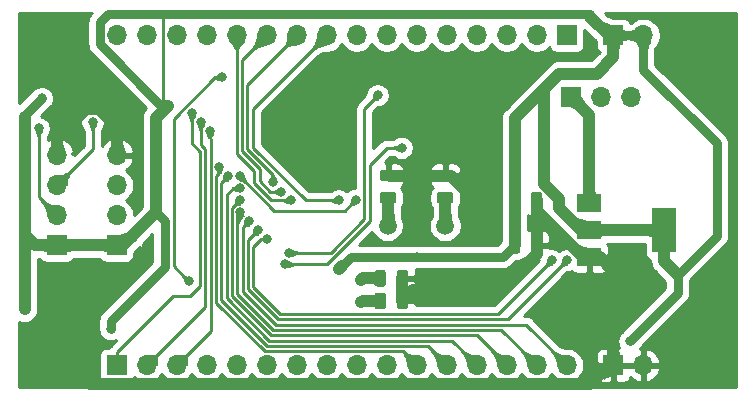
<source format=gbr>
G04 #@! TF.GenerationSoftware,KiCad,Pcbnew,5.1.5-52549c5~86~ubuntu18.04.1*
G04 #@! TF.CreationDate,2020-05-10T10:22:58+08:00*
G04 #@! TF.ProjectId,xzkb,787a6b62-2e6b-4696-9361-645f70636258,rev?*
G04 #@! TF.SameCoordinates,Original*
G04 #@! TF.FileFunction,Copper,L2,Bot*
G04 #@! TF.FilePolarity,Positive*
%FSLAX46Y46*%
G04 Gerber Fmt 4.6, Leading zero omitted, Abs format (unit mm)*
G04 Created by KiCad (PCBNEW 5.1.5-52549c5~86~ubuntu18.04.1) date 2020-05-10 10:22:58*
%MOMM*%
%LPD*%
G04 APERTURE LIST*
%ADD10R,1.700000X1.700000*%
%ADD11O,1.700000X1.700000*%
%ADD12C,1.000000*%
%ADD13C,1.500000*%
%ADD14R,2.000000X3.800000*%
%ADD15R,2.000000X1.500000*%
%ADD16C,0.100000*%
%ADD17C,4.000000*%
%ADD18C,0.800000*%
%ADD19C,1.000000*%
%ADD20C,0.250000*%
%ADD21C,0.500000*%
%ADD22C,0.800000*%
%ADD23C,0.600000*%
%ADD24C,0.025400*%
%ADD25C,0.254000*%
G04 APERTURE END LIST*
D10*
X45720000Y-144780000D03*
D11*
X48260000Y-144780000D03*
X50800000Y-144780000D03*
X53340000Y-144780000D03*
X55880000Y-144780000D03*
X58420000Y-144780000D03*
X60960000Y-144780000D03*
X63500000Y-144780000D03*
X66040000Y-144780000D03*
X68580000Y-144780000D03*
X71120000Y-144780000D03*
X73660000Y-144780000D03*
X76200000Y-144780000D03*
X78740000Y-144780000D03*
X81280000Y-144780000D03*
X83820000Y-144780000D03*
D12*
X66421000Y-139446000D03*
X66421000Y-137546000D03*
D10*
X84201000Y-122047000D03*
D11*
X86741000Y-122047000D03*
X89281000Y-122047000D03*
D13*
X73533000Y-132969000D03*
X68653000Y-132969000D03*
D14*
X92050000Y-133350000D03*
D15*
X85750000Y-133350000D03*
X85750000Y-131050000D03*
X85750000Y-135650000D03*
D10*
X83820000Y-116840000D03*
D11*
X81280000Y-116840000D03*
X78740000Y-116840000D03*
X76200000Y-116840000D03*
X73660000Y-116840000D03*
X71120000Y-116840000D03*
X68580000Y-116840000D03*
X66040000Y-116840000D03*
X63500000Y-116840000D03*
X60960000Y-116840000D03*
X58420000Y-116840000D03*
X55880000Y-116840000D03*
X53340000Y-116840000D03*
X50800000Y-116840000D03*
X48260000Y-116840000D03*
X45720000Y-116840000D03*
D10*
X87757000Y-144780000D03*
D11*
X90297000Y-144780000D03*
D10*
X87757000Y-116840000D03*
D11*
X90297000Y-116840000D03*
D10*
X45720000Y-134620000D03*
D11*
X45720000Y-132080000D03*
X45720000Y-129540000D03*
X45720000Y-127000000D03*
D10*
X40640000Y-134620000D03*
D11*
X40640000Y-132080000D03*
X40640000Y-129540000D03*
X40640000Y-127000000D03*
G04 #@! TA.AperFunction,SMDPad,CuDef*
D16*
G36*
X79672642Y-130111174D02*
G01*
X79696303Y-130114684D01*
X79719507Y-130120496D01*
X79742029Y-130128554D01*
X79763653Y-130138782D01*
X79784170Y-130151079D01*
X79803383Y-130165329D01*
X79821107Y-130181393D01*
X79837171Y-130199117D01*
X79851421Y-130218330D01*
X79863718Y-130238847D01*
X79873946Y-130260471D01*
X79882004Y-130282993D01*
X79887816Y-130306197D01*
X79891326Y-130329858D01*
X79892500Y-130353750D01*
X79892500Y-131266250D01*
X79891326Y-131290142D01*
X79887816Y-131313803D01*
X79882004Y-131337007D01*
X79873946Y-131359529D01*
X79863718Y-131381153D01*
X79851421Y-131401670D01*
X79837171Y-131420883D01*
X79821107Y-131438607D01*
X79803383Y-131454671D01*
X79784170Y-131468921D01*
X79763653Y-131481218D01*
X79742029Y-131491446D01*
X79719507Y-131499504D01*
X79696303Y-131505316D01*
X79672642Y-131508826D01*
X79648750Y-131510000D01*
X79161250Y-131510000D01*
X79137358Y-131508826D01*
X79113697Y-131505316D01*
X79090493Y-131499504D01*
X79067971Y-131491446D01*
X79046347Y-131481218D01*
X79025830Y-131468921D01*
X79006617Y-131454671D01*
X78988893Y-131438607D01*
X78972829Y-131420883D01*
X78958579Y-131401670D01*
X78946282Y-131381153D01*
X78936054Y-131359529D01*
X78927996Y-131337007D01*
X78922184Y-131313803D01*
X78918674Y-131290142D01*
X78917500Y-131266250D01*
X78917500Y-130353750D01*
X78918674Y-130329858D01*
X78922184Y-130306197D01*
X78927996Y-130282993D01*
X78936054Y-130260471D01*
X78946282Y-130238847D01*
X78958579Y-130218330D01*
X78972829Y-130199117D01*
X78988893Y-130181393D01*
X79006617Y-130165329D01*
X79025830Y-130151079D01*
X79046347Y-130138782D01*
X79067971Y-130128554D01*
X79090493Y-130120496D01*
X79113697Y-130114684D01*
X79137358Y-130111174D01*
X79161250Y-130110000D01*
X79648750Y-130110000D01*
X79672642Y-130111174D01*
G37*
G04 #@! TD.AperFunction*
G04 #@! TA.AperFunction,SMDPad,CuDef*
G36*
X81547642Y-130111174D02*
G01*
X81571303Y-130114684D01*
X81594507Y-130120496D01*
X81617029Y-130128554D01*
X81638653Y-130138782D01*
X81659170Y-130151079D01*
X81678383Y-130165329D01*
X81696107Y-130181393D01*
X81712171Y-130199117D01*
X81726421Y-130218330D01*
X81738718Y-130238847D01*
X81748946Y-130260471D01*
X81757004Y-130282993D01*
X81762816Y-130306197D01*
X81766326Y-130329858D01*
X81767500Y-130353750D01*
X81767500Y-131266250D01*
X81766326Y-131290142D01*
X81762816Y-131313803D01*
X81757004Y-131337007D01*
X81748946Y-131359529D01*
X81738718Y-131381153D01*
X81726421Y-131401670D01*
X81712171Y-131420883D01*
X81696107Y-131438607D01*
X81678383Y-131454671D01*
X81659170Y-131468921D01*
X81638653Y-131481218D01*
X81617029Y-131491446D01*
X81594507Y-131499504D01*
X81571303Y-131505316D01*
X81547642Y-131508826D01*
X81523750Y-131510000D01*
X81036250Y-131510000D01*
X81012358Y-131508826D01*
X80988697Y-131505316D01*
X80965493Y-131499504D01*
X80942971Y-131491446D01*
X80921347Y-131481218D01*
X80900830Y-131468921D01*
X80881617Y-131454671D01*
X80863893Y-131438607D01*
X80847829Y-131420883D01*
X80833579Y-131401670D01*
X80821282Y-131381153D01*
X80811054Y-131359529D01*
X80802996Y-131337007D01*
X80797184Y-131313803D01*
X80793674Y-131290142D01*
X80792500Y-131266250D01*
X80792500Y-130353750D01*
X80793674Y-130329858D01*
X80797184Y-130306197D01*
X80802996Y-130282993D01*
X80811054Y-130260471D01*
X80821282Y-130238847D01*
X80833579Y-130218330D01*
X80847829Y-130199117D01*
X80863893Y-130181393D01*
X80881617Y-130165329D01*
X80900830Y-130151079D01*
X80921347Y-130138782D01*
X80942971Y-130128554D01*
X80965493Y-130120496D01*
X80988697Y-130114684D01*
X81012358Y-130111174D01*
X81036250Y-130110000D01*
X81523750Y-130110000D01*
X81547642Y-130111174D01*
G37*
G04 #@! TD.AperFunction*
G04 #@! TA.AperFunction,SMDPad,CuDef*
G36*
X79672642Y-133921174D02*
G01*
X79696303Y-133924684D01*
X79719507Y-133930496D01*
X79742029Y-133938554D01*
X79763653Y-133948782D01*
X79784170Y-133961079D01*
X79803383Y-133975329D01*
X79821107Y-133991393D01*
X79837171Y-134009117D01*
X79851421Y-134028330D01*
X79863718Y-134048847D01*
X79873946Y-134070471D01*
X79882004Y-134092993D01*
X79887816Y-134116197D01*
X79891326Y-134139858D01*
X79892500Y-134163750D01*
X79892500Y-135076250D01*
X79891326Y-135100142D01*
X79887816Y-135123803D01*
X79882004Y-135147007D01*
X79873946Y-135169529D01*
X79863718Y-135191153D01*
X79851421Y-135211670D01*
X79837171Y-135230883D01*
X79821107Y-135248607D01*
X79803383Y-135264671D01*
X79784170Y-135278921D01*
X79763653Y-135291218D01*
X79742029Y-135301446D01*
X79719507Y-135309504D01*
X79696303Y-135315316D01*
X79672642Y-135318826D01*
X79648750Y-135320000D01*
X79161250Y-135320000D01*
X79137358Y-135318826D01*
X79113697Y-135315316D01*
X79090493Y-135309504D01*
X79067971Y-135301446D01*
X79046347Y-135291218D01*
X79025830Y-135278921D01*
X79006617Y-135264671D01*
X78988893Y-135248607D01*
X78972829Y-135230883D01*
X78958579Y-135211670D01*
X78946282Y-135191153D01*
X78936054Y-135169529D01*
X78927996Y-135147007D01*
X78922184Y-135123803D01*
X78918674Y-135100142D01*
X78917500Y-135076250D01*
X78917500Y-134163750D01*
X78918674Y-134139858D01*
X78922184Y-134116197D01*
X78927996Y-134092993D01*
X78936054Y-134070471D01*
X78946282Y-134048847D01*
X78958579Y-134028330D01*
X78972829Y-134009117D01*
X78988893Y-133991393D01*
X79006617Y-133975329D01*
X79025830Y-133961079D01*
X79046347Y-133948782D01*
X79067971Y-133938554D01*
X79090493Y-133930496D01*
X79113697Y-133924684D01*
X79137358Y-133921174D01*
X79161250Y-133920000D01*
X79648750Y-133920000D01*
X79672642Y-133921174D01*
G37*
G04 #@! TD.AperFunction*
G04 #@! TA.AperFunction,SMDPad,CuDef*
G36*
X81547642Y-133921174D02*
G01*
X81571303Y-133924684D01*
X81594507Y-133930496D01*
X81617029Y-133938554D01*
X81638653Y-133948782D01*
X81659170Y-133961079D01*
X81678383Y-133975329D01*
X81696107Y-133991393D01*
X81712171Y-134009117D01*
X81726421Y-134028330D01*
X81738718Y-134048847D01*
X81748946Y-134070471D01*
X81757004Y-134092993D01*
X81762816Y-134116197D01*
X81766326Y-134139858D01*
X81767500Y-134163750D01*
X81767500Y-135076250D01*
X81766326Y-135100142D01*
X81762816Y-135123803D01*
X81757004Y-135147007D01*
X81748946Y-135169529D01*
X81738718Y-135191153D01*
X81726421Y-135211670D01*
X81712171Y-135230883D01*
X81696107Y-135248607D01*
X81678383Y-135264671D01*
X81659170Y-135278921D01*
X81638653Y-135291218D01*
X81617029Y-135301446D01*
X81594507Y-135309504D01*
X81571303Y-135315316D01*
X81547642Y-135318826D01*
X81523750Y-135320000D01*
X81036250Y-135320000D01*
X81012358Y-135318826D01*
X80988697Y-135315316D01*
X80965493Y-135309504D01*
X80942971Y-135301446D01*
X80921347Y-135291218D01*
X80900830Y-135278921D01*
X80881617Y-135264671D01*
X80863893Y-135248607D01*
X80847829Y-135230883D01*
X80833579Y-135211670D01*
X80821282Y-135191153D01*
X80811054Y-135169529D01*
X80802996Y-135147007D01*
X80797184Y-135123803D01*
X80793674Y-135100142D01*
X80792500Y-135076250D01*
X80792500Y-134163750D01*
X80793674Y-134139858D01*
X80797184Y-134116197D01*
X80802996Y-134092993D01*
X80811054Y-134070471D01*
X80821282Y-134048847D01*
X80833579Y-134028330D01*
X80847829Y-134009117D01*
X80863893Y-133991393D01*
X80881617Y-133975329D01*
X80900830Y-133961079D01*
X80921347Y-133948782D01*
X80942971Y-133938554D01*
X80965493Y-133930496D01*
X80988697Y-133924684D01*
X81012358Y-133921174D01*
X81036250Y-133920000D01*
X81523750Y-133920000D01*
X81547642Y-133921174D01*
G37*
G04 #@! TD.AperFunction*
G04 #@! TA.AperFunction,SMDPad,CuDef*
G36*
X68291142Y-136715174D02*
G01*
X68314803Y-136718684D01*
X68338007Y-136724496D01*
X68360529Y-136732554D01*
X68382153Y-136742782D01*
X68402670Y-136755079D01*
X68421883Y-136769329D01*
X68439607Y-136785393D01*
X68455671Y-136803117D01*
X68469921Y-136822330D01*
X68482218Y-136842847D01*
X68492446Y-136864471D01*
X68500504Y-136886993D01*
X68506316Y-136910197D01*
X68509826Y-136933858D01*
X68511000Y-136957750D01*
X68511000Y-137870250D01*
X68509826Y-137894142D01*
X68506316Y-137917803D01*
X68500504Y-137941007D01*
X68492446Y-137963529D01*
X68482218Y-137985153D01*
X68469921Y-138005670D01*
X68455671Y-138024883D01*
X68439607Y-138042607D01*
X68421883Y-138058671D01*
X68402670Y-138072921D01*
X68382153Y-138085218D01*
X68360529Y-138095446D01*
X68338007Y-138103504D01*
X68314803Y-138109316D01*
X68291142Y-138112826D01*
X68267250Y-138114000D01*
X67779750Y-138114000D01*
X67755858Y-138112826D01*
X67732197Y-138109316D01*
X67708993Y-138103504D01*
X67686471Y-138095446D01*
X67664847Y-138085218D01*
X67644330Y-138072921D01*
X67625117Y-138058671D01*
X67607393Y-138042607D01*
X67591329Y-138024883D01*
X67577079Y-138005670D01*
X67564782Y-137985153D01*
X67554554Y-137963529D01*
X67546496Y-137941007D01*
X67540684Y-137917803D01*
X67537174Y-137894142D01*
X67536000Y-137870250D01*
X67536000Y-136957750D01*
X67537174Y-136933858D01*
X67540684Y-136910197D01*
X67546496Y-136886993D01*
X67554554Y-136864471D01*
X67564782Y-136842847D01*
X67577079Y-136822330D01*
X67591329Y-136803117D01*
X67607393Y-136785393D01*
X67625117Y-136769329D01*
X67644330Y-136755079D01*
X67664847Y-136742782D01*
X67686471Y-136732554D01*
X67708993Y-136724496D01*
X67732197Y-136718684D01*
X67755858Y-136715174D01*
X67779750Y-136714000D01*
X68267250Y-136714000D01*
X68291142Y-136715174D01*
G37*
G04 #@! TD.AperFunction*
G04 #@! TA.AperFunction,SMDPad,CuDef*
G36*
X70166142Y-136715174D02*
G01*
X70189803Y-136718684D01*
X70213007Y-136724496D01*
X70235529Y-136732554D01*
X70257153Y-136742782D01*
X70277670Y-136755079D01*
X70296883Y-136769329D01*
X70314607Y-136785393D01*
X70330671Y-136803117D01*
X70344921Y-136822330D01*
X70357218Y-136842847D01*
X70367446Y-136864471D01*
X70375504Y-136886993D01*
X70381316Y-136910197D01*
X70384826Y-136933858D01*
X70386000Y-136957750D01*
X70386000Y-137870250D01*
X70384826Y-137894142D01*
X70381316Y-137917803D01*
X70375504Y-137941007D01*
X70367446Y-137963529D01*
X70357218Y-137985153D01*
X70344921Y-138005670D01*
X70330671Y-138024883D01*
X70314607Y-138042607D01*
X70296883Y-138058671D01*
X70277670Y-138072921D01*
X70257153Y-138085218D01*
X70235529Y-138095446D01*
X70213007Y-138103504D01*
X70189803Y-138109316D01*
X70166142Y-138112826D01*
X70142250Y-138114000D01*
X69654750Y-138114000D01*
X69630858Y-138112826D01*
X69607197Y-138109316D01*
X69583993Y-138103504D01*
X69561471Y-138095446D01*
X69539847Y-138085218D01*
X69519330Y-138072921D01*
X69500117Y-138058671D01*
X69482393Y-138042607D01*
X69466329Y-138024883D01*
X69452079Y-138005670D01*
X69439782Y-137985153D01*
X69429554Y-137963529D01*
X69421496Y-137941007D01*
X69415684Y-137917803D01*
X69412174Y-137894142D01*
X69411000Y-137870250D01*
X69411000Y-136957750D01*
X69412174Y-136933858D01*
X69415684Y-136910197D01*
X69421496Y-136886993D01*
X69429554Y-136864471D01*
X69439782Y-136842847D01*
X69452079Y-136822330D01*
X69466329Y-136803117D01*
X69482393Y-136785393D01*
X69500117Y-136769329D01*
X69519330Y-136755079D01*
X69539847Y-136742782D01*
X69561471Y-136732554D01*
X69583993Y-136724496D01*
X69607197Y-136718684D01*
X69630858Y-136715174D01*
X69654750Y-136714000D01*
X70142250Y-136714000D01*
X70166142Y-136715174D01*
G37*
G04 #@! TD.AperFunction*
G04 #@! TA.AperFunction,SMDPad,CuDef*
G36*
X68291142Y-138620174D02*
G01*
X68314803Y-138623684D01*
X68338007Y-138629496D01*
X68360529Y-138637554D01*
X68382153Y-138647782D01*
X68402670Y-138660079D01*
X68421883Y-138674329D01*
X68439607Y-138690393D01*
X68455671Y-138708117D01*
X68469921Y-138727330D01*
X68482218Y-138747847D01*
X68492446Y-138769471D01*
X68500504Y-138791993D01*
X68506316Y-138815197D01*
X68509826Y-138838858D01*
X68511000Y-138862750D01*
X68511000Y-139775250D01*
X68509826Y-139799142D01*
X68506316Y-139822803D01*
X68500504Y-139846007D01*
X68492446Y-139868529D01*
X68482218Y-139890153D01*
X68469921Y-139910670D01*
X68455671Y-139929883D01*
X68439607Y-139947607D01*
X68421883Y-139963671D01*
X68402670Y-139977921D01*
X68382153Y-139990218D01*
X68360529Y-140000446D01*
X68338007Y-140008504D01*
X68314803Y-140014316D01*
X68291142Y-140017826D01*
X68267250Y-140019000D01*
X67779750Y-140019000D01*
X67755858Y-140017826D01*
X67732197Y-140014316D01*
X67708993Y-140008504D01*
X67686471Y-140000446D01*
X67664847Y-139990218D01*
X67644330Y-139977921D01*
X67625117Y-139963671D01*
X67607393Y-139947607D01*
X67591329Y-139929883D01*
X67577079Y-139910670D01*
X67564782Y-139890153D01*
X67554554Y-139868529D01*
X67546496Y-139846007D01*
X67540684Y-139822803D01*
X67537174Y-139799142D01*
X67536000Y-139775250D01*
X67536000Y-138862750D01*
X67537174Y-138838858D01*
X67540684Y-138815197D01*
X67546496Y-138791993D01*
X67554554Y-138769471D01*
X67564782Y-138747847D01*
X67577079Y-138727330D01*
X67591329Y-138708117D01*
X67607393Y-138690393D01*
X67625117Y-138674329D01*
X67644330Y-138660079D01*
X67664847Y-138647782D01*
X67686471Y-138637554D01*
X67708993Y-138629496D01*
X67732197Y-138623684D01*
X67755858Y-138620174D01*
X67779750Y-138619000D01*
X68267250Y-138619000D01*
X68291142Y-138620174D01*
G37*
G04 #@! TD.AperFunction*
G04 #@! TA.AperFunction,SMDPad,CuDef*
G36*
X70166142Y-138620174D02*
G01*
X70189803Y-138623684D01*
X70213007Y-138629496D01*
X70235529Y-138637554D01*
X70257153Y-138647782D01*
X70277670Y-138660079D01*
X70296883Y-138674329D01*
X70314607Y-138690393D01*
X70330671Y-138708117D01*
X70344921Y-138727330D01*
X70357218Y-138747847D01*
X70367446Y-138769471D01*
X70375504Y-138791993D01*
X70381316Y-138815197D01*
X70384826Y-138838858D01*
X70386000Y-138862750D01*
X70386000Y-139775250D01*
X70384826Y-139799142D01*
X70381316Y-139822803D01*
X70375504Y-139846007D01*
X70367446Y-139868529D01*
X70357218Y-139890153D01*
X70344921Y-139910670D01*
X70330671Y-139929883D01*
X70314607Y-139947607D01*
X70296883Y-139963671D01*
X70277670Y-139977921D01*
X70257153Y-139990218D01*
X70235529Y-140000446D01*
X70213007Y-140008504D01*
X70189803Y-140014316D01*
X70166142Y-140017826D01*
X70142250Y-140019000D01*
X69654750Y-140019000D01*
X69630858Y-140017826D01*
X69607197Y-140014316D01*
X69583993Y-140008504D01*
X69561471Y-140000446D01*
X69539847Y-139990218D01*
X69519330Y-139977921D01*
X69500117Y-139963671D01*
X69482393Y-139947607D01*
X69466329Y-139929883D01*
X69452079Y-139910670D01*
X69439782Y-139890153D01*
X69429554Y-139868529D01*
X69421496Y-139846007D01*
X69415684Y-139822803D01*
X69412174Y-139799142D01*
X69411000Y-139775250D01*
X69411000Y-138862750D01*
X69412174Y-138838858D01*
X69415684Y-138815197D01*
X69421496Y-138791993D01*
X69429554Y-138769471D01*
X69439782Y-138747847D01*
X69452079Y-138727330D01*
X69466329Y-138708117D01*
X69482393Y-138690393D01*
X69500117Y-138674329D01*
X69519330Y-138660079D01*
X69539847Y-138647782D01*
X69561471Y-138637554D01*
X69583993Y-138629496D01*
X69607197Y-138623684D01*
X69630858Y-138620174D01*
X69654750Y-138619000D01*
X70142250Y-138619000D01*
X70166142Y-138620174D01*
G37*
G04 #@! TD.AperFunction*
G04 #@! TA.AperFunction,SMDPad,CuDef*
G36*
X69187142Y-130118174D02*
G01*
X69210803Y-130121684D01*
X69234007Y-130127496D01*
X69256529Y-130135554D01*
X69278153Y-130145782D01*
X69298670Y-130158079D01*
X69317883Y-130172329D01*
X69335607Y-130188393D01*
X69351671Y-130206117D01*
X69365921Y-130225330D01*
X69378218Y-130245847D01*
X69388446Y-130267471D01*
X69396504Y-130289993D01*
X69402316Y-130313197D01*
X69405826Y-130336858D01*
X69407000Y-130360750D01*
X69407000Y-130848250D01*
X69405826Y-130872142D01*
X69402316Y-130895803D01*
X69396504Y-130919007D01*
X69388446Y-130941529D01*
X69378218Y-130963153D01*
X69365921Y-130983670D01*
X69351671Y-131002883D01*
X69335607Y-131020607D01*
X69317883Y-131036671D01*
X69298670Y-131050921D01*
X69278153Y-131063218D01*
X69256529Y-131073446D01*
X69234007Y-131081504D01*
X69210803Y-131087316D01*
X69187142Y-131090826D01*
X69163250Y-131092000D01*
X68250750Y-131092000D01*
X68226858Y-131090826D01*
X68203197Y-131087316D01*
X68179993Y-131081504D01*
X68157471Y-131073446D01*
X68135847Y-131063218D01*
X68115330Y-131050921D01*
X68096117Y-131036671D01*
X68078393Y-131020607D01*
X68062329Y-131002883D01*
X68048079Y-130983670D01*
X68035782Y-130963153D01*
X68025554Y-130941529D01*
X68017496Y-130919007D01*
X68011684Y-130895803D01*
X68008174Y-130872142D01*
X68007000Y-130848250D01*
X68007000Y-130360750D01*
X68008174Y-130336858D01*
X68011684Y-130313197D01*
X68017496Y-130289993D01*
X68025554Y-130267471D01*
X68035782Y-130245847D01*
X68048079Y-130225330D01*
X68062329Y-130206117D01*
X68078393Y-130188393D01*
X68096117Y-130172329D01*
X68115330Y-130158079D01*
X68135847Y-130145782D01*
X68157471Y-130135554D01*
X68179993Y-130127496D01*
X68203197Y-130121684D01*
X68226858Y-130118174D01*
X68250750Y-130117000D01*
X69163250Y-130117000D01*
X69187142Y-130118174D01*
G37*
G04 #@! TD.AperFunction*
G04 #@! TA.AperFunction,SMDPad,CuDef*
G36*
X69187142Y-128243174D02*
G01*
X69210803Y-128246684D01*
X69234007Y-128252496D01*
X69256529Y-128260554D01*
X69278153Y-128270782D01*
X69298670Y-128283079D01*
X69317883Y-128297329D01*
X69335607Y-128313393D01*
X69351671Y-128331117D01*
X69365921Y-128350330D01*
X69378218Y-128370847D01*
X69388446Y-128392471D01*
X69396504Y-128414993D01*
X69402316Y-128438197D01*
X69405826Y-128461858D01*
X69407000Y-128485750D01*
X69407000Y-128973250D01*
X69405826Y-128997142D01*
X69402316Y-129020803D01*
X69396504Y-129044007D01*
X69388446Y-129066529D01*
X69378218Y-129088153D01*
X69365921Y-129108670D01*
X69351671Y-129127883D01*
X69335607Y-129145607D01*
X69317883Y-129161671D01*
X69298670Y-129175921D01*
X69278153Y-129188218D01*
X69256529Y-129198446D01*
X69234007Y-129206504D01*
X69210803Y-129212316D01*
X69187142Y-129215826D01*
X69163250Y-129217000D01*
X68250750Y-129217000D01*
X68226858Y-129215826D01*
X68203197Y-129212316D01*
X68179993Y-129206504D01*
X68157471Y-129198446D01*
X68135847Y-129188218D01*
X68115330Y-129175921D01*
X68096117Y-129161671D01*
X68078393Y-129145607D01*
X68062329Y-129127883D01*
X68048079Y-129108670D01*
X68035782Y-129088153D01*
X68025554Y-129066529D01*
X68017496Y-129044007D01*
X68011684Y-129020803D01*
X68008174Y-128997142D01*
X68007000Y-128973250D01*
X68007000Y-128485750D01*
X68008174Y-128461858D01*
X68011684Y-128438197D01*
X68017496Y-128414993D01*
X68025554Y-128392471D01*
X68035782Y-128370847D01*
X68048079Y-128350330D01*
X68062329Y-128331117D01*
X68078393Y-128313393D01*
X68096117Y-128297329D01*
X68115330Y-128283079D01*
X68135847Y-128270782D01*
X68157471Y-128260554D01*
X68179993Y-128252496D01*
X68203197Y-128246684D01*
X68226858Y-128243174D01*
X68250750Y-128242000D01*
X69163250Y-128242000D01*
X69187142Y-128243174D01*
G37*
G04 #@! TD.AperFunction*
G04 #@! TA.AperFunction,SMDPad,CuDef*
G36*
X74013142Y-130118174D02*
G01*
X74036803Y-130121684D01*
X74060007Y-130127496D01*
X74082529Y-130135554D01*
X74104153Y-130145782D01*
X74124670Y-130158079D01*
X74143883Y-130172329D01*
X74161607Y-130188393D01*
X74177671Y-130206117D01*
X74191921Y-130225330D01*
X74204218Y-130245847D01*
X74214446Y-130267471D01*
X74222504Y-130289993D01*
X74228316Y-130313197D01*
X74231826Y-130336858D01*
X74233000Y-130360750D01*
X74233000Y-130848250D01*
X74231826Y-130872142D01*
X74228316Y-130895803D01*
X74222504Y-130919007D01*
X74214446Y-130941529D01*
X74204218Y-130963153D01*
X74191921Y-130983670D01*
X74177671Y-131002883D01*
X74161607Y-131020607D01*
X74143883Y-131036671D01*
X74124670Y-131050921D01*
X74104153Y-131063218D01*
X74082529Y-131073446D01*
X74060007Y-131081504D01*
X74036803Y-131087316D01*
X74013142Y-131090826D01*
X73989250Y-131092000D01*
X73076750Y-131092000D01*
X73052858Y-131090826D01*
X73029197Y-131087316D01*
X73005993Y-131081504D01*
X72983471Y-131073446D01*
X72961847Y-131063218D01*
X72941330Y-131050921D01*
X72922117Y-131036671D01*
X72904393Y-131020607D01*
X72888329Y-131002883D01*
X72874079Y-130983670D01*
X72861782Y-130963153D01*
X72851554Y-130941529D01*
X72843496Y-130919007D01*
X72837684Y-130895803D01*
X72834174Y-130872142D01*
X72833000Y-130848250D01*
X72833000Y-130360750D01*
X72834174Y-130336858D01*
X72837684Y-130313197D01*
X72843496Y-130289993D01*
X72851554Y-130267471D01*
X72861782Y-130245847D01*
X72874079Y-130225330D01*
X72888329Y-130206117D01*
X72904393Y-130188393D01*
X72922117Y-130172329D01*
X72941330Y-130158079D01*
X72961847Y-130145782D01*
X72983471Y-130135554D01*
X73005993Y-130127496D01*
X73029197Y-130121684D01*
X73052858Y-130118174D01*
X73076750Y-130117000D01*
X73989250Y-130117000D01*
X74013142Y-130118174D01*
G37*
G04 #@! TD.AperFunction*
G04 #@! TA.AperFunction,SMDPad,CuDef*
G36*
X74013142Y-128243174D02*
G01*
X74036803Y-128246684D01*
X74060007Y-128252496D01*
X74082529Y-128260554D01*
X74104153Y-128270782D01*
X74124670Y-128283079D01*
X74143883Y-128297329D01*
X74161607Y-128313393D01*
X74177671Y-128331117D01*
X74191921Y-128350330D01*
X74204218Y-128370847D01*
X74214446Y-128392471D01*
X74222504Y-128414993D01*
X74228316Y-128438197D01*
X74231826Y-128461858D01*
X74233000Y-128485750D01*
X74233000Y-128973250D01*
X74231826Y-128997142D01*
X74228316Y-129020803D01*
X74222504Y-129044007D01*
X74214446Y-129066529D01*
X74204218Y-129088153D01*
X74191921Y-129108670D01*
X74177671Y-129127883D01*
X74161607Y-129145607D01*
X74143883Y-129161671D01*
X74124670Y-129175921D01*
X74104153Y-129188218D01*
X74082529Y-129198446D01*
X74060007Y-129206504D01*
X74036803Y-129212316D01*
X74013142Y-129215826D01*
X73989250Y-129217000D01*
X73076750Y-129217000D01*
X73052858Y-129215826D01*
X73029197Y-129212316D01*
X73005993Y-129206504D01*
X72983471Y-129198446D01*
X72961847Y-129188218D01*
X72941330Y-129175921D01*
X72922117Y-129161671D01*
X72904393Y-129145607D01*
X72888329Y-129127883D01*
X72874079Y-129108670D01*
X72861782Y-129088153D01*
X72851554Y-129066529D01*
X72843496Y-129044007D01*
X72837684Y-129020803D01*
X72834174Y-128997142D01*
X72833000Y-128973250D01*
X72833000Y-128485750D01*
X72834174Y-128461858D01*
X72837684Y-128438197D01*
X72843496Y-128414993D01*
X72851554Y-128392471D01*
X72861782Y-128370847D01*
X72874079Y-128350330D01*
X72888329Y-128331117D01*
X72904393Y-128313393D01*
X72922117Y-128297329D01*
X72941330Y-128283079D01*
X72961847Y-128270782D01*
X72983471Y-128260554D01*
X73005993Y-128252496D01*
X73029197Y-128246684D01*
X73052858Y-128243174D01*
X73076750Y-128242000D01*
X73989250Y-128242000D01*
X74013142Y-128243174D01*
G37*
G04 #@! TD.AperFunction*
D17*
X40640000Y-118110000D03*
X40640000Y-143510000D03*
X95250000Y-143510000D03*
X95250000Y-118110000D03*
D18*
X76200000Y-138430000D03*
X73152000Y-138430000D03*
X70104000Y-128778000D03*
X48260000Y-134620000D03*
X62484000Y-125984000D03*
X76200000Y-133350010D03*
X81915000Y-126365000D03*
X49022000Y-127254000D03*
X39370000Y-122174000D03*
X93218000Y-137160000D03*
X50038000Y-122788000D03*
X37939999Y-140047999D03*
X64516000Y-136652000D03*
X89153954Y-142748000D03*
X45212000Y-141732000D03*
X71120000Y-135636000D03*
X84126971Y-120089029D03*
X43688000Y-124206000D03*
X39116000Y-124714000D03*
X56896000Y-132587994D03*
X56199087Y-131830482D03*
X56134006Y-130810000D03*
X56129336Y-129798674D03*
X55117998Y-128778000D03*
X54399043Y-127950971D03*
X52832000Y-124206000D03*
X52070000Y-123444000D03*
X60452000Y-130810000D03*
X59653059Y-130085000D03*
X58928049Y-129273910D03*
X64516000Y-130810000D03*
X82550000Y-135890000D03*
X58420000Y-134112000D03*
X83820000Y-135890000D03*
X57658000Y-133350000D03*
X69850000Y-126365000D03*
X59995134Y-136228148D03*
X67818000Y-121920000D03*
X60325000Y-135255000D03*
X54610000Y-120396000D03*
X51815956Y-137668000D03*
X53594000Y-124968000D03*
X56134000Y-128777998D03*
X65966012Y-130767822D03*
D19*
X81280000Y-134620000D02*
X81280000Y-130810000D01*
X69898500Y-139319000D02*
X69898500Y-137414000D01*
X40640000Y-125797919D02*
X40640000Y-127000000D01*
X40640000Y-125625998D02*
X40640000Y-125797919D01*
X43159999Y-123105999D02*
X40640000Y-125625998D01*
X44216001Y-123105999D02*
X43159999Y-123105999D01*
X45720000Y-124609998D02*
X44216001Y-123105999D01*
X45720000Y-127000000D02*
X45720000Y-124609998D01*
X81280000Y-131510000D02*
X81280000Y-130810000D01*
X81280000Y-131721998D02*
X81280000Y-131510000D01*
X85208002Y-135650000D02*
X81280000Y-131721998D01*
X85750000Y-135650000D02*
X85208002Y-135650000D01*
X70787500Y-138430000D02*
X69898500Y-139319000D01*
X81280000Y-135320000D02*
X81280000Y-134620000D01*
X78170000Y-138430000D02*
X81280000Y-135320000D01*
X76200000Y-138430000D02*
X78170000Y-138430000D01*
X73152000Y-138430000D02*
X70787500Y-138430000D01*
X43159999Y-120629999D02*
X40640000Y-118110000D01*
X43159999Y-123105999D02*
X43159999Y-120629999D01*
X85825999Y-146330001D02*
X87376000Y-144780000D01*
X40640000Y-143510000D02*
X43460001Y-146330001D01*
X73533000Y-128729500D02*
X70104000Y-128778000D01*
X70104000Y-128778000D02*
X68834000Y-128729500D01*
D20*
X40640000Y-142240000D02*
X40640000Y-143510000D01*
D19*
X43460001Y-146330001D02*
X85825999Y-146330001D01*
X73152000Y-138430000D02*
X76200000Y-138430000D01*
X85750000Y-135650000D02*
X86628000Y-135650000D01*
X87757000Y-136779000D02*
X87757000Y-144780000D01*
X86628000Y-135650000D02*
X87757000Y-136779000D01*
D20*
X42100500Y-140779500D02*
X42037000Y-140716000D01*
X42037000Y-140716000D02*
X40640000Y-142240000D01*
X48260000Y-134620000D02*
X42100500Y-140779500D01*
D19*
X69215000Y-119634000D02*
X76200000Y-126619000D01*
X76200000Y-130371315D02*
X76200000Y-133350010D01*
X64389000Y-119634000D02*
X69215000Y-119634000D01*
X76200000Y-126619000D02*
X76200000Y-130371315D01*
X62484000Y-125984000D02*
X62484000Y-121539000D01*
X62484000Y-121539000D02*
X64389000Y-119634000D01*
X73533000Y-128729500D02*
X73992500Y-128729500D01*
X76200000Y-130937000D02*
X76200000Y-131572000D01*
X73992500Y-128729500D02*
X76200000Y-130937000D01*
X73533000Y-130604500D02*
X73533000Y-132969000D01*
X68707000Y-132915000D02*
X68653000Y-132969000D01*
X68707000Y-130604500D02*
X68707000Y-132915000D01*
X66548000Y-139319000D02*
X66421000Y-139446000D01*
X68023500Y-139319000D02*
X66548000Y-139319000D01*
D20*
X67945000Y-137414000D02*
X68023500Y-137414000D01*
D19*
X66553000Y-137414000D02*
X66421000Y-137546000D01*
X68023500Y-137414000D02*
X66553000Y-137414000D01*
X85750000Y-133350000D02*
X92050000Y-133350000D01*
X79405000Y-130810000D02*
X79405000Y-134620000D01*
X85039998Y-133350000D02*
X83185000Y-131495002D01*
X85750000Y-133350000D02*
X85039998Y-133350000D01*
X83185000Y-130680320D02*
X81915000Y-129410320D01*
X83185000Y-131495002D02*
X83185000Y-130680320D01*
X79405000Y-123882998D02*
X79405000Y-130810000D01*
X81915000Y-121372998D02*
X79405000Y-123882998D01*
X40640000Y-134620000D02*
X45720000Y-134620000D01*
X81915000Y-129410320D02*
X81915000Y-126365000D01*
X81915000Y-126365000D02*
X81915000Y-121372998D01*
X37939999Y-133769999D02*
X38790000Y-134620000D01*
X38790000Y-134620000D02*
X40640000Y-134620000D01*
X87376000Y-116840000D02*
X85825999Y-115289999D01*
D21*
X39276001Y-122267999D02*
X39370000Y-122174000D01*
D19*
X92050000Y-135992000D02*
X93218000Y-137160000D01*
X92050000Y-133350000D02*
X92050000Y-135992000D01*
D20*
X49624999Y-115410999D02*
X49530000Y-115316000D01*
X49624999Y-122374999D02*
X49624999Y-115410999D01*
X50038000Y-122788000D02*
X49624999Y-122374999D01*
D22*
X85825999Y-115035999D02*
X49530000Y-115062000D01*
D19*
X37939999Y-133769999D02*
X37939999Y-140047999D01*
D22*
X37939999Y-140047999D02*
X37846000Y-140141998D01*
X87757000Y-116840000D02*
X90297000Y-116840000D01*
D19*
X64770000Y-136398000D02*
X64516000Y-136652000D01*
D22*
X89553953Y-142348001D02*
X89153954Y-142748000D01*
X93218000Y-138683954D02*
X89553953Y-142348001D01*
X93218000Y-137160000D02*
X93218000Y-138683954D01*
X96520000Y-133858000D02*
X93218000Y-137160000D01*
X96520000Y-125984000D02*
X96520000Y-133858000D01*
X90297000Y-116840000D02*
X90297000Y-119761000D01*
X90297000Y-119761000D02*
X96520000Y-125984000D01*
D19*
X45720000Y-134620000D02*
X46228000Y-134620000D01*
X49022000Y-131826000D02*
X49022000Y-127254000D01*
X46228000Y-134620000D02*
X49022000Y-131826000D01*
X49022000Y-123804000D02*
X50038000Y-122788000D01*
X49022000Y-127254000D02*
X49022000Y-123804000D01*
D22*
X49472315Y-122788000D02*
X50038000Y-122788000D01*
X44269999Y-117585684D02*
X49472315Y-122788000D01*
X37939999Y-123604001D02*
X39370000Y-122174000D01*
X37939999Y-123791999D02*
X37939999Y-123604001D01*
D19*
X37939999Y-123791999D02*
X37939999Y-133769999D01*
D22*
X65532000Y-135636000D02*
X64516000Y-136652000D01*
X71120000Y-135636000D02*
X65532000Y-135636000D01*
X78389000Y-135636000D02*
X79405000Y-134620000D01*
X71120000Y-135636000D02*
X78389000Y-135636000D01*
X44269999Y-115750001D02*
X44958000Y-115062000D01*
X44958000Y-115062000D02*
X49530000Y-115062000D01*
X44269999Y-115750001D02*
X44269999Y-117585684D01*
D23*
X87757000Y-116840000D02*
X87376000Y-116840000D01*
X82798970Y-120489028D02*
X79405000Y-123882998D01*
D19*
X83198969Y-120089029D02*
X81915000Y-121372998D01*
X86357971Y-120089029D02*
X83198969Y-120089029D01*
X87757000Y-118690000D02*
X86357971Y-120089029D01*
X87757000Y-116840000D02*
X87757000Y-118690000D01*
D22*
X49022000Y-131826000D02*
X49784000Y-132588000D01*
X45212000Y-141166315D02*
X45212000Y-141732000D01*
X45212000Y-141013998D02*
X45212000Y-141166315D01*
X49784000Y-132588000D02*
X49784000Y-136441998D01*
X49784000Y-136441998D02*
X45212000Y-141013998D01*
D20*
X40640000Y-129540000D02*
X43688000Y-126492000D01*
X43688000Y-126492000D02*
X43688000Y-124206000D01*
X40640000Y-132080000D02*
X39116000Y-130556000D01*
X39116000Y-130556000D02*
X39116000Y-124714000D01*
X56376978Y-133107016D02*
X56496001Y-132987993D01*
X56496001Y-132987993D02*
X56896000Y-132587994D01*
X80389449Y-141349449D02*
X59177627Y-141349449D01*
X83820000Y-144780000D02*
X80389449Y-141349449D01*
X56376978Y-138548800D02*
X56376978Y-133107016D01*
X59177627Y-141349449D02*
X56376978Y-138548800D01*
X55926967Y-132102602D02*
X56199087Y-131830482D01*
X81280000Y-144780000D02*
X78299460Y-141799460D01*
X78299460Y-141799460D02*
X58991227Y-141799460D01*
X55926967Y-138735200D02*
X55926967Y-132102602D01*
X58991227Y-141799460D02*
X55926967Y-138735200D01*
X78740000Y-144780000D02*
X76209471Y-142249471D01*
X55734007Y-131209999D02*
X56134006Y-130810000D01*
X76209471Y-142249471D02*
X58804827Y-142249471D01*
X55474077Y-131469929D02*
X55734007Y-131209999D01*
X55474077Y-138918721D02*
X55474077Y-131469929D01*
X58804827Y-142249471D02*
X55474077Y-138918721D01*
X74119482Y-142699482D02*
X58618427Y-142699482D01*
X76200000Y-144780000D02*
X74119482Y-142699482D01*
X55563651Y-129798674D02*
X56129336Y-129798674D01*
X55024066Y-130338259D02*
X55563651Y-129798674D01*
X55024066Y-139105121D02*
X55024066Y-130338259D01*
X58618427Y-142699482D02*
X55024066Y-139105121D01*
X54574055Y-129321943D02*
X54717999Y-129177999D01*
X73660000Y-144780000D02*
X72034988Y-143154988D01*
X72034988Y-143154988D02*
X58437522Y-143154988D01*
X58437522Y-143154988D02*
X54574055Y-139291521D01*
X54717999Y-129177999D02*
X55117998Y-128778000D01*
X54574055Y-139291521D02*
X54574055Y-129321943D01*
X71120000Y-144780000D02*
X70270001Y-143930001D01*
X54124044Y-139477921D02*
X54124044Y-128791655D01*
X58251122Y-143604999D02*
X54124044Y-139477921D01*
X69944999Y-143604999D02*
X58251122Y-143604999D01*
X71120000Y-144780000D02*
X69944999Y-143604999D01*
X54124044Y-128791655D02*
X54399043Y-128516656D01*
X54399043Y-128516656D02*
X54399043Y-127950971D01*
X52832000Y-126108178D02*
X53224022Y-126500200D01*
X52832000Y-124206000D02*
X52832000Y-126108178D01*
X49109999Y-143930001D02*
X48260000Y-144780000D01*
X53224022Y-139815978D02*
X49109999Y-143930001D01*
X53224022Y-126500200D02*
X53224022Y-139815978D01*
X52070000Y-123444000D02*
X52070000Y-125982589D01*
X52774011Y-138036991D02*
X51910001Y-138901001D01*
X51910001Y-138901001D02*
X50498999Y-138901001D01*
X50498999Y-138901001D02*
X45720000Y-143680000D01*
X52774011Y-126686600D02*
X52774011Y-138036991D01*
X52070000Y-125982589D02*
X52774011Y-126686600D01*
X45720000Y-143680000D02*
X45720000Y-144780000D01*
X58802410Y-130810000D02*
X59886315Y-130810000D01*
X55880000Y-116840000D02*
X55880000Y-118042081D01*
X59886315Y-130810000D02*
X60452000Y-130810000D01*
X57367002Y-128360002D02*
X57367002Y-129374592D01*
X55880000Y-118042081D02*
X55868978Y-118053103D01*
X55868978Y-126861978D02*
X57367002Y-128360002D01*
X55868978Y-118053103D02*
X55868978Y-126861978D01*
X57367002Y-129374592D02*
X58802410Y-130810000D01*
X57817013Y-128173602D02*
X57817013Y-129188192D01*
X56318989Y-126675579D02*
X57817013Y-128173602D01*
X58713821Y-130085000D02*
X59087374Y-130085000D01*
X57817013Y-129188192D02*
X58713821Y-130085000D01*
X59087374Y-130085000D02*
X59653059Y-130085000D01*
X56318989Y-118941011D02*
X56318989Y-126675579D01*
X58420000Y-116840000D02*
X56318989Y-118941011D01*
X58928049Y-128648228D02*
X56769000Y-126489179D01*
X60110001Y-117689999D02*
X60960000Y-116840000D01*
X56769000Y-126489179D02*
X56769000Y-121031000D01*
X58928049Y-129273910D02*
X58928049Y-128648228D01*
X56769000Y-121031000D02*
X60110001Y-117689999D01*
X61726233Y-130810000D02*
X63950315Y-130810000D01*
X63500000Y-116840000D02*
X57277000Y-123063000D01*
X57277000Y-123063000D02*
X57277000Y-126360768D01*
X63950315Y-130810000D02*
X64516000Y-130810000D01*
X57277000Y-126360768D02*
X61726233Y-130810000D01*
X57912000Y-134112000D02*
X58420000Y-134112000D01*
X57277000Y-134747000D02*
X57912000Y-134112000D01*
X59550428Y-140449428D02*
X57277000Y-138176000D01*
X77990571Y-140449429D02*
X59550428Y-140449428D01*
X82550000Y-135890000D02*
X77990571Y-140449429D01*
X57277000Y-138176000D02*
X57277000Y-134747000D01*
X78810562Y-140899438D02*
X59364027Y-140899438D01*
X56826989Y-134181011D02*
X57258001Y-133749999D01*
X56826989Y-138362400D02*
X56826989Y-134181011D01*
X83820000Y-135890000D02*
X78810562Y-140899438D01*
X57258001Y-133749999D02*
X57658000Y-133350000D01*
X59364027Y-140899438D02*
X56826989Y-138362400D01*
X68580000Y-126365000D02*
X69850000Y-126365000D01*
X67141024Y-127803976D02*
X68580000Y-126365000D01*
X67141024Y-132606235D02*
X67141024Y-127803976D01*
X59995134Y-136228148D02*
X63519111Y-136228148D01*
X63519111Y-136228148D02*
X67141024Y-132606235D01*
D19*
X85750000Y-123596000D02*
X85750000Y-131050000D01*
X84201000Y-122047000D02*
X85750000Y-123596000D01*
D20*
X66691013Y-123046987D02*
X67418001Y-122319999D01*
X67418001Y-122319999D02*
X67818000Y-121920000D01*
X66691013Y-132419835D02*
X66691013Y-123046987D01*
X63855848Y-135255000D02*
X66691013Y-132419835D01*
X60325000Y-135255000D02*
X63855848Y-135255000D01*
X51415957Y-137268001D02*
X51815956Y-137668000D01*
X54610000Y-120396000D02*
X54044315Y-120396000D01*
X50546000Y-123894315D02*
X50546000Y-136398044D01*
X54044315Y-120396000D02*
X50546000Y-123894315D01*
X50546000Y-136398044D02*
X51415957Y-137268001D01*
X56134000Y-128777998D02*
X56134000Y-128524000D01*
X65566013Y-131167821D02*
X65966012Y-130767822D01*
X56134000Y-128777998D02*
X59074001Y-131717999D01*
X59074001Y-131717999D02*
X65015835Y-131717999D01*
X65015835Y-131717999D02*
X65566013Y-131167821D01*
X53594000Y-124968000D02*
X53594000Y-125533685D01*
X53674033Y-141905967D02*
X51649999Y-143930001D01*
X51649999Y-143930001D02*
X50800000Y-144780000D01*
X53674033Y-125613718D02*
X53674033Y-141905967D01*
X53594000Y-125533685D02*
X53674033Y-125613718D01*
D24*
G36*
X41128250Y-125973009D02*
G01*
X41128259Y-125973359D01*
X41131109Y-126044979D01*
X41131132Y-126045394D01*
X41135882Y-126110779D01*
X41135929Y-126111278D01*
X41142579Y-126170428D01*
X41142662Y-126171035D01*
X41151212Y-126223950D01*
X41151356Y-126224698D01*
X41161806Y-126271379D01*
X41162053Y-126272314D01*
X41174403Y-126312759D01*
X41174825Y-126313933D01*
X41189075Y-126348144D01*
X41189800Y-126349610D01*
X41205950Y-126377586D01*
X41207178Y-126379349D01*
X41219584Y-126394292D01*
X40640000Y-127399574D01*
X40060416Y-126394292D01*
X40072821Y-126379349D01*
X40074049Y-126377586D01*
X40090199Y-126349610D01*
X40090924Y-126348144D01*
X40105174Y-126313933D01*
X40105596Y-126312759D01*
X40117946Y-126272314D01*
X40118193Y-126271379D01*
X40128643Y-126224698D01*
X40128787Y-126223950D01*
X40137337Y-126171035D01*
X40137420Y-126170428D01*
X40144070Y-126111278D01*
X40144117Y-126110779D01*
X40148867Y-126045394D01*
X40148890Y-126044979D01*
X40151740Y-125973359D01*
X40151749Y-125973009D01*
X40152546Y-125907700D01*
X41127454Y-125907700D01*
X41128250Y-125973009D01*
G37*
X41128250Y-125973009D02*
X41128259Y-125973359D01*
X41131109Y-126044979D01*
X41131132Y-126045394D01*
X41135882Y-126110779D01*
X41135929Y-126111278D01*
X41142579Y-126170428D01*
X41142662Y-126171035D01*
X41151212Y-126223950D01*
X41151356Y-126224698D01*
X41161806Y-126271379D01*
X41162053Y-126272314D01*
X41174403Y-126312759D01*
X41174825Y-126313933D01*
X41189075Y-126348144D01*
X41189800Y-126349610D01*
X41205950Y-126377586D01*
X41207178Y-126379349D01*
X41219584Y-126394292D01*
X40640000Y-127399574D01*
X40060416Y-126394292D01*
X40072821Y-126379349D01*
X40074049Y-126377586D01*
X40090199Y-126349610D01*
X40090924Y-126348144D01*
X40105174Y-126313933D01*
X40105596Y-126312759D01*
X40117946Y-126272314D01*
X40118193Y-126271379D01*
X40128643Y-126224698D01*
X40128787Y-126223950D01*
X40137337Y-126171035D01*
X40137420Y-126170428D01*
X40144070Y-126111278D01*
X40144117Y-126110779D01*
X40148867Y-126045394D01*
X40148890Y-126044979D01*
X40151740Y-125973359D01*
X40151749Y-125973009D01*
X40152546Y-125907700D01*
X41127454Y-125907700D01*
X41128250Y-125973009D01*
G36*
X46208250Y-125973009D02*
G01*
X46208259Y-125973359D01*
X46211109Y-126044979D01*
X46211132Y-126045394D01*
X46215882Y-126110779D01*
X46215929Y-126111278D01*
X46222579Y-126170428D01*
X46222662Y-126171035D01*
X46231212Y-126223950D01*
X46231356Y-126224698D01*
X46241806Y-126271379D01*
X46242053Y-126272314D01*
X46254403Y-126312759D01*
X46254825Y-126313933D01*
X46269075Y-126348144D01*
X46269800Y-126349610D01*
X46285950Y-126377586D01*
X46287178Y-126379349D01*
X46299584Y-126394292D01*
X45720000Y-127399574D01*
X45140416Y-126394292D01*
X45152821Y-126379349D01*
X45154049Y-126377586D01*
X45170199Y-126349610D01*
X45170924Y-126348144D01*
X45185174Y-126313933D01*
X45185596Y-126312759D01*
X45197946Y-126272314D01*
X45198193Y-126271379D01*
X45208643Y-126224698D01*
X45208787Y-126223950D01*
X45217337Y-126171035D01*
X45217420Y-126170428D01*
X45224070Y-126111278D01*
X45224117Y-126110779D01*
X45228867Y-126045394D01*
X45228890Y-126044979D01*
X45231740Y-125973359D01*
X45231749Y-125973009D01*
X45232546Y-125907700D01*
X46207454Y-125907700D01*
X46208250Y-125973009D01*
G37*
X46208250Y-125973009D02*
X46208259Y-125973359D01*
X46211109Y-126044979D01*
X46211132Y-126045394D01*
X46215882Y-126110779D01*
X46215929Y-126111278D01*
X46222579Y-126170428D01*
X46222662Y-126171035D01*
X46231212Y-126223950D01*
X46231356Y-126224698D01*
X46241806Y-126271379D01*
X46242053Y-126272314D01*
X46254403Y-126312759D01*
X46254825Y-126313933D01*
X46269075Y-126348144D01*
X46269800Y-126349610D01*
X46285950Y-126377586D01*
X46287178Y-126379349D01*
X46299584Y-126394292D01*
X45720000Y-127399574D01*
X45140416Y-126394292D01*
X45152821Y-126379349D01*
X45154049Y-126377586D01*
X45170199Y-126349610D01*
X45170924Y-126348144D01*
X45185174Y-126313933D01*
X45185596Y-126312759D01*
X45197946Y-126272314D01*
X45198193Y-126271379D01*
X45208643Y-126224698D01*
X45208787Y-126223950D01*
X45217337Y-126171035D01*
X45217420Y-126170428D01*
X45224070Y-126111278D01*
X45224117Y-126110779D01*
X45228867Y-126045394D01*
X45228890Y-126044979D01*
X45231740Y-125973359D01*
X45231749Y-125973009D01*
X45232546Y-125907700D01*
X46207454Y-125907700D01*
X46208250Y-125973009D01*
G36*
X85026996Y-134674740D02*
G01*
X85027016Y-134674746D01*
X85170079Y-134724609D01*
X85170104Y-134724618D01*
X85297160Y-134768606D01*
X85297192Y-134768617D01*
X85408240Y-134806730D01*
X85408283Y-134806745D01*
X85503324Y-134838985D01*
X85503385Y-134839005D01*
X85582418Y-134865369D01*
X85582510Y-134865400D01*
X85645537Y-134885891D01*
X85645694Y-134885941D01*
X85692713Y-134900557D01*
X85693038Y-134900653D01*
X85724050Y-134909394D01*
X85725111Y-134909644D01*
X85732299Y-134911018D01*
X85997186Y-135897186D01*
X85007097Y-135631246D01*
X85001357Y-135624608D01*
X84999552Y-135622894D01*
X84998204Y-135621977D01*
X84973203Y-135607225D01*
X84972221Y-135606702D01*
X84930505Y-135586783D01*
X84930043Y-135586574D01*
X84871613Y-135561487D01*
X84871346Y-135561376D01*
X84796201Y-135531122D01*
X84796027Y-135531053D01*
X84704168Y-135495632D01*
X84704046Y-135495586D01*
X84595473Y-135454998D01*
X84595383Y-135454965D01*
X84470095Y-135409209D01*
X84470025Y-135409183D01*
X84328023Y-135358260D01*
X84327968Y-135358241D01*
X84188243Y-135308862D01*
X84875461Y-134621644D01*
X85026996Y-134674740D01*
G37*
X85026996Y-134674740D02*
X85027016Y-134674746D01*
X85170079Y-134724609D01*
X85170104Y-134724618D01*
X85297160Y-134768606D01*
X85297192Y-134768617D01*
X85408240Y-134806730D01*
X85408283Y-134806745D01*
X85503324Y-134838985D01*
X85503385Y-134839005D01*
X85582418Y-134865369D01*
X85582510Y-134865400D01*
X85645537Y-134885891D01*
X85645694Y-134885941D01*
X85692713Y-134900557D01*
X85693038Y-134900653D01*
X85724050Y-134909394D01*
X85725111Y-134909644D01*
X85732299Y-134911018D01*
X85997186Y-135897186D01*
X85007097Y-135631246D01*
X85001357Y-135624608D01*
X84999552Y-135622894D01*
X84998204Y-135621977D01*
X84973203Y-135607225D01*
X84972221Y-135606702D01*
X84930505Y-135586783D01*
X84930043Y-135586574D01*
X84871613Y-135561487D01*
X84871346Y-135561376D01*
X84796201Y-135531122D01*
X84796027Y-135531053D01*
X84704168Y-135495632D01*
X84704046Y-135495586D01*
X84595473Y-135454998D01*
X84595383Y-135454965D01*
X84470095Y-135409209D01*
X84470025Y-135409183D01*
X84328023Y-135358260D01*
X84327968Y-135358241D01*
X84188243Y-135308862D01*
X84875461Y-134621644D01*
X85026996Y-134674740D01*
G36*
X42627450Y-118139807D02*
G01*
X42633670Y-118378630D01*
X42633731Y-118379582D01*
X42658177Y-118620402D01*
X42658317Y-118621391D01*
X42700739Y-118854732D01*
X42700965Y-118855741D01*
X42761365Y-119081603D01*
X42761681Y-119082612D01*
X42840057Y-119300996D01*
X42840458Y-119301983D01*
X42936812Y-119512888D01*
X42937293Y-119513833D01*
X43051624Y-119717259D01*
X43052170Y-119718144D01*
X43184478Y-119914092D01*
X43185073Y-119914903D01*
X43335359Y-120103372D01*
X43335988Y-120104101D01*
X43495913Y-120276124D01*
X42806124Y-120965913D01*
X42634101Y-120805988D01*
X42633372Y-120805359D01*
X42444903Y-120655073D01*
X42444092Y-120654478D01*
X42248144Y-120522170D01*
X42247259Y-120521624D01*
X42043833Y-120407293D01*
X42042888Y-120406812D01*
X41831983Y-120310458D01*
X41830996Y-120310057D01*
X41612612Y-120231681D01*
X41611603Y-120231365D01*
X41385741Y-120170965D01*
X41384732Y-120170739D01*
X41151391Y-120128317D01*
X41150402Y-120128177D01*
X40909582Y-120103731D01*
X40908630Y-120103670D01*
X40669807Y-120097450D01*
X39950873Y-117420873D01*
X42627450Y-118139807D01*
G37*
X42627450Y-118139807D02*
X42633670Y-118378630D01*
X42633731Y-118379582D01*
X42658177Y-118620402D01*
X42658317Y-118621391D01*
X42700739Y-118854732D01*
X42700965Y-118855741D01*
X42761365Y-119081603D01*
X42761681Y-119082612D01*
X42840057Y-119300996D01*
X42840458Y-119301983D01*
X42936812Y-119512888D01*
X42937293Y-119513833D01*
X43051624Y-119717259D01*
X43052170Y-119718144D01*
X43184478Y-119914092D01*
X43185073Y-119914903D01*
X43335359Y-120103372D01*
X43335988Y-120104101D01*
X43495913Y-120276124D01*
X42806124Y-120965913D01*
X42634101Y-120805988D01*
X42633372Y-120805359D01*
X42444903Y-120655073D01*
X42444092Y-120654478D01*
X42248144Y-120522170D01*
X42247259Y-120521624D01*
X42043833Y-120407293D01*
X42042888Y-120406812D01*
X41831983Y-120310458D01*
X41830996Y-120310057D01*
X41612612Y-120231681D01*
X41611603Y-120231365D01*
X41385741Y-120170965D01*
X41384732Y-120170739D01*
X41151391Y-120128317D01*
X41150402Y-120128177D01*
X40909582Y-120103731D01*
X40908630Y-120103670D01*
X40669807Y-120097450D01*
X39950873Y-117420873D01*
X42627450Y-118139807D01*
G36*
X87738555Y-145618027D02*
G01*
X87715519Y-145619909D01*
X87714109Y-145620104D01*
X87671477Y-145628466D01*
X87670671Y-145628652D01*
X87617354Y-145642766D01*
X87616839Y-145642914D01*
X87552837Y-145662781D01*
X87552481Y-145662897D01*
X87477794Y-145688516D01*
X87477535Y-145688608D01*
X87392162Y-145719979D01*
X87391964Y-145720054D01*
X87295907Y-145757177D01*
X87295751Y-145757238D01*
X87189008Y-145800113D01*
X87188883Y-145800164D01*
X87071455Y-145848792D01*
X87071352Y-145848836D01*
X86951124Y-145899869D01*
X86263207Y-145211952D01*
X86372974Y-145163701D01*
X86373212Y-145163594D01*
X86486610Y-145110936D01*
X86486902Y-145110795D01*
X86586927Y-145061202D01*
X86587294Y-145061013D01*
X86673947Y-145014486D01*
X86674418Y-145014220D01*
X86747699Y-144970757D01*
X86748320Y-144970364D01*
X86808229Y-144929967D01*
X86809076Y-144929343D01*
X86855613Y-144892011D01*
X86856792Y-144890937D01*
X86889956Y-144856670D01*
X86891554Y-144854641D01*
X86911346Y-144823439D01*
X86912467Y-144821216D01*
X86913004Y-144819462D01*
X86917724Y-144798781D01*
X88039541Y-144497459D01*
X87738555Y-145618027D01*
G37*
X87738555Y-145618027D02*
X87715519Y-145619909D01*
X87714109Y-145620104D01*
X87671477Y-145628466D01*
X87670671Y-145628652D01*
X87617354Y-145642766D01*
X87616839Y-145642914D01*
X87552837Y-145662781D01*
X87552481Y-145662897D01*
X87477794Y-145688516D01*
X87477535Y-145688608D01*
X87392162Y-145719979D01*
X87391964Y-145720054D01*
X87295907Y-145757177D01*
X87295751Y-145757238D01*
X87189008Y-145800113D01*
X87188883Y-145800164D01*
X87071455Y-145848792D01*
X87071352Y-145848836D01*
X86951124Y-145899869D01*
X86263207Y-145211952D01*
X86372974Y-145163701D01*
X86373212Y-145163594D01*
X86486610Y-145110936D01*
X86486902Y-145110795D01*
X86586927Y-145061202D01*
X86587294Y-145061013D01*
X86673947Y-145014486D01*
X86674418Y-145014220D01*
X86747699Y-144970757D01*
X86748320Y-144970364D01*
X86808229Y-144929967D01*
X86809076Y-144929343D01*
X86855613Y-144892011D01*
X86856792Y-144890937D01*
X86889956Y-144856670D01*
X86891554Y-144854641D01*
X86911346Y-144823439D01*
X86912467Y-144821216D01*
X86913004Y-144819462D01*
X86917724Y-144798781D01*
X88039541Y-144497459D01*
X87738555Y-145618027D01*
G36*
X42627465Y-143539811D02*
G01*
X42634078Y-143779056D01*
X42634144Y-143780044D01*
X42659809Y-144022084D01*
X42659959Y-144023102D01*
X42704413Y-144258475D01*
X42704651Y-144259503D01*
X42767896Y-144488211D01*
X42768224Y-144489227D01*
X42850259Y-144711269D01*
X42850670Y-144712253D01*
X42951495Y-144927629D01*
X42951978Y-144928559D01*
X43071593Y-145137269D01*
X43072135Y-145138131D01*
X43210541Y-145340176D01*
X43211123Y-145340960D01*
X43368318Y-145536339D01*
X43368925Y-145537040D01*
X43536546Y-145716785D01*
X42846785Y-146406546D01*
X42667040Y-146238925D01*
X42666339Y-146238318D01*
X42470960Y-146081123D01*
X42470176Y-146080541D01*
X42268131Y-145942135D01*
X42267269Y-145941593D01*
X42058559Y-145821978D01*
X42057629Y-145821495D01*
X41842253Y-145720670D01*
X41841269Y-145720259D01*
X41619227Y-145638224D01*
X41618211Y-145637896D01*
X41389503Y-145574651D01*
X41388475Y-145574413D01*
X41153102Y-145529959D01*
X41152084Y-145529809D01*
X40910044Y-145504144D01*
X40909056Y-145504078D01*
X40669811Y-145497465D01*
X39950873Y-142820873D01*
X42627465Y-143539811D01*
G37*
X42627465Y-143539811D02*
X42634078Y-143779056D01*
X42634144Y-143780044D01*
X42659809Y-144022084D01*
X42659959Y-144023102D01*
X42704413Y-144258475D01*
X42704651Y-144259503D01*
X42767896Y-144488211D01*
X42768224Y-144489227D01*
X42850259Y-144711269D01*
X42850670Y-144712253D01*
X42951495Y-144927629D01*
X42951978Y-144928559D01*
X43071593Y-145137269D01*
X43072135Y-145138131D01*
X43210541Y-145340176D01*
X43211123Y-145340960D01*
X43368318Y-145536339D01*
X43368925Y-145537040D01*
X43536546Y-145716785D01*
X42846785Y-146406546D01*
X42667040Y-146238925D01*
X42666339Y-146238318D01*
X42470960Y-146081123D01*
X42470176Y-146080541D01*
X42268131Y-145942135D01*
X42267269Y-145941593D01*
X42058559Y-145821978D01*
X42057629Y-145821495D01*
X41842253Y-145720670D01*
X41841269Y-145720259D01*
X41619227Y-145638224D01*
X41618211Y-145637896D01*
X41389503Y-145574651D01*
X41388475Y-145574413D01*
X41153102Y-145529959D01*
X41152084Y-145529809D01*
X40910044Y-145504144D01*
X40909056Y-145504078D01*
X40669811Y-145497465D01*
X39950873Y-142820873D01*
X42627465Y-143539811D01*
G36*
X88245250Y-143753009D02*
G01*
X88245259Y-143753359D01*
X88248109Y-143824979D01*
X88248132Y-143825394D01*
X88252882Y-143890779D01*
X88252929Y-143891278D01*
X88259579Y-143950428D01*
X88259662Y-143951035D01*
X88268212Y-144003950D01*
X88268356Y-144004698D01*
X88278806Y-144051379D01*
X88279053Y-144052314D01*
X88291403Y-144092759D01*
X88291825Y-144093933D01*
X88306075Y-144128144D01*
X88306800Y-144129610D01*
X88322950Y-144157586D01*
X88324178Y-144159349D01*
X88336584Y-144174292D01*
X87757000Y-145179574D01*
X87177416Y-144174292D01*
X87189821Y-144159349D01*
X87191049Y-144157586D01*
X87207199Y-144129610D01*
X87207924Y-144128144D01*
X87222174Y-144093933D01*
X87222596Y-144092759D01*
X87234946Y-144052314D01*
X87235193Y-144051379D01*
X87245643Y-144004698D01*
X87245787Y-144003950D01*
X87254337Y-143951035D01*
X87254420Y-143950428D01*
X87261070Y-143891278D01*
X87261117Y-143890779D01*
X87265867Y-143825394D01*
X87265890Y-143824979D01*
X87268740Y-143753359D01*
X87268749Y-143753009D01*
X87269546Y-143687700D01*
X88244454Y-143687700D01*
X88245250Y-143753009D01*
G37*
X88245250Y-143753009D02*
X88245259Y-143753359D01*
X88248109Y-143824979D01*
X88248132Y-143825394D01*
X88252882Y-143890779D01*
X88252929Y-143891278D01*
X88259579Y-143950428D01*
X88259662Y-143951035D01*
X88268212Y-144003950D01*
X88268356Y-144004698D01*
X88278806Y-144051379D01*
X88279053Y-144052314D01*
X88291403Y-144092759D01*
X88291825Y-144093933D01*
X88306075Y-144128144D01*
X88306800Y-144129610D01*
X88322950Y-144157586D01*
X88324178Y-144159349D01*
X88336584Y-144174292D01*
X87757000Y-145179574D01*
X87177416Y-144174292D01*
X87189821Y-144159349D01*
X87191049Y-144157586D01*
X87207199Y-144129610D01*
X87207924Y-144128144D01*
X87222174Y-144093933D01*
X87222596Y-144092759D01*
X87234946Y-144052314D01*
X87235193Y-144051379D01*
X87245643Y-144004698D01*
X87245787Y-144003950D01*
X87254337Y-143951035D01*
X87254420Y-143950428D01*
X87261070Y-143891278D01*
X87261117Y-143890779D01*
X87265867Y-143825394D01*
X87265890Y-143824979D01*
X87268740Y-143753359D01*
X87268749Y-143753009D01*
X87269546Y-143687700D01*
X88244454Y-143687700D01*
X88245250Y-143753009D01*
G36*
X48246190Y-135007546D02*
G01*
X48212811Y-135008472D01*
X48211821Y-135008538D01*
X48170125Y-135012970D01*
X48169105Y-135013121D01*
X48128548Y-135020797D01*
X48127519Y-135021036D01*
X48088103Y-135031956D01*
X48087086Y-135032284D01*
X48048810Y-135046448D01*
X48047828Y-135046860D01*
X48010691Y-135064268D01*
X48009761Y-135064751D01*
X47973765Y-135085403D01*
X47972904Y-135085944D01*
X47938048Y-135109840D01*
X47937265Y-135110422D01*
X47903549Y-135137562D01*
X47902850Y-135138168D01*
X47879244Y-135160187D01*
X47719813Y-135000756D01*
X47741831Y-134977148D01*
X47742437Y-134976450D01*
X47769577Y-134942734D01*
X47770159Y-134941951D01*
X47794055Y-134907095D01*
X47794596Y-134906234D01*
X47815248Y-134870238D01*
X47815731Y-134869308D01*
X47833139Y-134832171D01*
X47833551Y-134831189D01*
X47847715Y-134792913D01*
X47848043Y-134791896D01*
X47858963Y-134752480D01*
X47859202Y-134751451D01*
X47866878Y-134710894D01*
X47867029Y-134709874D01*
X47871461Y-134668178D01*
X47871527Y-134667188D01*
X47872453Y-134633810D01*
X48383442Y-134496558D01*
X48246190Y-135007546D01*
G37*
X48246190Y-135007546D02*
X48212811Y-135008472D01*
X48211821Y-135008538D01*
X48170125Y-135012970D01*
X48169105Y-135013121D01*
X48128548Y-135020797D01*
X48127519Y-135021036D01*
X48088103Y-135031956D01*
X48087086Y-135032284D01*
X48048810Y-135046448D01*
X48047828Y-135046860D01*
X48010691Y-135064268D01*
X48009761Y-135064751D01*
X47973765Y-135085403D01*
X47972904Y-135085944D01*
X47938048Y-135109840D01*
X47937265Y-135110422D01*
X47903549Y-135137562D01*
X47902850Y-135138168D01*
X47879244Y-135160187D01*
X47719813Y-135000756D01*
X47741831Y-134977148D01*
X47742437Y-134976450D01*
X47769577Y-134942734D01*
X47770159Y-134941951D01*
X47794055Y-134907095D01*
X47794596Y-134906234D01*
X47815248Y-134870238D01*
X47815731Y-134869308D01*
X47833139Y-134832171D01*
X47833551Y-134831189D01*
X47847715Y-134792913D01*
X47848043Y-134791896D01*
X47858963Y-134752480D01*
X47859202Y-134751451D01*
X47866878Y-134710894D01*
X47867029Y-134709874D01*
X47871461Y-134668178D01*
X47871527Y-134667188D01*
X47872453Y-134633810D01*
X48383442Y-134496558D01*
X48246190Y-135007546D01*
G36*
X74020550Y-132073113D02*
G01*
X74020551Y-132073207D01*
X74021301Y-132144473D01*
X74021302Y-132144589D01*
X74022552Y-132208048D01*
X74022556Y-132208197D01*
X74024306Y-132263848D01*
X74024314Y-132264046D01*
X74026564Y-132311889D01*
X74026580Y-132312162D01*
X74029330Y-132352197D01*
X74029364Y-132352601D01*
X74032614Y-132384829D01*
X74032697Y-132385483D01*
X74036447Y-132409903D01*
X74036696Y-132411123D01*
X74040946Y-132427736D01*
X74042073Y-132430618D01*
X74043459Y-132433188D01*
X73533000Y-133318574D01*
X73022541Y-132433188D01*
X73023927Y-132430618D01*
X73025054Y-132427736D01*
X73029304Y-132411123D01*
X73029553Y-132409903D01*
X73033303Y-132385483D01*
X73033386Y-132384829D01*
X73036636Y-132352601D01*
X73036670Y-132352197D01*
X73039420Y-132312162D01*
X73039436Y-132311889D01*
X73041686Y-132264046D01*
X73041694Y-132263848D01*
X73043444Y-132208197D01*
X73043448Y-132208048D01*
X73044698Y-132144589D01*
X73044699Y-132144473D01*
X73045449Y-132073207D01*
X73045450Y-132073113D01*
X73045660Y-132006700D01*
X74020340Y-132006700D01*
X74020550Y-132073113D01*
G37*
X74020550Y-132073113D02*
X74020551Y-132073207D01*
X74021301Y-132144473D01*
X74021302Y-132144589D01*
X74022552Y-132208048D01*
X74022556Y-132208197D01*
X74024306Y-132263848D01*
X74024314Y-132264046D01*
X74026564Y-132311889D01*
X74026580Y-132312162D01*
X74029330Y-132352197D01*
X74029364Y-132352601D01*
X74032614Y-132384829D01*
X74032697Y-132385483D01*
X74036447Y-132409903D01*
X74036696Y-132411123D01*
X74040946Y-132427736D01*
X74042073Y-132430618D01*
X74043459Y-132433188D01*
X73533000Y-133318574D01*
X73022541Y-132433188D01*
X73023927Y-132430618D01*
X73025054Y-132427736D01*
X73029304Y-132411123D01*
X73029553Y-132409903D01*
X73033303Y-132385483D01*
X73033386Y-132384829D01*
X73036636Y-132352601D01*
X73036670Y-132352197D01*
X73039420Y-132312162D01*
X73039436Y-132311889D01*
X73041686Y-132264046D01*
X73041694Y-132263848D01*
X73043444Y-132208197D01*
X73043448Y-132208048D01*
X73044698Y-132144589D01*
X73044699Y-132144473D01*
X73045449Y-132073207D01*
X73045450Y-132073113D01*
X73045660Y-132006700D01*
X74020340Y-132006700D01*
X74020550Y-132073113D01*
G36*
X69184369Y-132027919D02*
G01*
X69184359Y-132028009D01*
X69175929Y-132108455D01*
X69175918Y-132108569D01*
X69169068Y-132180128D01*
X69169055Y-132180274D01*
X69163785Y-132242945D01*
X69163770Y-132243140D01*
X69160080Y-132296923D01*
X69160064Y-132297196D01*
X69157954Y-132342091D01*
X69157941Y-132342500D01*
X69157411Y-132378508D01*
X69157420Y-132379186D01*
X69158470Y-132406306D01*
X69158590Y-132407628D01*
X69161220Y-132425861D01*
X69162211Y-132429265D01*
X69163751Y-132432683D01*
X68653000Y-133318574D01*
X68142626Y-132433336D01*
X68144342Y-132430304D01*
X68145379Y-132427940D01*
X68151249Y-132409707D01*
X68151515Y-132408754D01*
X68157965Y-132381634D01*
X68158075Y-132381129D01*
X68165105Y-132345121D01*
X68165161Y-132344809D01*
X68172771Y-132299914D01*
X68172805Y-132299704D01*
X68180995Y-132245921D01*
X68181017Y-132245769D01*
X68189787Y-132183098D01*
X68189803Y-132182983D01*
X68199153Y-132111424D01*
X68199164Y-132111335D01*
X68209094Y-132030889D01*
X68209103Y-132030817D01*
X68218293Y-131952700D01*
X69192797Y-131952700D01*
X69184369Y-132027919D01*
G37*
X69184369Y-132027919D02*
X69184359Y-132028009D01*
X69175929Y-132108455D01*
X69175918Y-132108569D01*
X69169068Y-132180128D01*
X69169055Y-132180274D01*
X69163785Y-132242945D01*
X69163770Y-132243140D01*
X69160080Y-132296923D01*
X69160064Y-132297196D01*
X69157954Y-132342091D01*
X69157941Y-132342500D01*
X69157411Y-132378508D01*
X69157420Y-132379186D01*
X69158470Y-132406306D01*
X69158590Y-132407628D01*
X69161220Y-132425861D01*
X69162211Y-132429265D01*
X69163751Y-132432683D01*
X68653000Y-133318574D01*
X68142626Y-132433336D01*
X68144342Y-132430304D01*
X68145379Y-132427940D01*
X68151249Y-132409707D01*
X68151515Y-132408754D01*
X68157965Y-132381634D01*
X68158075Y-132381129D01*
X68165105Y-132345121D01*
X68165161Y-132344809D01*
X68172771Y-132299914D01*
X68172805Y-132299704D01*
X68180995Y-132245921D01*
X68181017Y-132245769D01*
X68189787Y-132183098D01*
X68189803Y-132182983D01*
X68199153Y-132111424D01*
X68199164Y-132111335D01*
X68209094Y-132030889D01*
X68209103Y-132030817D01*
X68218293Y-131952700D01*
X69192797Y-131952700D01*
X69184369Y-132027919D01*
G36*
X92524574Y-133350000D02*
G01*
X91337610Y-134034331D01*
X91303328Y-134002670D01*
X91302366Y-134001865D01*
X91257344Y-133967865D01*
X91256332Y-133967175D01*
X91207435Y-133937175D01*
X91206406Y-133936608D01*
X91153634Y-133910608D01*
X91152619Y-133910161D01*
X91095971Y-133888161D01*
X91094993Y-133887827D01*
X91034469Y-133869827D01*
X91033547Y-133869590D01*
X90969148Y-133855590D01*
X90968291Y-133855434D01*
X90900017Y-133845434D01*
X90899228Y-133845344D01*
X90827077Y-133839344D01*
X90826359Y-133839304D01*
X90762700Y-133837629D01*
X90762700Y-132862371D01*
X90826359Y-132860696D01*
X90827077Y-132860656D01*
X90899228Y-132854656D01*
X90900017Y-132854566D01*
X90968291Y-132844566D01*
X90969148Y-132844410D01*
X91033547Y-132830410D01*
X91034469Y-132830173D01*
X91094993Y-132812173D01*
X91095971Y-132811839D01*
X91152619Y-132789839D01*
X91153634Y-132789392D01*
X91206406Y-132763392D01*
X91207435Y-132762825D01*
X91256332Y-132732825D01*
X91257344Y-132732135D01*
X91302366Y-132698135D01*
X91303328Y-132697330D01*
X91337610Y-132665669D01*
X92524574Y-133350000D01*
G37*
X92524574Y-133350000D02*
X91337610Y-134034331D01*
X91303328Y-134002670D01*
X91302366Y-134001865D01*
X91257344Y-133967865D01*
X91256332Y-133967175D01*
X91207435Y-133937175D01*
X91206406Y-133936608D01*
X91153634Y-133910608D01*
X91152619Y-133910161D01*
X91095971Y-133888161D01*
X91094993Y-133887827D01*
X91034469Y-133869827D01*
X91033547Y-133869590D01*
X90969148Y-133855590D01*
X90968291Y-133855434D01*
X90900017Y-133845434D01*
X90899228Y-133845344D01*
X90827077Y-133839344D01*
X90826359Y-133839304D01*
X90762700Y-133837629D01*
X90762700Y-132862371D01*
X90826359Y-132860696D01*
X90827077Y-132860656D01*
X90899228Y-132854656D01*
X90900017Y-132854566D01*
X90968291Y-132844566D01*
X90969148Y-132844410D01*
X91033547Y-132830410D01*
X91034469Y-132830173D01*
X91094993Y-132812173D01*
X91095971Y-132811839D01*
X91152619Y-132789839D01*
X91153634Y-132789392D01*
X91206406Y-132763392D01*
X91207435Y-132762825D01*
X91256332Y-132732825D01*
X91257344Y-132732135D01*
X91302366Y-132698135D01*
X91303328Y-132697330D01*
X91337610Y-132665669D01*
X92524574Y-133350000D01*
G36*
X86288381Y-132840927D02*
G01*
X86291263Y-132842054D01*
X86307876Y-132846304D01*
X86309096Y-132846553D01*
X86333516Y-132850303D01*
X86334170Y-132850386D01*
X86366398Y-132853636D01*
X86366802Y-132853670D01*
X86406837Y-132856420D01*
X86407110Y-132856436D01*
X86454953Y-132858686D01*
X86455151Y-132858694D01*
X86510802Y-132860444D01*
X86510951Y-132860448D01*
X86574410Y-132861698D01*
X86574526Y-132861699D01*
X86645792Y-132862449D01*
X86645886Y-132862450D01*
X86712300Y-132862660D01*
X86712300Y-133837340D01*
X86645886Y-133837550D01*
X86645792Y-133837551D01*
X86574526Y-133838301D01*
X86574410Y-133838302D01*
X86510951Y-133839552D01*
X86510802Y-133839556D01*
X86455151Y-133841306D01*
X86454953Y-133841314D01*
X86407110Y-133843564D01*
X86406837Y-133843580D01*
X86366802Y-133846330D01*
X86366398Y-133846364D01*
X86334170Y-133849614D01*
X86333516Y-133849697D01*
X86309096Y-133853447D01*
X86307876Y-133853696D01*
X86291263Y-133857946D01*
X86288381Y-133859073D01*
X86285812Y-133860459D01*
X85400426Y-133350000D01*
X86285812Y-132839541D01*
X86288381Y-132840927D01*
G37*
X86288381Y-132840927D02*
X86291263Y-132842054D01*
X86307876Y-132846304D01*
X86309096Y-132846553D01*
X86333516Y-132850303D01*
X86334170Y-132850386D01*
X86366398Y-132853636D01*
X86366802Y-132853670D01*
X86406837Y-132856420D01*
X86407110Y-132856436D01*
X86454953Y-132858686D01*
X86455151Y-132858694D01*
X86510802Y-132860444D01*
X86510951Y-132860448D01*
X86574410Y-132861698D01*
X86574526Y-132861699D01*
X86645792Y-132862449D01*
X86645886Y-132862450D01*
X86712300Y-132862660D01*
X86712300Y-133837340D01*
X86645886Y-133837550D01*
X86645792Y-133837551D01*
X86574526Y-133838301D01*
X86574410Y-133838302D01*
X86510951Y-133839552D01*
X86510802Y-133839556D01*
X86455151Y-133841306D01*
X86454953Y-133841314D01*
X86407110Y-133843564D01*
X86406837Y-133843580D01*
X86366802Y-133846330D01*
X86366398Y-133846364D01*
X86334170Y-133849614D01*
X86333516Y-133849697D01*
X86309096Y-133853447D01*
X86307876Y-133853696D01*
X86291263Y-133857946D01*
X86288381Y-133859073D01*
X86285812Y-133860459D01*
X85400426Y-133350000D01*
X86285812Y-132839541D01*
X86288381Y-132840927D01*
G36*
X84891555Y-132374945D02*
G01*
X84891570Y-132374950D01*
X85063194Y-132424813D01*
X85063212Y-132424818D01*
X85215468Y-132468806D01*
X85215492Y-132468813D01*
X85348380Y-132506926D01*
X85348411Y-132506935D01*
X85461933Y-132539175D01*
X85461979Y-132539188D01*
X85556133Y-132565552D01*
X85556201Y-132565571D01*
X85630987Y-132586062D01*
X85631104Y-132586093D01*
X85686524Y-132600709D01*
X85686771Y-132600771D01*
X85722823Y-132609512D01*
X85723664Y-132609686D01*
X85732342Y-132611178D01*
X85997186Y-133597186D01*
X85006487Y-133331082D01*
X84998873Y-133323761D01*
X84996918Y-133322219D01*
X84995668Y-133321515D01*
X84965627Y-133306763D01*
X84964720Y-133306361D01*
X84914604Y-133286442D01*
X84914187Y-133286285D01*
X84843996Y-133261198D01*
X84843758Y-133261115D01*
X84753493Y-133230861D01*
X84753339Y-133230811D01*
X84643000Y-133195390D01*
X84642892Y-133195356D01*
X84512478Y-133154768D01*
X84512398Y-133154743D01*
X84361909Y-133108987D01*
X84361848Y-133108969D01*
X84191286Y-133058046D01*
X84191238Y-133058031D01*
X84021122Y-133007979D01*
X84707785Y-132321316D01*
X84891555Y-132374945D01*
G37*
X84891555Y-132374945D02*
X84891570Y-132374950D01*
X85063194Y-132424813D01*
X85063212Y-132424818D01*
X85215468Y-132468806D01*
X85215492Y-132468813D01*
X85348380Y-132506926D01*
X85348411Y-132506935D01*
X85461933Y-132539175D01*
X85461979Y-132539188D01*
X85556133Y-132565552D01*
X85556201Y-132565571D01*
X85630987Y-132586062D01*
X85631104Y-132586093D01*
X85686524Y-132600709D01*
X85686771Y-132600771D01*
X85722823Y-132609512D01*
X85723664Y-132609686D01*
X85732342Y-132611178D01*
X85997186Y-133597186D01*
X85006487Y-133331082D01*
X84998873Y-133323761D01*
X84996918Y-133322219D01*
X84995668Y-133321515D01*
X84965627Y-133306763D01*
X84964720Y-133306361D01*
X84914604Y-133286442D01*
X84914187Y-133286285D01*
X84843996Y-133261198D01*
X84843758Y-133261115D01*
X84753493Y-133230861D01*
X84753339Y-133230811D01*
X84643000Y-133195390D01*
X84642892Y-133195356D01*
X84512478Y-133154768D01*
X84512398Y-133154743D01*
X84361909Y-133108987D01*
X84361848Y-133108969D01*
X84191286Y-133058046D01*
X84191238Y-133058031D01*
X84021122Y-133007979D01*
X84707785Y-132321316D01*
X84891555Y-132374945D01*
G36*
X46119574Y-134620000D02*
G01*
X45114292Y-135199584D01*
X45099349Y-135187178D01*
X45097586Y-135185950D01*
X45069610Y-135169800D01*
X45068144Y-135169075D01*
X45033933Y-135154825D01*
X45032759Y-135154403D01*
X44992314Y-135142053D01*
X44991379Y-135141806D01*
X44944698Y-135131356D01*
X44943950Y-135131212D01*
X44891035Y-135122662D01*
X44890428Y-135122579D01*
X44831278Y-135115929D01*
X44830779Y-135115882D01*
X44765394Y-135111132D01*
X44764979Y-135111109D01*
X44693359Y-135108259D01*
X44693009Y-135108250D01*
X44627700Y-135107454D01*
X44627700Y-134132546D01*
X44693009Y-134131749D01*
X44693359Y-134131740D01*
X44764979Y-134128890D01*
X44765394Y-134128867D01*
X44830779Y-134124117D01*
X44831278Y-134124070D01*
X44890428Y-134117420D01*
X44891035Y-134117337D01*
X44943950Y-134108787D01*
X44944698Y-134108643D01*
X44991379Y-134098193D01*
X44992314Y-134097946D01*
X45032759Y-134085596D01*
X45033933Y-134085174D01*
X45068144Y-134070924D01*
X45069610Y-134070199D01*
X45097586Y-134054049D01*
X45099349Y-134052821D01*
X45114292Y-134040416D01*
X46119574Y-134620000D01*
G37*
X46119574Y-134620000D02*
X45114292Y-135199584D01*
X45099349Y-135187178D01*
X45097586Y-135185950D01*
X45069610Y-135169800D01*
X45068144Y-135169075D01*
X45033933Y-135154825D01*
X45032759Y-135154403D01*
X44992314Y-135142053D01*
X44991379Y-135141806D01*
X44944698Y-135131356D01*
X44943950Y-135131212D01*
X44891035Y-135122662D01*
X44890428Y-135122579D01*
X44831278Y-135115929D01*
X44830779Y-135115882D01*
X44765394Y-135111132D01*
X44764979Y-135111109D01*
X44693359Y-135108259D01*
X44693009Y-135108250D01*
X44627700Y-135107454D01*
X44627700Y-134132546D01*
X44693009Y-134131749D01*
X44693359Y-134131740D01*
X44764979Y-134128890D01*
X44765394Y-134128867D01*
X44830779Y-134124117D01*
X44831278Y-134124070D01*
X44890428Y-134117420D01*
X44891035Y-134117337D01*
X44943950Y-134108787D01*
X44944698Y-134108643D01*
X44991379Y-134098193D01*
X44992314Y-134097946D01*
X45032759Y-134085596D01*
X45033933Y-134085174D01*
X45068144Y-134070924D01*
X45069610Y-134070199D01*
X45097586Y-134054049D01*
X45099349Y-134052821D01*
X45114292Y-134040416D01*
X46119574Y-134620000D01*
G36*
X41260650Y-134052821D02*
G01*
X41262413Y-134054049D01*
X41290389Y-134070199D01*
X41291855Y-134070924D01*
X41326066Y-134085174D01*
X41327240Y-134085596D01*
X41367685Y-134097946D01*
X41368620Y-134098193D01*
X41415301Y-134108643D01*
X41416049Y-134108787D01*
X41468964Y-134117337D01*
X41469571Y-134117420D01*
X41528721Y-134124070D01*
X41529220Y-134124117D01*
X41594605Y-134128867D01*
X41595020Y-134128890D01*
X41666640Y-134131740D01*
X41666990Y-134131749D01*
X41732300Y-134132546D01*
X41732300Y-135107454D01*
X41666990Y-135108250D01*
X41666640Y-135108259D01*
X41595020Y-135111109D01*
X41594605Y-135111132D01*
X41529220Y-135115882D01*
X41528721Y-135115929D01*
X41469571Y-135122579D01*
X41468964Y-135122662D01*
X41416049Y-135131212D01*
X41415301Y-135131356D01*
X41368620Y-135141806D01*
X41367685Y-135142053D01*
X41327240Y-135154403D01*
X41326066Y-135154825D01*
X41291855Y-135169075D01*
X41290389Y-135169800D01*
X41262413Y-135185950D01*
X41260649Y-135187178D01*
X41245707Y-135199584D01*
X40240426Y-134620000D01*
X41245708Y-134040416D01*
X41260650Y-134052821D01*
G37*
X41260650Y-134052821D02*
X41262413Y-134054049D01*
X41290389Y-134070199D01*
X41291855Y-134070924D01*
X41326066Y-134085174D01*
X41327240Y-134085596D01*
X41367685Y-134097946D01*
X41368620Y-134098193D01*
X41415301Y-134108643D01*
X41416049Y-134108787D01*
X41468964Y-134117337D01*
X41469571Y-134117420D01*
X41528721Y-134124070D01*
X41529220Y-134124117D01*
X41594605Y-134128867D01*
X41595020Y-134128890D01*
X41666640Y-134131740D01*
X41666990Y-134131749D01*
X41732300Y-134132546D01*
X41732300Y-135107454D01*
X41666990Y-135108250D01*
X41666640Y-135108259D01*
X41595020Y-135111109D01*
X41594605Y-135111132D01*
X41529220Y-135115882D01*
X41528721Y-135115929D01*
X41469571Y-135122579D01*
X41468964Y-135122662D01*
X41416049Y-135131212D01*
X41415301Y-135131356D01*
X41368620Y-135141806D01*
X41367685Y-135142053D01*
X41327240Y-135154403D01*
X41326066Y-135154825D01*
X41291855Y-135169075D01*
X41290389Y-135169800D01*
X41262413Y-135185950D01*
X41260649Y-135187178D01*
X41245707Y-135199584D01*
X40240426Y-134620000D01*
X41245708Y-134040416D01*
X41260650Y-134052821D01*
G36*
X41039574Y-134620000D02*
G01*
X40034292Y-135199584D01*
X40019349Y-135187178D01*
X40017586Y-135185950D01*
X39989610Y-135169800D01*
X39988144Y-135169075D01*
X39953933Y-135154825D01*
X39952759Y-135154403D01*
X39912314Y-135142053D01*
X39911379Y-135141806D01*
X39864698Y-135131356D01*
X39863950Y-135131212D01*
X39811035Y-135122662D01*
X39810428Y-135122579D01*
X39751278Y-135115929D01*
X39750779Y-135115882D01*
X39685394Y-135111132D01*
X39684979Y-135111109D01*
X39613359Y-135108259D01*
X39613009Y-135108250D01*
X39547700Y-135107454D01*
X39547700Y-134132546D01*
X39613009Y-134131749D01*
X39613359Y-134131740D01*
X39684979Y-134128890D01*
X39685394Y-134128867D01*
X39750779Y-134124117D01*
X39751278Y-134124070D01*
X39810428Y-134117420D01*
X39811035Y-134117337D01*
X39863950Y-134108787D01*
X39864698Y-134108643D01*
X39911379Y-134098193D01*
X39912314Y-134097946D01*
X39952759Y-134085596D01*
X39953933Y-134085174D01*
X39988144Y-134070924D01*
X39989610Y-134070199D01*
X40017586Y-134054049D01*
X40019349Y-134052821D01*
X40034292Y-134040416D01*
X41039574Y-134620000D01*
G37*
X41039574Y-134620000D02*
X40034292Y-135199584D01*
X40019349Y-135187178D01*
X40017586Y-135185950D01*
X39989610Y-135169800D01*
X39988144Y-135169075D01*
X39953933Y-135154825D01*
X39952759Y-135154403D01*
X39912314Y-135142053D01*
X39911379Y-135141806D01*
X39864698Y-135131356D01*
X39863950Y-135131212D01*
X39811035Y-135122662D01*
X39810428Y-135122579D01*
X39751278Y-135115929D01*
X39750779Y-135115882D01*
X39685394Y-135111132D01*
X39684979Y-135111109D01*
X39613359Y-135108259D01*
X39613009Y-135108250D01*
X39547700Y-135107454D01*
X39547700Y-134132546D01*
X39613009Y-134131749D01*
X39613359Y-134131740D01*
X39684979Y-134128890D01*
X39685394Y-134128867D01*
X39750779Y-134124117D01*
X39751278Y-134124070D01*
X39810428Y-134117420D01*
X39811035Y-134117337D01*
X39863950Y-134108787D01*
X39864698Y-134108643D01*
X39911379Y-134098193D01*
X39912314Y-134097946D01*
X39952759Y-134085596D01*
X39953933Y-134085174D01*
X39988144Y-134070924D01*
X39989610Y-134070199D01*
X40017586Y-134054049D01*
X40019349Y-134052821D01*
X40034292Y-134040416D01*
X41039574Y-134620000D01*
G36*
X87071352Y-115771163D02*
G01*
X87071455Y-115771207D01*
X87188883Y-115819835D01*
X87189008Y-115819886D01*
X87295751Y-115862761D01*
X87295907Y-115862822D01*
X87391964Y-115899945D01*
X87392162Y-115900020D01*
X87477535Y-115931391D01*
X87477794Y-115931483D01*
X87552481Y-115957102D01*
X87552837Y-115957218D01*
X87616839Y-115977085D01*
X87617354Y-115977233D01*
X87670671Y-115991347D01*
X87671477Y-115991533D01*
X87714109Y-115999895D01*
X87715518Y-116000090D01*
X87738555Y-116001973D01*
X88039541Y-117122541D01*
X86917724Y-116821219D01*
X86913004Y-116800537D01*
X86912215Y-116798176D01*
X86911346Y-116796560D01*
X86891554Y-116765358D01*
X86889956Y-116763329D01*
X86856792Y-116729062D01*
X86855613Y-116727988D01*
X86809076Y-116690656D01*
X86808229Y-116690032D01*
X86748320Y-116649635D01*
X86747699Y-116649242D01*
X86674418Y-116605779D01*
X86673947Y-116605513D01*
X86587294Y-116558986D01*
X86586927Y-116558797D01*
X86486902Y-116509204D01*
X86486610Y-116509063D01*
X86373212Y-116456405D01*
X86372974Y-116456298D01*
X86263207Y-116408048D01*
X86951124Y-115720131D01*
X87071352Y-115771163D01*
G37*
X87071352Y-115771163D02*
X87071455Y-115771207D01*
X87188883Y-115819835D01*
X87189008Y-115819886D01*
X87295751Y-115862761D01*
X87295907Y-115862822D01*
X87391964Y-115899945D01*
X87392162Y-115900020D01*
X87477535Y-115931391D01*
X87477794Y-115931483D01*
X87552481Y-115957102D01*
X87552837Y-115957218D01*
X87616839Y-115977085D01*
X87617354Y-115977233D01*
X87670671Y-115991347D01*
X87671477Y-115991533D01*
X87714109Y-115999895D01*
X87715518Y-116000090D01*
X87738555Y-116001973D01*
X88039541Y-117122541D01*
X86917724Y-116821219D01*
X86913004Y-116800537D01*
X86912215Y-116798176D01*
X86911346Y-116796560D01*
X86891554Y-116765358D01*
X86889956Y-116763329D01*
X86856792Y-116729062D01*
X86855613Y-116727988D01*
X86809076Y-116690656D01*
X86808229Y-116690032D01*
X86748320Y-116649635D01*
X86747699Y-116649242D01*
X86674418Y-116605779D01*
X86673947Y-116605513D01*
X86587294Y-116558986D01*
X86586927Y-116558797D01*
X86486902Y-116509204D01*
X86486610Y-116509063D01*
X86373212Y-116456405D01*
X86372974Y-116456298D01*
X86263207Y-116408048D01*
X86951124Y-115720131D01*
X87071352Y-115771163D01*
G36*
X92734330Y-134062389D02*
G01*
X92702670Y-134096670D01*
X92701865Y-134097633D01*
X92667865Y-134142655D01*
X92667175Y-134143667D01*
X92637175Y-134192564D01*
X92636608Y-134193593D01*
X92610608Y-134246365D01*
X92610161Y-134247380D01*
X92588161Y-134304028D01*
X92587827Y-134305006D01*
X92569827Y-134365530D01*
X92569590Y-134366452D01*
X92555590Y-134430851D01*
X92555434Y-134431708D01*
X92545434Y-134499982D01*
X92545344Y-134500771D01*
X92539344Y-134572922D01*
X92539304Y-134573640D01*
X92537629Y-134637300D01*
X91562371Y-134637300D01*
X91560696Y-134573640D01*
X91560656Y-134572922D01*
X91554656Y-134500771D01*
X91554566Y-134499982D01*
X91544566Y-134431708D01*
X91544410Y-134430851D01*
X91530410Y-134366452D01*
X91530173Y-134365530D01*
X91512173Y-134305006D01*
X91511839Y-134304028D01*
X91489839Y-134247380D01*
X91489392Y-134246365D01*
X91463392Y-134193593D01*
X91462825Y-134192564D01*
X91432825Y-134143667D01*
X91432135Y-134142655D01*
X91398135Y-134097633D01*
X91397330Y-134096670D01*
X91365670Y-134062389D01*
X92050000Y-132875426D01*
X92734330Y-134062389D01*
G37*
X92734330Y-134062389D02*
X92702670Y-134096670D01*
X92701865Y-134097633D01*
X92667865Y-134142655D01*
X92667175Y-134143667D01*
X92637175Y-134192564D01*
X92636608Y-134193593D01*
X92610608Y-134246365D01*
X92610161Y-134247380D01*
X92588161Y-134304028D01*
X92587827Y-134305006D01*
X92569827Y-134365530D01*
X92569590Y-134366452D01*
X92555590Y-134430851D01*
X92555434Y-134431708D01*
X92545434Y-134499982D01*
X92545344Y-134500771D01*
X92539344Y-134572922D01*
X92539304Y-134573640D01*
X92537629Y-134637300D01*
X91562371Y-134637300D01*
X91560696Y-134573640D01*
X91560656Y-134572922D01*
X91554656Y-134500771D01*
X91554566Y-134499982D01*
X91544566Y-134431708D01*
X91544410Y-134430851D01*
X91530410Y-134366452D01*
X91530173Y-134365530D01*
X91512173Y-134305006D01*
X91511839Y-134304028D01*
X91489839Y-134247380D01*
X91489392Y-134246365D01*
X91463392Y-134193593D01*
X91462825Y-134192564D01*
X91432825Y-134143667D01*
X91432135Y-134142655D01*
X91398135Y-134097633D01*
X91397330Y-134096670D01*
X91365670Y-134062389D01*
X92050000Y-132875426D01*
X92734330Y-134062389D01*
G36*
X49726744Y-122315710D02*
G01*
X49727768Y-122316540D01*
X49751888Y-122334084D01*
X49752948Y-122334777D01*
X49779336Y-122350205D01*
X49780395Y-122350759D01*
X49809053Y-122364073D01*
X49810080Y-122364496D01*
X49841007Y-122375694D01*
X49841979Y-122376003D01*
X49875174Y-122385087D01*
X49876078Y-122385299D01*
X49911543Y-122392267D01*
X49912371Y-122392401D01*
X49950105Y-122397255D01*
X49950858Y-122397329D01*
X49990861Y-122400067D01*
X49991541Y-122400096D01*
X50024223Y-122400578D01*
X50161442Y-122911442D01*
X49650578Y-122774223D01*
X49650096Y-122741541D01*
X49650067Y-122740861D01*
X49647329Y-122700858D01*
X49647255Y-122700105D01*
X49642401Y-122662371D01*
X49642267Y-122661543D01*
X49635299Y-122626078D01*
X49635087Y-122625174D01*
X49626003Y-122591979D01*
X49625694Y-122591007D01*
X49614496Y-122560080D01*
X49614073Y-122559053D01*
X49600759Y-122530395D01*
X49600205Y-122529336D01*
X49584777Y-122502948D01*
X49584084Y-122501888D01*
X49566540Y-122477768D01*
X49565710Y-122476744D01*
X49554109Y-122463850D01*
X49713850Y-122304109D01*
X49726744Y-122315710D01*
G37*
X49726744Y-122315710D02*
X49727768Y-122316540D01*
X49751888Y-122334084D01*
X49752948Y-122334777D01*
X49779336Y-122350205D01*
X49780395Y-122350759D01*
X49809053Y-122364073D01*
X49810080Y-122364496D01*
X49841007Y-122375694D01*
X49841979Y-122376003D01*
X49875174Y-122385087D01*
X49876078Y-122385299D01*
X49911543Y-122392267D01*
X49912371Y-122392401D01*
X49950105Y-122397255D01*
X49950858Y-122397329D01*
X49990861Y-122400067D01*
X49991541Y-122400096D01*
X50024223Y-122400578D01*
X50161442Y-122911442D01*
X49650578Y-122774223D01*
X49650096Y-122741541D01*
X49650067Y-122740861D01*
X49647329Y-122700858D01*
X49647255Y-122700105D01*
X49642401Y-122662371D01*
X49642267Y-122661543D01*
X49635299Y-122626078D01*
X49635087Y-122625174D01*
X49626003Y-122591979D01*
X49625694Y-122591007D01*
X49614496Y-122560080D01*
X49614073Y-122559053D01*
X49600759Y-122530395D01*
X49600205Y-122529336D01*
X49584777Y-122502948D01*
X49584084Y-122501888D01*
X49566540Y-122477768D01*
X49565710Y-122476744D01*
X49554109Y-122463850D01*
X49713850Y-122304109D01*
X49726744Y-122315710D01*
G36*
X88394703Y-116291300D02*
G01*
X88395502Y-116291991D01*
X88437201Y-116325141D01*
X88438075Y-116325777D01*
X88482088Y-116355027D01*
X88483021Y-116355591D01*
X88529347Y-116380941D01*
X88530319Y-116381420D01*
X88578960Y-116402870D01*
X88579948Y-116403258D01*
X88630903Y-116420808D01*
X88631887Y-116421103D01*
X88685156Y-116434753D01*
X88686114Y-116434959D01*
X88741697Y-116444709D01*
X88742614Y-116444836D01*
X88800511Y-116450686D01*
X88801377Y-116450743D01*
X88849300Y-116452295D01*
X88849300Y-117227705D01*
X88801377Y-117229257D01*
X88800511Y-117229314D01*
X88742614Y-117235164D01*
X88741697Y-117235291D01*
X88686114Y-117245041D01*
X88685156Y-117245247D01*
X88631887Y-117258897D01*
X88630903Y-117259192D01*
X88579948Y-117276742D01*
X88578960Y-117277130D01*
X88530319Y-117298580D01*
X88529347Y-117299059D01*
X88483021Y-117324409D01*
X88482088Y-117324973D01*
X88438075Y-117354223D01*
X88437201Y-117354859D01*
X88395502Y-117388009D01*
X88394703Y-117388700D01*
X88362191Y-117419286D01*
X87357426Y-116840000D01*
X88362191Y-116260714D01*
X88394703Y-116291300D01*
G37*
X88394703Y-116291300D02*
X88395502Y-116291991D01*
X88437201Y-116325141D01*
X88438075Y-116325777D01*
X88482088Y-116355027D01*
X88483021Y-116355591D01*
X88529347Y-116380941D01*
X88530319Y-116381420D01*
X88578960Y-116402870D01*
X88579948Y-116403258D01*
X88630903Y-116420808D01*
X88631887Y-116421103D01*
X88685156Y-116434753D01*
X88686114Y-116434959D01*
X88741697Y-116444709D01*
X88742614Y-116444836D01*
X88800511Y-116450686D01*
X88801377Y-116450743D01*
X88849300Y-116452295D01*
X88849300Y-117227705D01*
X88801377Y-117229257D01*
X88800511Y-117229314D01*
X88742614Y-117235164D01*
X88741697Y-117235291D01*
X88686114Y-117245041D01*
X88685156Y-117245247D01*
X88631887Y-117258897D01*
X88630903Y-117259192D01*
X88579948Y-117276742D01*
X88578960Y-117277130D01*
X88530319Y-117298580D01*
X88529347Y-117299059D01*
X88483021Y-117324409D01*
X88482088Y-117324973D01*
X88438075Y-117354223D01*
X88437201Y-117354859D01*
X88395502Y-117388009D01*
X88394703Y-117388700D01*
X88362191Y-117419286D01*
X87357426Y-116840000D01*
X88362191Y-116260714D01*
X88394703Y-116291300D01*
G36*
X90696574Y-116840000D02*
G01*
X89691809Y-117419286D01*
X89659296Y-117388700D01*
X89658497Y-117388009D01*
X89616798Y-117354859D01*
X89615924Y-117354223D01*
X89571911Y-117324973D01*
X89570978Y-117324409D01*
X89524652Y-117299059D01*
X89523680Y-117298580D01*
X89475039Y-117277130D01*
X89474051Y-117276742D01*
X89423096Y-117259192D01*
X89422112Y-117258897D01*
X89368843Y-117245247D01*
X89367885Y-117245041D01*
X89312302Y-117235291D01*
X89311385Y-117235164D01*
X89253488Y-117229314D01*
X89252622Y-117229257D01*
X89204700Y-117227705D01*
X89204700Y-116452295D01*
X89252622Y-116450743D01*
X89253488Y-116450686D01*
X89311385Y-116444836D01*
X89312302Y-116444709D01*
X89367885Y-116434959D01*
X89368843Y-116434753D01*
X89422112Y-116421103D01*
X89423096Y-116420808D01*
X89474051Y-116403258D01*
X89475039Y-116402870D01*
X89523680Y-116381420D01*
X89524652Y-116380941D01*
X89570978Y-116355591D01*
X89571911Y-116355027D01*
X89615924Y-116325777D01*
X89616798Y-116325141D01*
X89658497Y-116291991D01*
X89659296Y-116291300D01*
X89691809Y-116260714D01*
X90696574Y-116840000D01*
G37*
X90696574Y-116840000D02*
X89691809Y-117419286D01*
X89659296Y-117388700D01*
X89658497Y-117388009D01*
X89616798Y-117354859D01*
X89615924Y-117354223D01*
X89571911Y-117324973D01*
X89570978Y-117324409D01*
X89524652Y-117299059D01*
X89523680Y-117298580D01*
X89475039Y-117277130D01*
X89474051Y-117276742D01*
X89423096Y-117259192D01*
X89422112Y-117258897D01*
X89368843Y-117245247D01*
X89367885Y-117245041D01*
X89312302Y-117235291D01*
X89311385Y-117235164D01*
X89253488Y-117229314D01*
X89252622Y-117229257D01*
X89204700Y-117227705D01*
X89204700Y-116452295D01*
X89252622Y-116450743D01*
X89253488Y-116450686D01*
X89311385Y-116444836D01*
X89312302Y-116444709D01*
X89367885Y-116434959D01*
X89368843Y-116434753D01*
X89422112Y-116421103D01*
X89423096Y-116420808D01*
X89474051Y-116403258D01*
X89475039Y-116402870D01*
X89523680Y-116381420D01*
X89524652Y-116380941D01*
X89570978Y-116355591D01*
X89571911Y-116355027D01*
X89615924Y-116325777D01*
X89616798Y-116325141D01*
X89658497Y-116291991D01*
X89659296Y-116291300D01*
X89691809Y-116260714D01*
X90696574Y-116840000D01*
G36*
X90876286Y-117445191D02*
G01*
X90845700Y-117477703D01*
X90845009Y-117478502D01*
X90811859Y-117520201D01*
X90811223Y-117521075D01*
X90781973Y-117565088D01*
X90781409Y-117566021D01*
X90756059Y-117612347D01*
X90755580Y-117613319D01*
X90734130Y-117661960D01*
X90733742Y-117662948D01*
X90716192Y-117713903D01*
X90715897Y-117714887D01*
X90702247Y-117768156D01*
X90702041Y-117769114D01*
X90692291Y-117824697D01*
X90692164Y-117825614D01*
X90686314Y-117883511D01*
X90686257Y-117884377D01*
X90684705Y-117932300D01*
X89909295Y-117932300D01*
X89907743Y-117884377D01*
X89907686Y-117883511D01*
X89901836Y-117825614D01*
X89901709Y-117824697D01*
X89891959Y-117769114D01*
X89891753Y-117768156D01*
X89878103Y-117714887D01*
X89877808Y-117713903D01*
X89860258Y-117662948D01*
X89859870Y-117661960D01*
X89838420Y-117613319D01*
X89837941Y-117612347D01*
X89812591Y-117566021D01*
X89812027Y-117565088D01*
X89782777Y-117521075D01*
X89782141Y-117520201D01*
X89748991Y-117478502D01*
X89748300Y-117477703D01*
X89717714Y-117445191D01*
X90297000Y-116440426D01*
X90876286Y-117445191D01*
G37*
X90876286Y-117445191D02*
X90845700Y-117477703D01*
X90845009Y-117478502D01*
X90811859Y-117520201D01*
X90811223Y-117521075D01*
X90781973Y-117565088D01*
X90781409Y-117566021D01*
X90756059Y-117612347D01*
X90755580Y-117613319D01*
X90734130Y-117661960D01*
X90733742Y-117662948D01*
X90716192Y-117713903D01*
X90715897Y-117714887D01*
X90702247Y-117768156D01*
X90702041Y-117769114D01*
X90692291Y-117824697D01*
X90692164Y-117825614D01*
X90686314Y-117883511D01*
X90686257Y-117884377D01*
X90684705Y-117932300D01*
X89909295Y-117932300D01*
X89907743Y-117884377D01*
X89907686Y-117883511D01*
X89901836Y-117825614D01*
X89901709Y-117824697D01*
X89891959Y-117769114D01*
X89891753Y-117768156D01*
X89878103Y-117714887D01*
X89877808Y-117713903D01*
X89860258Y-117662948D01*
X89859870Y-117661960D01*
X89838420Y-117613319D01*
X89837941Y-117612347D01*
X89812591Y-117566021D01*
X89812027Y-117565088D01*
X89782777Y-117521075D01*
X89782141Y-117520201D01*
X89748991Y-117478502D01*
X89748300Y-117477703D01*
X89717714Y-117445191D01*
X90297000Y-116440426D01*
X90876286Y-117445191D01*
G36*
X47339902Y-134187157D02*
G01*
X47207607Y-134236010D01*
X47207391Y-134236092D01*
X47072403Y-134288750D01*
X47072135Y-134288858D01*
X46953060Y-134338451D01*
X46952722Y-134338598D01*
X46849559Y-134385125D01*
X46849117Y-134385334D01*
X46761866Y-134428797D01*
X46761271Y-134429114D01*
X46689932Y-134469511D01*
X46689095Y-134470028D01*
X46633668Y-134507360D01*
X46632442Y-134508299D01*
X46592928Y-134542566D01*
X46591120Y-134544499D01*
X46567518Y-134575701D01*
X46566218Y-134577825D01*
X46565396Y-134580015D01*
X46559627Y-134601125D01*
X45437459Y-134902541D01*
X45738438Y-133782001D01*
X45762711Y-133780093D01*
X45763966Y-133779931D01*
X45810408Y-133771569D01*
X45811081Y-133771429D01*
X45870748Y-133757315D01*
X45871165Y-133757209D01*
X45944057Y-133737342D01*
X45944338Y-133737262D01*
X46030455Y-133711643D01*
X46030658Y-133711581D01*
X46130001Y-133680210D01*
X46130155Y-133680160D01*
X46242722Y-133643037D01*
X46242841Y-133642997D01*
X46368634Y-133600122D01*
X46368730Y-133600089D01*
X46507748Y-133551461D01*
X46507827Y-133551433D01*
X46652502Y-133499757D01*
X47339902Y-134187157D01*
G37*
X47339902Y-134187157D02*
X47207607Y-134236010D01*
X47207391Y-134236092D01*
X47072403Y-134288750D01*
X47072135Y-134288858D01*
X46953060Y-134338451D01*
X46952722Y-134338598D01*
X46849559Y-134385125D01*
X46849117Y-134385334D01*
X46761866Y-134428797D01*
X46761271Y-134429114D01*
X46689932Y-134469511D01*
X46689095Y-134470028D01*
X46633668Y-134507360D01*
X46632442Y-134508299D01*
X46592928Y-134542566D01*
X46591120Y-134544499D01*
X46567518Y-134575701D01*
X46566218Y-134577825D01*
X46565396Y-134580015D01*
X46559627Y-134601125D01*
X45437459Y-134902541D01*
X45738438Y-133782001D01*
X45762711Y-133780093D01*
X45763966Y-133779931D01*
X45810408Y-133771569D01*
X45811081Y-133771429D01*
X45870748Y-133757315D01*
X45871165Y-133757209D01*
X45944057Y-133737342D01*
X45944338Y-133737262D01*
X46030455Y-133711643D01*
X46030658Y-133711581D01*
X46130001Y-133680210D01*
X46130155Y-133680160D01*
X46242722Y-133643037D01*
X46242841Y-133642997D01*
X46368634Y-133600122D01*
X46368730Y-133600089D01*
X46507748Y-133551461D01*
X46507827Y-133551433D01*
X46652502Y-133499757D01*
X47339902Y-134187157D01*
G36*
X88336584Y-117445707D02*
G01*
X88324178Y-117460649D01*
X88322950Y-117462413D01*
X88306800Y-117490389D01*
X88306075Y-117491855D01*
X88291825Y-117526066D01*
X88291403Y-117527240D01*
X88279053Y-117567685D01*
X88278806Y-117568620D01*
X88268356Y-117615301D01*
X88268212Y-117616049D01*
X88259662Y-117668964D01*
X88259579Y-117669571D01*
X88252929Y-117728721D01*
X88252882Y-117729220D01*
X88248132Y-117794605D01*
X88248109Y-117795020D01*
X88245259Y-117866640D01*
X88245250Y-117866990D01*
X88244454Y-117932300D01*
X87269546Y-117932300D01*
X87268749Y-117866990D01*
X87268740Y-117866640D01*
X87265890Y-117795020D01*
X87265867Y-117794605D01*
X87261117Y-117729220D01*
X87261070Y-117728721D01*
X87254420Y-117669571D01*
X87254337Y-117668964D01*
X87245787Y-117616049D01*
X87245643Y-117615301D01*
X87235193Y-117568620D01*
X87234946Y-117567685D01*
X87222596Y-117527240D01*
X87222174Y-117526066D01*
X87207924Y-117491855D01*
X87207199Y-117490389D01*
X87191049Y-117462413D01*
X87189821Y-117460650D01*
X87177416Y-117445708D01*
X87757000Y-116440426D01*
X88336584Y-117445707D01*
G37*
X88336584Y-117445707D02*
X88324178Y-117460649D01*
X88322950Y-117462413D01*
X88306800Y-117490389D01*
X88306075Y-117491855D01*
X88291825Y-117526066D01*
X88291403Y-117527240D01*
X88279053Y-117567685D01*
X88278806Y-117568620D01*
X88268356Y-117615301D01*
X88268212Y-117616049D01*
X88259662Y-117668964D01*
X88259579Y-117669571D01*
X88252929Y-117728721D01*
X88252882Y-117729220D01*
X88248132Y-117794605D01*
X88248109Y-117795020D01*
X88245259Y-117866640D01*
X88245250Y-117866990D01*
X88244454Y-117932300D01*
X87269546Y-117932300D01*
X87268749Y-117866990D01*
X87268740Y-117866640D01*
X87265890Y-117795020D01*
X87265867Y-117794605D01*
X87261117Y-117729220D01*
X87261070Y-117728721D01*
X87254420Y-117669571D01*
X87254337Y-117668964D01*
X87245787Y-117616049D01*
X87245643Y-117615301D01*
X87235193Y-117568620D01*
X87234946Y-117567685D01*
X87222596Y-117527240D01*
X87222174Y-117526066D01*
X87207924Y-117491855D01*
X87207199Y-117490389D01*
X87191049Y-117462413D01*
X87189821Y-117460650D01*
X87177416Y-117445708D01*
X87757000Y-116440426D01*
X88336584Y-117445707D01*
G36*
X41948381Y-128391051D02*
G01*
X41865104Y-128480368D01*
X41864496Y-128481071D01*
X41782642Y-128582865D01*
X41782059Y-128583650D01*
X41709989Y-128688954D01*
X41709447Y-128689818D01*
X41647163Y-128798630D01*
X41646680Y-128799561D01*
X41594180Y-128911883D01*
X41593769Y-128912867D01*
X41551053Y-129028697D01*
X41550727Y-129029713D01*
X41517797Y-129149052D01*
X41517559Y-129150079D01*
X41494413Y-129272927D01*
X41494263Y-129273943D01*
X41480903Y-129400299D01*
X41480838Y-129401284D01*
X41477522Y-129521690D01*
X40357459Y-129822541D01*
X40658310Y-128702478D01*
X40778715Y-128699162D01*
X40779700Y-128699097D01*
X40906056Y-128685736D01*
X40907072Y-128685586D01*
X41029920Y-128662440D01*
X41030947Y-128662202D01*
X41150286Y-128629272D01*
X41151302Y-128628946D01*
X41267132Y-128586231D01*
X41268116Y-128585820D01*
X41380438Y-128533320D01*
X41381369Y-128532837D01*
X41490181Y-128470552D01*
X41491045Y-128470010D01*
X41596349Y-128397940D01*
X41597134Y-128397357D01*
X41698928Y-128315503D01*
X41699631Y-128314895D01*
X41788949Y-128231619D01*
X41948381Y-128391051D01*
G37*
X41948381Y-128391051D02*
X41865104Y-128480368D01*
X41864496Y-128481071D01*
X41782642Y-128582865D01*
X41782059Y-128583650D01*
X41709989Y-128688954D01*
X41709447Y-128689818D01*
X41647163Y-128798630D01*
X41646680Y-128799561D01*
X41594180Y-128911883D01*
X41593769Y-128912867D01*
X41551053Y-129028697D01*
X41550727Y-129029713D01*
X41517797Y-129149052D01*
X41517559Y-129150079D01*
X41494413Y-129272927D01*
X41494263Y-129273943D01*
X41480903Y-129400299D01*
X41480838Y-129401284D01*
X41477522Y-129521690D01*
X40357459Y-129822541D01*
X40658310Y-128702478D01*
X40778715Y-128699162D01*
X40779700Y-128699097D01*
X40906056Y-128685736D01*
X40907072Y-128685586D01*
X41029920Y-128662440D01*
X41030947Y-128662202D01*
X41150286Y-128629272D01*
X41151302Y-128628946D01*
X41267132Y-128586231D01*
X41268116Y-128585820D01*
X41380438Y-128533320D01*
X41381369Y-128532837D01*
X41490181Y-128470552D01*
X41491045Y-128470010D01*
X41596349Y-128397940D01*
X41597134Y-128397357D01*
X41698928Y-128315503D01*
X41699631Y-128314895D01*
X41788949Y-128231619D01*
X41948381Y-128391051D01*
G36*
X43952272Y-124489803D02*
G01*
X43929324Y-124514058D01*
X43928670Y-124514805D01*
X43902320Y-124547423D01*
X43901705Y-124548250D01*
X43878455Y-124582355D01*
X43877897Y-124583252D01*
X43857747Y-124618845D01*
X43857260Y-124619796D01*
X43840210Y-124656877D01*
X43839806Y-124657863D01*
X43825856Y-124696432D01*
X43825541Y-124697432D01*
X43814691Y-124737488D01*
X43814464Y-124738479D01*
X43806714Y-124780023D01*
X43806573Y-124780988D01*
X43801923Y-124824020D01*
X43801857Y-124824942D01*
X43800734Y-124857204D01*
X43575265Y-124857204D01*
X43574142Y-124824942D01*
X43574076Y-124824020D01*
X43569426Y-124780988D01*
X43569285Y-124780023D01*
X43561535Y-124738479D01*
X43561308Y-124737488D01*
X43550458Y-124697432D01*
X43550143Y-124696432D01*
X43536193Y-124657863D01*
X43535789Y-124656877D01*
X43518739Y-124619796D01*
X43518252Y-124618845D01*
X43498102Y-124583252D01*
X43497544Y-124582355D01*
X43474294Y-124548250D01*
X43473679Y-124547423D01*
X43447329Y-124514805D01*
X43446676Y-124514058D01*
X43423728Y-124489802D01*
X43688000Y-124031426D01*
X43952272Y-124489803D01*
G37*
X43952272Y-124489803D02*
X43929324Y-124514058D01*
X43928670Y-124514805D01*
X43902320Y-124547423D01*
X43901705Y-124548250D01*
X43878455Y-124582355D01*
X43877897Y-124583252D01*
X43857747Y-124618845D01*
X43857260Y-124619796D01*
X43840210Y-124656877D01*
X43839806Y-124657863D01*
X43825856Y-124696432D01*
X43825541Y-124697432D01*
X43814691Y-124737488D01*
X43814464Y-124738479D01*
X43806714Y-124780023D01*
X43806573Y-124780988D01*
X43801923Y-124824020D01*
X43801857Y-124824942D01*
X43800734Y-124857204D01*
X43575265Y-124857204D01*
X43574142Y-124824942D01*
X43574076Y-124824020D01*
X43569426Y-124780988D01*
X43569285Y-124780023D01*
X43561535Y-124738479D01*
X43561308Y-124737488D01*
X43550458Y-124697432D01*
X43550143Y-124696432D01*
X43536193Y-124657863D01*
X43535789Y-124656877D01*
X43518739Y-124619796D01*
X43518252Y-124618845D01*
X43498102Y-124583252D01*
X43497544Y-124582355D01*
X43474294Y-124548250D01*
X43473679Y-124547423D01*
X43447329Y-124514805D01*
X43446676Y-124514058D01*
X43423728Y-124489802D01*
X43688000Y-124031426D01*
X43952272Y-124489803D01*
G36*
X39580368Y-130854895D02*
G01*
X39581071Y-130855503D01*
X39682865Y-130937357D01*
X39683650Y-130937940D01*
X39788954Y-131010010D01*
X39789818Y-131010552D01*
X39898630Y-131072837D01*
X39899561Y-131073320D01*
X40011883Y-131125820D01*
X40012867Y-131126231D01*
X40128697Y-131168946D01*
X40129713Y-131169272D01*
X40249052Y-131202202D01*
X40250079Y-131202440D01*
X40372927Y-131225586D01*
X40373943Y-131225736D01*
X40500299Y-131239097D01*
X40501284Y-131239162D01*
X40621690Y-131242478D01*
X40922541Y-132362541D01*
X39802478Y-132061690D01*
X39799162Y-131941284D01*
X39799097Y-131940299D01*
X39785736Y-131813943D01*
X39785586Y-131812927D01*
X39762440Y-131690079D01*
X39762202Y-131689052D01*
X39729272Y-131569713D01*
X39728946Y-131568697D01*
X39686231Y-131452867D01*
X39685820Y-131451883D01*
X39633320Y-131339561D01*
X39632837Y-131338630D01*
X39570552Y-131229818D01*
X39570010Y-131228954D01*
X39497940Y-131123650D01*
X39497357Y-131122865D01*
X39415503Y-131021071D01*
X39414895Y-131020368D01*
X39331619Y-130931051D01*
X39491051Y-130771619D01*
X39580368Y-130854895D01*
G37*
X39580368Y-130854895D02*
X39581071Y-130855503D01*
X39682865Y-130937357D01*
X39683650Y-130937940D01*
X39788954Y-131010010D01*
X39789818Y-131010552D01*
X39898630Y-131072837D01*
X39899561Y-131073320D01*
X40011883Y-131125820D01*
X40012867Y-131126231D01*
X40128697Y-131168946D01*
X40129713Y-131169272D01*
X40249052Y-131202202D01*
X40250079Y-131202440D01*
X40372927Y-131225586D01*
X40373943Y-131225736D01*
X40500299Y-131239097D01*
X40501284Y-131239162D01*
X40621690Y-131242478D01*
X40922541Y-132362541D01*
X39802478Y-132061690D01*
X39799162Y-131941284D01*
X39799097Y-131940299D01*
X39785736Y-131813943D01*
X39785586Y-131812927D01*
X39762440Y-131690079D01*
X39762202Y-131689052D01*
X39729272Y-131569713D01*
X39728946Y-131568697D01*
X39686231Y-131452867D01*
X39685820Y-131451883D01*
X39633320Y-131339561D01*
X39632837Y-131338630D01*
X39570552Y-131229818D01*
X39570010Y-131228954D01*
X39497940Y-131123650D01*
X39497357Y-131122865D01*
X39415503Y-131021071D01*
X39414895Y-131020368D01*
X39331619Y-130931051D01*
X39491051Y-130771619D01*
X39580368Y-130854895D01*
G36*
X39380272Y-124997803D02*
G01*
X39357324Y-125022058D01*
X39356670Y-125022805D01*
X39330320Y-125055423D01*
X39329705Y-125056250D01*
X39306455Y-125090355D01*
X39305897Y-125091252D01*
X39285747Y-125126845D01*
X39285260Y-125127796D01*
X39268210Y-125164877D01*
X39267806Y-125165863D01*
X39253856Y-125204432D01*
X39253541Y-125205432D01*
X39242691Y-125245488D01*
X39242464Y-125246479D01*
X39234714Y-125288023D01*
X39234573Y-125288988D01*
X39229923Y-125332020D01*
X39229857Y-125332942D01*
X39228734Y-125365204D01*
X39003265Y-125365204D01*
X39002142Y-125332942D01*
X39002076Y-125332020D01*
X38997426Y-125288988D01*
X38997285Y-125288023D01*
X38989535Y-125246479D01*
X38989308Y-125245488D01*
X38978458Y-125205432D01*
X38978143Y-125204432D01*
X38964193Y-125165863D01*
X38963789Y-125164877D01*
X38946739Y-125127796D01*
X38946252Y-125126845D01*
X38926102Y-125091252D01*
X38925544Y-125090355D01*
X38902294Y-125056250D01*
X38901679Y-125055423D01*
X38875329Y-125022805D01*
X38874676Y-125022058D01*
X38851728Y-124997802D01*
X39116000Y-124539426D01*
X39380272Y-124997803D01*
G37*
X39380272Y-124997803D02*
X39357324Y-125022058D01*
X39356670Y-125022805D01*
X39330320Y-125055423D01*
X39329705Y-125056250D01*
X39306455Y-125090355D01*
X39305897Y-125091252D01*
X39285747Y-125126845D01*
X39285260Y-125127796D01*
X39268210Y-125164877D01*
X39267806Y-125165863D01*
X39253856Y-125204432D01*
X39253541Y-125205432D01*
X39242691Y-125245488D01*
X39242464Y-125246479D01*
X39234714Y-125288023D01*
X39234573Y-125288988D01*
X39229923Y-125332020D01*
X39229857Y-125332942D01*
X39228734Y-125365204D01*
X39003265Y-125365204D01*
X39002142Y-125332942D01*
X39002076Y-125332020D01*
X38997426Y-125288988D01*
X38997285Y-125288023D01*
X38989535Y-125246479D01*
X38989308Y-125245488D01*
X38978458Y-125205432D01*
X38978143Y-125204432D01*
X38964193Y-125165863D01*
X38963789Y-125164877D01*
X38946739Y-125127796D01*
X38946252Y-125126845D01*
X38926102Y-125091252D01*
X38925544Y-125090355D01*
X38902294Y-125056250D01*
X38901679Y-125055423D01*
X38875329Y-125022805D01*
X38874676Y-125022058D01*
X38851728Y-124997802D01*
X39116000Y-124539426D01*
X39380272Y-124997803D01*
G36*
X56882231Y-132975387D02*
G01*
X56849709Y-132975767D01*
X56849107Y-132975788D01*
X56809494Y-132978136D01*
X56808814Y-132978195D01*
X56771730Y-132982399D01*
X56770968Y-132982509D01*
X56736414Y-132988567D01*
X56735560Y-132988747D01*
X56703534Y-132996661D01*
X56702588Y-132996934D01*
X56673092Y-133006702D01*
X56672058Y-133007095D01*
X56645090Y-133018718D01*
X56643984Y-133019260D01*
X56619546Y-133032738D01*
X56618397Y-133033454D01*
X56596488Y-133048787D01*
X56595343Y-133049691D01*
X56584912Y-133058943D01*
X56425051Y-132899082D01*
X56434303Y-132888650D01*
X56435206Y-132887505D01*
X56450539Y-132865596D01*
X56451255Y-132864447D01*
X56464733Y-132840009D01*
X56465275Y-132838903D01*
X56476898Y-132811935D01*
X56477291Y-132810901D01*
X56487060Y-132781405D01*
X56487333Y-132780458D01*
X56495246Y-132748432D01*
X56495426Y-132747579D01*
X56501484Y-132713025D01*
X56501594Y-132712263D01*
X56505798Y-132675179D01*
X56505857Y-132674499D01*
X56508205Y-132634886D01*
X56508226Y-132634284D01*
X56508607Y-132601763D01*
X57019442Y-132464552D01*
X56882231Y-132975387D01*
G37*
X56882231Y-132975387D02*
X56849709Y-132975767D01*
X56849107Y-132975788D01*
X56809494Y-132978136D01*
X56808814Y-132978195D01*
X56771730Y-132982399D01*
X56770968Y-132982509D01*
X56736414Y-132988567D01*
X56735560Y-132988747D01*
X56703534Y-132996661D01*
X56702588Y-132996934D01*
X56673092Y-133006702D01*
X56672058Y-133007095D01*
X56645090Y-133018718D01*
X56643984Y-133019260D01*
X56619546Y-133032738D01*
X56618397Y-133033454D01*
X56596488Y-133048787D01*
X56595343Y-133049691D01*
X56584912Y-133058943D01*
X56425051Y-132899082D01*
X56434303Y-132888650D01*
X56435206Y-132887505D01*
X56450539Y-132865596D01*
X56451255Y-132864447D01*
X56464733Y-132840009D01*
X56465275Y-132838903D01*
X56476898Y-132811935D01*
X56477291Y-132810901D01*
X56487060Y-132781405D01*
X56487333Y-132780458D01*
X56495246Y-132748432D01*
X56495426Y-132747579D01*
X56501484Y-132713025D01*
X56501594Y-132712263D01*
X56505798Y-132675179D01*
X56505857Y-132674499D01*
X56508205Y-132634886D01*
X56508226Y-132634284D01*
X56508607Y-132601763D01*
X57019442Y-132464552D01*
X56882231Y-132975387D01*
G36*
X82760368Y-143554895D02*
G01*
X82761071Y-143555503D01*
X82862865Y-143637357D01*
X82863650Y-143637940D01*
X82968954Y-143710010D01*
X82969818Y-143710552D01*
X83078630Y-143772837D01*
X83079561Y-143773320D01*
X83191883Y-143825820D01*
X83192867Y-143826231D01*
X83308697Y-143868946D01*
X83309713Y-143869272D01*
X83429052Y-143902202D01*
X83430079Y-143902440D01*
X83552927Y-143925586D01*
X83553943Y-143925736D01*
X83680299Y-143939097D01*
X83681284Y-143939162D01*
X83801690Y-143942478D01*
X84102541Y-145062541D01*
X82982478Y-144761690D01*
X82979162Y-144641284D01*
X82979097Y-144640299D01*
X82965736Y-144513943D01*
X82965586Y-144512927D01*
X82942440Y-144390079D01*
X82942202Y-144389052D01*
X82909272Y-144269713D01*
X82908946Y-144268697D01*
X82866231Y-144152867D01*
X82865820Y-144151883D01*
X82813320Y-144039561D01*
X82812837Y-144038630D01*
X82750552Y-143929818D01*
X82750010Y-143928954D01*
X82677940Y-143823650D01*
X82677357Y-143822865D01*
X82595503Y-143721071D01*
X82594895Y-143720368D01*
X82511619Y-143631051D01*
X82671051Y-143471619D01*
X82760368Y-143554895D01*
G37*
X82760368Y-143554895D02*
X82761071Y-143555503D01*
X82862865Y-143637357D01*
X82863650Y-143637940D01*
X82968954Y-143710010D01*
X82969818Y-143710552D01*
X83078630Y-143772837D01*
X83079561Y-143773320D01*
X83191883Y-143825820D01*
X83192867Y-143826231D01*
X83308697Y-143868946D01*
X83309713Y-143869272D01*
X83429052Y-143902202D01*
X83430079Y-143902440D01*
X83552927Y-143925586D01*
X83553943Y-143925736D01*
X83680299Y-143939097D01*
X83681284Y-143939162D01*
X83801690Y-143942478D01*
X84102541Y-145062541D01*
X82982478Y-144761690D01*
X82979162Y-144641284D01*
X82979097Y-144640299D01*
X82965736Y-144513943D01*
X82965586Y-144512927D01*
X82942440Y-144390079D01*
X82942202Y-144389052D01*
X82909272Y-144269713D01*
X82908946Y-144268697D01*
X82866231Y-144152867D01*
X82865820Y-144151883D01*
X82813320Y-144039561D01*
X82812837Y-144038630D01*
X82750552Y-143929818D01*
X82750010Y-143928954D01*
X82677940Y-143823650D01*
X82677357Y-143822865D01*
X82595503Y-143721071D01*
X82594895Y-143720368D01*
X82511619Y-143631051D01*
X82671051Y-143471619D01*
X82760368Y-143554895D01*
G36*
X80220368Y-143554895D02*
G01*
X80221071Y-143555503D01*
X80322865Y-143637357D01*
X80323650Y-143637940D01*
X80428954Y-143710010D01*
X80429818Y-143710552D01*
X80538630Y-143772837D01*
X80539561Y-143773320D01*
X80651883Y-143825820D01*
X80652867Y-143826231D01*
X80768697Y-143868946D01*
X80769713Y-143869272D01*
X80889052Y-143902202D01*
X80890079Y-143902440D01*
X81012927Y-143925586D01*
X81013943Y-143925736D01*
X81140299Y-143939097D01*
X81141284Y-143939162D01*
X81261690Y-143942478D01*
X81562541Y-145062541D01*
X80442478Y-144761690D01*
X80439162Y-144641284D01*
X80439097Y-144640299D01*
X80425736Y-144513943D01*
X80425586Y-144512927D01*
X80402440Y-144390079D01*
X80402202Y-144389052D01*
X80369272Y-144269713D01*
X80368946Y-144268697D01*
X80326231Y-144152867D01*
X80325820Y-144151883D01*
X80273320Y-144039561D01*
X80272837Y-144038630D01*
X80210552Y-143929818D01*
X80210010Y-143928954D01*
X80137940Y-143823650D01*
X80137357Y-143822865D01*
X80055503Y-143721071D01*
X80054895Y-143720368D01*
X79971619Y-143631051D01*
X80131051Y-143471619D01*
X80220368Y-143554895D01*
G37*
X80220368Y-143554895D02*
X80221071Y-143555503D01*
X80322865Y-143637357D01*
X80323650Y-143637940D01*
X80428954Y-143710010D01*
X80429818Y-143710552D01*
X80538630Y-143772837D01*
X80539561Y-143773320D01*
X80651883Y-143825820D01*
X80652867Y-143826231D01*
X80768697Y-143868946D01*
X80769713Y-143869272D01*
X80889052Y-143902202D01*
X80890079Y-143902440D01*
X81012927Y-143925586D01*
X81013943Y-143925736D01*
X81140299Y-143939097D01*
X81141284Y-143939162D01*
X81261690Y-143942478D01*
X81562541Y-145062541D01*
X80442478Y-144761690D01*
X80439162Y-144641284D01*
X80439097Y-144640299D01*
X80425736Y-144513943D01*
X80425586Y-144512927D01*
X80402440Y-144390079D01*
X80402202Y-144389052D01*
X80369272Y-144269713D01*
X80368946Y-144268697D01*
X80326231Y-144152867D01*
X80325820Y-144151883D01*
X80273320Y-144039561D01*
X80272837Y-144038630D01*
X80210552Y-143929818D01*
X80210010Y-143928954D01*
X80137940Y-143823650D01*
X80137357Y-143822865D01*
X80055503Y-143721071D01*
X80054895Y-143720368D01*
X79971619Y-143631051D01*
X80131051Y-143471619D01*
X80220368Y-143554895D01*
G36*
X56463347Y-132114265D02*
G01*
X56437709Y-132141241D01*
X56437221Y-132141786D01*
X56402707Y-132182567D01*
X56402350Y-132183007D01*
X56365494Y-132230718D01*
X56365226Y-132231079D01*
X56326028Y-132285721D01*
X56325819Y-132286021D01*
X56284278Y-132347592D01*
X56284112Y-132347844D01*
X56240229Y-132416346D01*
X56240095Y-132416561D01*
X56193869Y-132491993D01*
X56193757Y-132492178D01*
X56145189Y-132574540D01*
X56145096Y-132574701D01*
X56094186Y-132663993D01*
X56094107Y-132664133D01*
X56044480Y-132753806D01*
X55822908Y-132753806D01*
X55863381Y-132676153D01*
X55863630Y-132675647D01*
X55905241Y-132586355D01*
X55905516Y-132585723D01*
X55938584Y-132503361D01*
X55938876Y-132502556D01*
X55963402Y-132427124D01*
X55963692Y-132426083D01*
X55979675Y-132357581D01*
X55979915Y-132356219D01*
X55987356Y-132294648D01*
X55987445Y-132292868D01*
X55986343Y-132238226D01*
X55986094Y-132235966D01*
X55976450Y-132188255D01*
X55975601Y-132185598D01*
X55957414Y-132144817D01*
X55955783Y-132142120D01*
X55934389Y-132115024D01*
X56199087Y-131655908D01*
X56463347Y-132114265D01*
G37*
X56463347Y-132114265D02*
X56437709Y-132141241D01*
X56437221Y-132141786D01*
X56402707Y-132182567D01*
X56402350Y-132183007D01*
X56365494Y-132230718D01*
X56365226Y-132231079D01*
X56326028Y-132285721D01*
X56325819Y-132286021D01*
X56284278Y-132347592D01*
X56284112Y-132347844D01*
X56240229Y-132416346D01*
X56240095Y-132416561D01*
X56193869Y-132491993D01*
X56193757Y-132492178D01*
X56145189Y-132574540D01*
X56145096Y-132574701D01*
X56094186Y-132663993D01*
X56094107Y-132664133D01*
X56044480Y-132753806D01*
X55822908Y-132753806D01*
X55863381Y-132676153D01*
X55863630Y-132675647D01*
X55905241Y-132586355D01*
X55905516Y-132585723D01*
X55938584Y-132503361D01*
X55938876Y-132502556D01*
X55963402Y-132427124D01*
X55963692Y-132426083D01*
X55979675Y-132357581D01*
X55979915Y-132356219D01*
X55987356Y-132294648D01*
X55987445Y-132292868D01*
X55986343Y-132238226D01*
X55986094Y-132235966D01*
X55976450Y-132188255D01*
X55975601Y-132185598D01*
X55957414Y-132144817D01*
X55955783Y-132142120D01*
X55934389Y-132115024D01*
X56199087Y-131655908D01*
X56463347Y-132114265D01*
G36*
X77680368Y-143554895D02*
G01*
X77681071Y-143555503D01*
X77782865Y-143637357D01*
X77783650Y-143637940D01*
X77888954Y-143710010D01*
X77889818Y-143710552D01*
X77998630Y-143772837D01*
X77999561Y-143773320D01*
X78111883Y-143825820D01*
X78112867Y-143826231D01*
X78228697Y-143868946D01*
X78229713Y-143869272D01*
X78349052Y-143902202D01*
X78350079Y-143902440D01*
X78472927Y-143925586D01*
X78473943Y-143925736D01*
X78600299Y-143939097D01*
X78601284Y-143939162D01*
X78721690Y-143942478D01*
X79022541Y-145062541D01*
X77902478Y-144761690D01*
X77899162Y-144641284D01*
X77899097Y-144640299D01*
X77885736Y-144513943D01*
X77885586Y-144512927D01*
X77862440Y-144390079D01*
X77862202Y-144389052D01*
X77829272Y-144269713D01*
X77828946Y-144268697D01*
X77786231Y-144152867D01*
X77785820Y-144151883D01*
X77733320Y-144039561D01*
X77732837Y-144038630D01*
X77670552Y-143929818D01*
X77670010Y-143928954D01*
X77597940Y-143823650D01*
X77597357Y-143822865D01*
X77515503Y-143721071D01*
X77514895Y-143720368D01*
X77431619Y-143631051D01*
X77591051Y-143471619D01*
X77680368Y-143554895D01*
G37*
X77680368Y-143554895D02*
X77681071Y-143555503D01*
X77782865Y-143637357D01*
X77783650Y-143637940D01*
X77888954Y-143710010D01*
X77889818Y-143710552D01*
X77998630Y-143772837D01*
X77999561Y-143773320D01*
X78111883Y-143825820D01*
X78112867Y-143826231D01*
X78228697Y-143868946D01*
X78229713Y-143869272D01*
X78349052Y-143902202D01*
X78350079Y-143902440D01*
X78472927Y-143925586D01*
X78473943Y-143925736D01*
X78600299Y-143939097D01*
X78601284Y-143939162D01*
X78721690Y-143942478D01*
X79022541Y-145062541D01*
X77902478Y-144761690D01*
X77899162Y-144641284D01*
X77899097Y-144640299D01*
X77885736Y-144513943D01*
X77885586Y-144512927D01*
X77862440Y-144390079D01*
X77862202Y-144389052D01*
X77829272Y-144269713D01*
X77828946Y-144268697D01*
X77786231Y-144152867D01*
X77785820Y-144151883D01*
X77733320Y-144039561D01*
X77732837Y-144038630D01*
X77670552Y-143929818D01*
X77670010Y-143928954D01*
X77597940Y-143823650D01*
X77597357Y-143822865D01*
X77515503Y-143721071D01*
X77514895Y-143720368D01*
X77431619Y-143631051D01*
X77591051Y-143471619D01*
X77680368Y-143554895D01*
G36*
X56120237Y-131197393D02*
G01*
X56087715Y-131197773D01*
X56087113Y-131197794D01*
X56047500Y-131200142D01*
X56046820Y-131200201D01*
X56009736Y-131204405D01*
X56008974Y-131204515D01*
X55974420Y-131210573D01*
X55973566Y-131210753D01*
X55941540Y-131218667D01*
X55940594Y-131218940D01*
X55911098Y-131228708D01*
X55910064Y-131229101D01*
X55883096Y-131240724D01*
X55881990Y-131241266D01*
X55857552Y-131254744D01*
X55856403Y-131255460D01*
X55834494Y-131270793D01*
X55833349Y-131271697D01*
X55822918Y-131280949D01*
X55663057Y-131121088D01*
X55672309Y-131110656D01*
X55673212Y-131109511D01*
X55688545Y-131087602D01*
X55689261Y-131086453D01*
X55702739Y-131062015D01*
X55703281Y-131060909D01*
X55714904Y-131033941D01*
X55715297Y-131032907D01*
X55725066Y-131003411D01*
X55725339Y-131002464D01*
X55733252Y-130970438D01*
X55733432Y-130969585D01*
X55739490Y-130935031D01*
X55739600Y-130934269D01*
X55743804Y-130897185D01*
X55743863Y-130896505D01*
X55746211Y-130856892D01*
X55746232Y-130856290D01*
X55746613Y-130823769D01*
X56257448Y-130686558D01*
X56120237Y-131197393D01*
G37*
X56120237Y-131197393D02*
X56087715Y-131197773D01*
X56087113Y-131197794D01*
X56047500Y-131200142D01*
X56046820Y-131200201D01*
X56009736Y-131204405D01*
X56008974Y-131204515D01*
X55974420Y-131210573D01*
X55973566Y-131210753D01*
X55941540Y-131218667D01*
X55940594Y-131218940D01*
X55911098Y-131228708D01*
X55910064Y-131229101D01*
X55883096Y-131240724D01*
X55881990Y-131241266D01*
X55857552Y-131254744D01*
X55856403Y-131255460D01*
X55834494Y-131270793D01*
X55833349Y-131271697D01*
X55822918Y-131280949D01*
X55663057Y-131121088D01*
X55672309Y-131110656D01*
X55673212Y-131109511D01*
X55688545Y-131087602D01*
X55689261Y-131086453D01*
X55702739Y-131062015D01*
X55703281Y-131060909D01*
X55714904Y-131033941D01*
X55715297Y-131032907D01*
X55725066Y-131003411D01*
X55725339Y-131002464D01*
X55733252Y-130970438D01*
X55733432Y-130969585D01*
X55739490Y-130935031D01*
X55739600Y-130934269D01*
X55743804Y-130897185D01*
X55743863Y-130896505D01*
X55746211Y-130856892D01*
X55746232Y-130856290D01*
X55746613Y-130823769D01*
X56257448Y-130686558D01*
X56120237Y-131197393D01*
G36*
X75140368Y-143554895D02*
G01*
X75141071Y-143555503D01*
X75242865Y-143637357D01*
X75243650Y-143637940D01*
X75348954Y-143710010D01*
X75349818Y-143710552D01*
X75458630Y-143772837D01*
X75459561Y-143773320D01*
X75571883Y-143825820D01*
X75572867Y-143826231D01*
X75688697Y-143868946D01*
X75689713Y-143869272D01*
X75809052Y-143902202D01*
X75810079Y-143902440D01*
X75932927Y-143925586D01*
X75933943Y-143925736D01*
X76060299Y-143939097D01*
X76061284Y-143939162D01*
X76181690Y-143942478D01*
X76482541Y-145062541D01*
X75362478Y-144761690D01*
X75359162Y-144641284D01*
X75359097Y-144640299D01*
X75345736Y-144513943D01*
X75345586Y-144512927D01*
X75322440Y-144390079D01*
X75322202Y-144389052D01*
X75289272Y-144269713D01*
X75288946Y-144268697D01*
X75246231Y-144152867D01*
X75245820Y-144151883D01*
X75193320Y-144039561D01*
X75192837Y-144038630D01*
X75130552Y-143929818D01*
X75130010Y-143928954D01*
X75057940Y-143823650D01*
X75057357Y-143822865D01*
X74975503Y-143721071D01*
X74974895Y-143720368D01*
X74891619Y-143631051D01*
X75051051Y-143471619D01*
X75140368Y-143554895D01*
G37*
X75140368Y-143554895D02*
X75141071Y-143555503D01*
X75242865Y-143637357D01*
X75243650Y-143637940D01*
X75348954Y-143710010D01*
X75349818Y-143710552D01*
X75458630Y-143772837D01*
X75459561Y-143773320D01*
X75571883Y-143825820D01*
X75572867Y-143826231D01*
X75688697Y-143868946D01*
X75689713Y-143869272D01*
X75809052Y-143902202D01*
X75810079Y-143902440D01*
X75932927Y-143925586D01*
X75933943Y-143925736D01*
X76060299Y-143939097D01*
X76061284Y-143939162D01*
X76181690Y-143942478D01*
X76482541Y-145062541D01*
X75362478Y-144761690D01*
X75359162Y-144641284D01*
X75359097Y-144640299D01*
X75345736Y-144513943D01*
X75345586Y-144512927D01*
X75322440Y-144390079D01*
X75322202Y-144389052D01*
X75289272Y-144269713D01*
X75288946Y-144268697D01*
X75246231Y-144152867D01*
X75245820Y-144151883D01*
X75193320Y-144039561D01*
X75192837Y-144038630D01*
X75130552Y-143929818D01*
X75130010Y-143928954D01*
X75057940Y-143823650D01*
X75057357Y-143822865D01*
X74975503Y-143721071D01*
X74974895Y-143720368D01*
X74891619Y-143631051D01*
X75051051Y-143471619D01*
X75140368Y-143554895D01*
G36*
X56303910Y-129798674D02*
G01*
X55845672Y-130062866D01*
X55822406Y-130040138D01*
X55821964Y-130039727D01*
X55792293Y-130013377D01*
X55791772Y-130012938D01*
X55762577Y-129989688D01*
X55761960Y-129989227D01*
X55733243Y-129969077D01*
X55732512Y-129968601D01*
X55704271Y-129951551D01*
X55703409Y-129951075D01*
X55675644Y-129937125D01*
X55674634Y-129936672D01*
X55647346Y-129925822D01*
X55646181Y-129925422D01*
X55619370Y-129917672D01*
X55618051Y-129917366D01*
X55591716Y-129912716D01*
X55590267Y-129912546D01*
X55576351Y-129911712D01*
X55576351Y-129685635D01*
X55590268Y-129684801D01*
X55591716Y-129684631D01*
X55618051Y-129679981D01*
X55619370Y-129679675D01*
X55646181Y-129671925D01*
X55647346Y-129671525D01*
X55674634Y-129660675D01*
X55675644Y-129660222D01*
X55703409Y-129646272D01*
X55704271Y-129645796D01*
X55732512Y-129628746D01*
X55733243Y-129628270D01*
X55761960Y-129608120D01*
X55762577Y-129607659D01*
X55791772Y-129584409D01*
X55792293Y-129583970D01*
X55821964Y-129557620D01*
X55822405Y-129557209D01*
X55845671Y-129534482D01*
X56303910Y-129798674D01*
G37*
X56303910Y-129798674D02*
X55845672Y-130062866D01*
X55822406Y-130040138D01*
X55821964Y-130039727D01*
X55792293Y-130013377D01*
X55791772Y-130012938D01*
X55762577Y-129989688D01*
X55761960Y-129989227D01*
X55733243Y-129969077D01*
X55732512Y-129968601D01*
X55704271Y-129951551D01*
X55703409Y-129951075D01*
X55675644Y-129937125D01*
X55674634Y-129936672D01*
X55647346Y-129925822D01*
X55646181Y-129925422D01*
X55619370Y-129917672D01*
X55618051Y-129917366D01*
X55591716Y-129912716D01*
X55590267Y-129912546D01*
X55576351Y-129911712D01*
X55576351Y-129685635D01*
X55590268Y-129684801D01*
X55591716Y-129684631D01*
X55618051Y-129679981D01*
X55619370Y-129679675D01*
X55646181Y-129671925D01*
X55647346Y-129671525D01*
X55674634Y-129660675D01*
X55675644Y-129660222D01*
X55703409Y-129646272D01*
X55704271Y-129645796D01*
X55732512Y-129628746D01*
X55733243Y-129628270D01*
X55761960Y-129608120D01*
X55762577Y-129607659D01*
X55791772Y-129584409D01*
X55792293Y-129583970D01*
X55821964Y-129557620D01*
X55822405Y-129557209D01*
X55845671Y-129534482D01*
X56303910Y-129798674D01*
G36*
X72600368Y-143554895D02*
G01*
X72601071Y-143555503D01*
X72702865Y-143637357D01*
X72703650Y-143637940D01*
X72808954Y-143710010D01*
X72809818Y-143710552D01*
X72918630Y-143772837D01*
X72919561Y-143773320D01*
X73031883Y-143825820D01*
X73032867Y-143826231D01*
X73148697Y-143868946D01*
X73149713Y-143869272D01*
X73269052Y-143902202D01*
X73270079Y-143902440D01*
X73392927Y-143925586D01*
X73393943Y-143925736D01*
X73520299Y-143939097D01*
X73521284Y-143939162D01*
X73641690Y-143942478D01*
X73942541Y-145062541D01*
X72822478Y-144761690D01*
X72819162Y-144641284D01*
X72819097Y-144640299D01*
X72805736Y-144513943D01*
X72805586Y-144512927D01*
X72782440Y-144390079D01*
X72782202Y-144389052D01*
X72749272Y-144269713D01*
X72748946Y-144268697D01*
X72706231Y-144152867D01*
X72705820Y-144151883D01*
X72653320Y-144039561D01*
X72652837Y-144038630D01*
X72590552Y-143929818D01*
X72590010Y-143928954D01*
X72517940Y-143823650D01*
X72517357Y-143822865D01*
X72435503Y-143721071D01*
X72434895Y-143720368D01*
X72351619Y-143631051D01*
X72511051Y-143471619D01*
X72600368Y-143554895D01*
G37*
X72600368Y-143554895D02*
X72601071Y-143555503D01*
X72702865Y-143637357D01*
X72703650Y-143637940D01*
X72808954Y-143710010D01*
X72809818Y-143710552D01*
X72918630Y-143772837D01*
X72919561Y-143773320D01*
X73031883Y-143825820D01*
X73032867Y-143826231D01*
X73148697Y-143868946D01*
X73149713Y-143869272D01*
X73269052Y-143902202D01*
X73270079Y-143902440D01*
X73392927Y-143925586D01*
X73393943Y-143925736D01*
X73520299Y-143939097D01*
X73521284Y-143939162D01*
X73641690Y-143942478D01*
X73942541Y-145062541D01*
X72822478Y-144761690D01*
X72819162Y-144641284D01*
X72819097Y-144640299D01*
X72805736Y-144513943D01*
X72805586Y-144512927D01*
X72782440Y-144390079D01*
X72782202Y-144389052D01*
X72749272Y-144269713D01*
X72748946Y-144268697D01*
X72706231Y-144152867D01*
X72705820Y-144151883D01*
X72653320Y-144039561D01*
X72652837Y-144038630D01*
X72590552Y-143929818D01*
X72590010Y-143928954D01*
X72517940Y-143823650D01*
X72517357Y-143822865D01*
X72435503Y-143721071D01*
X72434895Y-143720368D01*
X72351619Y-143631051D01*
X72511051Y-143471619D01*
X72600368Y-143554895D01*
G36*
X55104229Y-129165393D02*
G01*
X55071707Y-129165773D01*
X55071105Y-129165794D01*
X55031492Y-129168142D01*
X55030812Y-129168201D01*
X54993728Y-129172405D01*
X54992966Y-129172515D01*
X54958412Y-129178573D01*
X54957558Y-129178753D01*
X54925532Y-129186667D01*
X54924586Y-129186940D01*
X54895090Y-129196708D01*
X54894056Y-129197101D01*
X54867088Y-129208724D01*
X54865982Y-129209266D01*
X54841544Y-129222744D01*
X54840395Y-129223460D01*
X54818486Y-129238793D01*
X54817341Y-129239697D01*
X54806910Y-129248949D01*
X54647049Y-129089088D01*
X54656301Y-129078656D01*
X54657204Y-129077511D01*
X54672537Y-129055602D01*
X54673253Y-129054453D01*
X54686731Y-129030015D01*
X54687273Y-129028909D01*
X54698896Y-129001941D01*
X54699289Y-129000907D01*
X54709058Y-128971411D01*
X54709331Y-128970464D01*
X54717244Y-128938438D01*
X54717424Y-128937585D01*
X54723482Y-128903031D01*
X54723592Y-128902269D01*
X54727796Y-128865185D01*
X54727855Y-128864505D01*
X54730203Y-128824892D01*
X54730224Y-128824290D01*
X54730605Y-128791769D01*
X55241440Y-128654558D01*
X55104229Y-129165393D01*
G37*
X55104229Y-129165393D02*
X55071707Y-129165773D01*
X55071105Y-129165794D01*
X55031492Y-129168142D01*
X55030812Y-129168201D01*
X54993728Y-129172405D01*
X54992966Y-129172515D01*
X54958412Y-129178573D01*
X54957558Y-129178753D01*
X54925532Y-129186667D01*
X54924586Y-129186940D01*
X54895090Y-129196708D01*
X54894056Y-129197101D01*
X54867088Y-129208724D01*
X54865982Y-129209266D01*
X54841544Y-129222744D01*
X54840395Y-129223460D01*
X54818486Y-129238793D01*
X54817341Y-129239697D01*
X54806910Y-129248949D01*
X54647049Y-129089088D01*
X54656301Y-129078656D01*
X54657204Y-129077511D01*
X54672537Y-129055602D01*
X54673253Y-129054453D01*
X54686731Y-129030015D01*
X54687273Y-129028909D01*
X54698896Y-129001941D01*
X54699289Y-129000907D01*
X54709058Y-128971411D01*
X54709331Y-128970464D01*
X54717244Y-128938438D01*
X54717424Y-128937585D01*
X54723482Y-128903031D01*
X54723592Y-128902269D01*
X54727796Y-128865185D01*
X54727855Y-128864505D01*
X54730203Y-128824892D01*
X54730224Y-128824290D01*
X54730605Y-128791769D01*
X55241440Y-128654558D01*
X55104229Y-129165393D01*
G36*
X70375534Y-143869856D02*
G01*
X70377864Y-143871204D01*
X70413758Y-143887159D01*
X70415321Y-143887734D01*
X70462478Y-143901656D01*
X70463541Y-143901921D01*
X70521959Y-143913812D01*
X70522713Y-143913942D01*
X70592394Y-143923801D01*
X70592951Y-143923867D01*
X70673892Y-143931694D01*
X70674317Y-143931728D01*
X70766521Y-143937523D01*
X70766856Y-143937540D01*
X70870321Y-143941304D01*
X70870591Y-143941311D01*
X70985319Y-143943042D01*
X70985541Y-143943043D01*
X71101768Y-143942766D01*
X71402541Y-145062541D01*
X70282766Y-144761768D01*
X70283043Y-144645541D01*
X70283042Y-144645319D01*
X70281311Y-144530591D01*
X70281304Y-144530321D01*
X70277540Y-144426856D01*
X70277523Y-144426521D01*
X70271728Y-144334317D01*
X70271694Y-144333892D01*
X70263867Y-144252951D01*
X70263801Y-144252394D01*
X70253942Y-144182713D01*
X70253812Y-144181959D01*
X70241921Y-144123541D01*
X70241656Y-144122478D01*
X70227734Y-144075321D01*
X70227159Y-144073758D01*
X70211204Y-144037864D01*
X70209856Y-144035534D01*
X70198281Y-144019682D01*
X70359682Y-143858281D01*
X70375534Y-143869856D01*
G37*
X70375534Y-143869856D02*
X70377864Y-143871204D01*
X70413758Y-143887159D01*
X70415321Y-143887734D01*
X70462478Y-143901656D01*
X70463541Y-143901921D01*
X70521959Y-143913812D01*
X70522713Y-143913942D01*
X70592394Y-143923801D01*
X70592951Y-143923867D01*
X70673892Y-143931694D01*
X70674317Y-143931728D01*
X70766521Y-143937523D01*
X70766856Y-143937540D01*
X70870321Y-143941304D01*
X70870591Y-143941311D01*
X70985319Y-143943042D01*
X70985541Y-143943043D01*
X71101768Y-143942766D01*
X71402541Y-145062541D01*
X70282766Y-144761768D01*
X70283043Y-144645541D01*
X70283042Y-144645319D01*
X70281311Y-144530591D01*
X70281304Y-144530321D01*
X70277540Y-144426856D01*
X70277523Y-144426521D01*
X70271728Y-144334317D01*
X70271694Y-144333892D01*
X70263867Y-144252951D01*
X70263801Y-144252394D01*
X70253942Y-144182713D01*
X70253812Y-144181959D01*
X70241921Y-144123541D01*
X70241656Y-144122478D01*
X70227734Y-144075321D01*
X70227159Y-144073758D01*
X70211204Y-144037864D01*
X70209856Y-144035534D01*
X70198281Y-144019682D01*
X70359682Y-143858281D01*
X70375534Y-143869856D01*
G36*
X70111157Y-143605679D02*
G01*
X70111952Y-143606355D01*
X70203097Y-143677560D01*
X70203969Y-143678183D01*
X70299876Y-143740856D01*
X70300808Y-143741410D01*
X70401477Y-143795551D01*
X70402449Y-143796022D01*
X70507879Y-143841632D01*
X70508872Y-143842013D01*
X70619064Y-143879090D01*
X70620053Y-143879379D01*
X70735007Y-143907924D01*
X70735974Y-143908124D01*
X70855689Y-143928137D01*
X70856616Y-143928257D01*
X70981094Y-143939739D01*
X70981971Y-143939790D01*
X71101702Y-143942523D01*
X71402541Y-145062541D01*
X70282523Y-144761702D01*
X70279790Y-144641971D01*
X70279739Y-144641094D01*
X70268257Y-144516616D01*
X70268137Y-144515689D01*
X70248124Y-144395974D01*
X70247924Y-144395007D01*
X70219379Y-144280053D01*
X70219090Y-144279064D01*
X70182013Y-144168872D01*
X70181632Y-144167879D01*
X70136022Y-144062449D01*
X70135551Y-144061477D01*
X70081410Y-143960808D01*
X70080856Y-143959876D01*
X70018183Y-143863969D01*
X70017560Y-143863097D01*
X69946355Y-143771952D01*
X69945679Y-143771157D01*
X69874219Y-143693740D01*
X70033740Y-143534219D01*
X70111157Y-143605679D01*
G37*
X70111157Y-143605679D02*
X70111952Y-143606355D01*
X70203097Y-143677560D01*
X70203969Y-143678183D01*
X70299876Y-143740856D01*
X70300808Y-143741410D01*
X70401477Y-143795551D01*
X70402449Y-143796022D01*
X70507879Y-143841632D01*
X70508872Y-143842013D01*
X70619064Y-143879090D01*
X70620053Y-143879379D01*
X70735007Y-143907924D01*
X70735974Y-143908124D01*
X70855689Y-143928137D01*
X70856616Y-143928257D01*
X70981094Y-143939739D01*
X70981971Y-143939790D01*
X71101702Y-143942523D01*
X71402541Y-145062541D01*
X70282523Y-144761702D01*
X70279790Y-144641971D01*
X70279739Y-144641094D01*
X70268257Y-144516616D01*
X70268137Y-144515689D01*
X70248124Y-144395974D01*
X70247924Y-144395007D01*
X70219379Y-144280053D01*
X70219090Y-144279064D01*
X70182013Y-144168872D01*
X70181632Y-144167879D01*
X70136022Y-144062449D01*
X70135551Y-144061477D01*
X70081410Y-143960808D01*
X70080856Y-143959876D01*
X70018183Y-143863969D01*
X70017560Y-143863097D01*
X69946355Y-143771952D01*
X69945679Y-143771157D01*
X69874219Y-143693740D01*
X70033740Y-143534219D01*
X70111157Y-143605679D01*
G36*
X54663235Y-128234635D02*
G01*
X54640507Y-128257900D01*
X54640096Y-128258342D01*
X54613746Y-128288013D01*
X54613307Y-128288534D01*
X54590057Y-128317729D01*
X54589596Y-128318346D01*
X54569446Y-128347063D01*
X54568970Y-128347794D01*
X54551920Y-128376036D01*
X54551444Y-128376898D01*
X54537494Y-128404662D01*
X54537041Y-128405672D01*
X54526191Y-128432960D01*
X54525791Y-128434125D01*
X54518041Y-128460936D01*
X54517735Y-128462255D01*
X54513085Y-128488590D01*
X54512915Y-128490039D01*
X54512081Y-128503956D01*
X54286004Y-128503956D01*
X54285170Y-128490038D01*
X54285000Y-128488590D01*
X54280350Y-128462255D01*
X54280044Y-128460936D01*
X54272294Y-128434125D01*
X54271894Y-128432960D01*
X54261044Y-128405672D01*
X54260591Y-128404662D01*
X54246641Y-128376898D01*
X54246165Y-128376036D01*
X54229115Y-128347794D01*
X54228639Y-128347063D01*
X54208489Y-128318346D01*
X54208028Y-128317729D01*
X54184778Y-128288534D01*
X54184339Y-128288013D01*
X54157989Y-128258342D01*
X54157578Y-128257900D01*
X54134851Y-128234635D01*
X54399043Y-127776397D01*
X54663235Y-128234635D01*
G37*
X54663235Y-128234635D02*
X54640507Y-128257900D01*
X54640096Y-128258342D01*
X54613746Y-128288013D01*
X54613307Y-128288534D01*
X54590057Y-128317729D01*
X54589596Y-128318346D01*
X54569446Y-128347063D01*
X54568970Y-128347794D01*
X54551920Y-128376036D01*
X54551444Y-128376898D01*
X54537494Y-128404662D01*
X54537041Y-128405672D01*
X54526191Y-128432960D01*
X54525791Y-128434125D01*
X54518041Y-128460936D01*
X54517735Y-128462255D01*
X54513085Y-128488590D01*
X54512915Y-128490039D01*
X54512081Y-128503956D01*
X54286004Y-128503956D01*
X54285170Y-128490038D01*
X54285000Y-128488590D01*
X54280350Y-128462255D01*
X54280044Y-128460936D01*
X54272294Y-128434125D01*
X54271894Y-128432960D01*
X54261044Y-128405672D01*
X54260591Y-128404662D01*
X54246641Y-128376898D01*
X54246165Y-128376036D01*
X54229115Y-128347794D01*
X54228639Y-128347063D01*
X54208489Y-128318346D01*
X54208028Y-128317729D01*
X54184778Y-128288534D01*
X54184339Y-128288013D01*
X54157989Y-128258342D01*
X54157578Y-128257900D01*
X54134851Y-128234635D01*
X54399043Y-127776397D01*
X54663235Y-128234635D01*
G36*
X53096272Y-124489803D02*
G01*
X53073324Y-124514058D01*
X53072670Y-124514805D01*
X53046320Y-124547423D01*
X53045705Y-124548250D01*
X53022455Y-124582355D01*
X53021897Y-124583252D01*
X53001747Y-124618845D01*
X53001260Y-124619796D01*
X52984210Y-124656877D01*
X52983806Y-124657863D01*
X52969856Y-124696432D01*
X52969541Y-124697432D01*
X52958691Y-124737488D01*
X52958464Y-124738479D01*
X52950714Y-124780023D01*
X52950573Y-124780988D01*
X52945923Y-124824020D01*
X52945857Y-124824942D01*
X52944734Y-124857204D01*
X52719265Y-124857204D01*
X52718142Y-124824942D01*
X52718076Y-124824020D01*
X52713426Y-124780988D01*
X52713285Y-124780023D01*
X52705535Y-124738479D01*
X52705308Y-124737488D01*
X52694458Y-124697432D01*
X52694143Y-124696432D01*
X52680193Y-124657863D01*
X52679789Y-124656877D01*
X52662739Y-124619796D01*
X52662252Y-124618845D01*
X52642102Y-124583252D01*
X52641544Y-124582355D01*
X52618294Y-124548250D01*
X52617679Y-124547423D01*
X52591329Y-124514805D01*
X52590676Y-124514058D01*
X52567728Y-124489802D01*
X52832000Y-124031426D01*
X53096272Y-124489803D01*
G37*
X53096272Y-124489803D02*
X53073324Y-124514058D01*
X53072670Y-124514805D01*
X53046320Y-124547423D01*
X53045705Y-124548250D01*
X53022455Y-124582355D01*
X53021897Y-124583252D01*
X53001747Y-124618845D01*
X53001260Y-124619796D01*
X52984210Y-124656877D01*
X52983806Y-124657863D01*
X52969856Y-124696432D01*
X52969541Y-124697432D01*
X52958691Y-124737488D01*
X52958464Y-124738479D01*
X52950714Y-124780023D01*
X52950573Y-124780988D01*
X52945923Y-124824020D01*
X52945857Y-124824942D01*
X52944734Y-124857204D01*
X52719265Y-124857204D01*
X52718142Y-124824942D01*
X52718076Y-124824020D01*
X52713426Y-124780988D01*
X52713285Y-124780023D01*
X52705535Y-124738479D01*
X52705308Y-124737488D01*
X52694458Y-124697432D01*
X52694143Y-124696432D01*
X52680193Y-124657863D01*
X52679789Y-124656877D01*
X52662739Y-124619796D01*
X52662252Y-124618845D01*
X52642102Y-124583252D01*
X52641544Y-124582355D01*
X52618294Y-124548250D01*
X52617679Y-124547423D01*
X52591329Y-124514805D01*
X52590676Y-124514058D01*
X52567728Y-124489802D01*
X52832000Y-124031426D01*
X53096272Y-124489803D01*
G36*
X49181718Y-144019681D02*
G01*
X49170143Y-144035534D01*
X49168795Y-144037864D01*
X49152840Y-144073758D01*
X49152265Y-144075321D01*
X49138343Y-144122478D01*
X49138078Y-144123541D01*
X49126187Y-144181959D01*
X49126057Y-144182713D01*
X49116198Y-144252394D01*
X49116132Y-144252951D01*
X49108305Y-144333892D01*
X49108271Y-144334317D01*
X49102476Y-144426521D01*
X49102459Y-144426856D01*
X49098695Y-144530321D01*
X49098688Y-144530591D01*
X49096957Y-144645319D01*
X49096956Y-144645541D01*
X49097234Y-144761768D01*
X47977459Y-145062541D01*
X48278232Y-143942766D01*
X48394458Y-143943043D01*
X48394680Y-143943042D01*
X48509408Y-143941311D01*
X48509678Y-143941304D01*
X48613143Y-143937540D01*
X48613478Y-143937523D01*
X48705682Y-143931728D01*
X48706107Y-143931694D01*
X48787049Y-143923867D01*
X48787606Y-143923801D01*
X48857286Y-143913942D01*
X48858040Y-143913812D01*
X48916458Y-143901921D01*
X48917521Y-143901656D01*
X48964678Y-143887734D01*
X48966241Y-143887159D01*
X49002135Y-143871204D01*
X49004465Y-143869856D01*
X49020318Y-143858281D01*
X49181718Y-144019681D01*
G37*
X49181718Y-144019681D02*
X49170143Y-144035534D01*
X49168795Y-144037864D01*
X49152840Y-144073758D01*
X49152265Y-144075321D01*
X49138343Y-144122478D01*
X49138078Y-144123541D01*
X49126187Y-144181959D01*
X49126057Y-144182713D01*
X49116198Y-144252394D01*
X49116132Y-144252951D01*
X49108305Y-144333892D01*
X49108271Y-144334317D01*
X49102476Y-144426521D01*
X49102459Y-144426856D01*
X49098695Y-144530321D01*
X49098688Y-144530591D01*
X49096957Y-144645319D01*
X49096956Y-144645541D01*
X49097234Y-144761768D01*
X47977459Y-145062541D01*
X48278232Y-143942766D01*
X48394458Y-143943043D01*
X48394680Y-143943042D01*
X48509408Y-143941311D01*
X48509678Y-143941304D01*
X48613143Y-143937540D01*
X48613478Y-143937523D01*
X48705682Y-143931728D01*
X48706107Y-143931694D01*
X48787049Y-143923867D01*
X48787606Y-143923801D01*
X48857286Y-143913942D01*
X48858040Y-143913812D01*
X48916458Y-143901921D01*
X48917521Y-143901656D01*
X48964678Y-143887734D01*
X48966241Y-143887159D01*
X49002135Y-143871204D01*
X49004465Y-143869856D01*
X49020318Y-143858281D01*
X49181718Y-144019681D01*
G36*
X52334272Y-123727803D02*
G01*
X52311324Y-123752058D01*
X52310670Y-123752805D01*
X52284320Y-123785423D01*
X52283705Y-123786250D01*
X52260455Y-123820355D01*
X52259897Y-123821252D01*
X52239747Y-123856845D01*
X52239260Y-123857796D01*
X52222210Y-123894877D01*
X52221806Y-123895863D01*
X52207856Y-123934432D01*
X52207541Y-123935432D01*
X52196691Y-123975488D01*
X52196464Y-123976479D01*
X52188714Y-124018023D01*
X52188573Y-124018988D01*
X52183923Y-124062020D01*
X52183857Y-124062942D01*
X52182734Y-124095204D01*
X51957265Y-124095204D01*
X51956142Y-124062942D01*
X51956076Y-124062020D01*
X51951426Y-124018988D01*
X51951285Y-124018023D01*
X51943535Y-123976479D01*
X51943308Y-123975488D01*
X51932458Y-123935432D01*
X51932143Y-123934432D01*
X51918193Y-123895863D01*
X51917789Y-123894877D01*
X51900739Y-123857796D01*
X51900252Y-123856845D01*
X51880102Y-123821252D01*
X51879544Y-123820355D01*
X51856294Y-123786250D01*
X51855679Y-123785423D01*
X51829329Y-123752805D01*
X51828676Y-123752058D01*
X51805728Y-123727802D01*
X52070000Y-123269426D01*
X52334272Y-123727803D01*
G37*
X52334272Y-123727803D02*
X52311324Y-123752058D01*
X52310670Y-123752805D01*
X52284320Y-123785423D01*
X52283705Y-123786250D01*
X52260455Y-123820355D01*
X52259897Y-123821252D01*
X52239747Y-123856845D01*
X52239260Y-123857796D01*
X52222210Y-123894877D01*
X52221806Y-123895863D01*
X52207856Y-123934432D01*
X52207541Y-123935432D01*
X52196691Y-123975488D01*
X52196464Y-123976479D01*
X52188714Y-124018023D01*
X52188573Y-124018988D01*
X52183923Y-124062020D01*
X52183857Y-124062942D01*
X52182734Y-124095204D01*
X51957265Y-124095204D01*
X51956142Y-124062942D01*
X51956076Y-124062020D01*
X51951426Y-124018988D01*
X51951285Y-124018023D01*
X51943535Y-123976479D01*
X51943308Y-123975488D01*
X51932458Y-123935432D01*
X51932143Y-123934432D01*
X51918193Y-123895863D01*
X51917789Y-123894877D01*
X51900739Y-123857796D01*
X51900252Y-123856845D01*
X51880102Y-123821252D01*
X51879544Y-123820355D01*
X51856294Y-123786250D01*
X51855679Y-123785423D01*
X51829329Y-123752805D01*
X51828676Y-123752058D01*
X51805728Y-123727802D01*
X52070000Y-123269426D01*
X52334272Y-123727803D01*
G36*
X56459121Y-117444906D02*
G01*
X56376741Y-117526894D01*
X56376585Y-117527052D01*
X56296685Y-117609400D01*
X56296499Y-117609596D01*
X56225999Y-117685419D01*
X56225774Y-117685668D01*
X56164674Y-117754963D01*
X56164397Y-117755288D01*
X56112697Y-117818058D01*
X56112350Y-117818498D01*
X56070050Y-117874740D01*
X56069609Y-117875365D01*
X56036709Y-117925082D01*
X56036144Y-117926021D01*
X56012644Y-117969210D01*
X56011946Y-117970721D01*
X55997846Y-118007385D01*
X55997152Y-118009987D01*
X55994127Y-118029381D01*
X55765873Y-118029381D01*
X55762848Y-118009987D01*
X55762154Y-118007385D01*
X55748054Y-117970721D01*
X55747356Y-117969210D01*
X55723856Y-117926021D01*
X55723291Y-117925082D01*
X55690391Y-117875365D01*
X55689950Y-117874740D01*
X55647650Y-117818498D01*
X55647303Y-117818058D01*
X55595603Y-117755288D01*
X55595326Y-117754963D01*
X55534226Y-117685668D01*
X55534001Y-117685419D01*
X55463501Y-117609596D01*
X55463315Y-117609400D01*
X55383415Y-117527052D01*
X55383259Y-117526894D01*
X55300879Y-117444906D01*
X55880000Y-116440426D01*
X56459121Y-117444906D01*
G37*
X56459121Y-117444906D02*
X56376741Y-117526894D01*
X56376585Y-117527052D01*
X56296685Y-117609400D01*
X56296499Y-117609596D01*
X56225999Y-117685419D01*
X56225774Y-117685668D01*
X56164674Y-117754963D01*
X56164397Y-117755288D01*
X56112697Y-117818058D01*
X56112350Y-117818498D01*
X56070050Y-117874740D01*
X56069609Y-117875365D01*
X56036709Y-117925082D01*
X56036144Y-117926021D01*
X56012644Y-117969210D01*
X56011946Y-117970721D01*
X55997846Y-118007385D01*
X55997152Y-118009987D01*
X55994127Y-118029381D01*
X55765873Y-118029381D01*
X55762848Y-118009987D01*
X55762154Y-118007385D01*
X55748054Y-117970721D01*
X55747356Y-117969210D01*
X55723856Y-117926021D01*
X55723291Y-117925082D01*
X55690391Y-117875365D01*
X55689950Y-117874740D01*
X55647650Y-117818498D01*
X55647303Y-117818058D01*
X55595603Y-117755288D01*
X55595326Y-117754963D01*
X55534226Y-117685668D01*
X55534001Y-117685419D01*
X55463501Y-117609596D01*
X55463315Y-117609400D01*
X55383415Y-117527052D01*
X55383259Y-117526894D01*
X55300879Y-117444906D01*
X55880000Y-116440426D01*
X56459121Y-117444906D01*
G36*
X60626574Y-130810000D02*
G01*
X60168336Y-131074192D01*
X60145070Y-131051464D01*
X60144628Y-131051053D01*
X60114957Y-131024703D01*
X60114436Y-131024264D01*
X60085241Y-131001014D01*
X60084624Y-131000553D01*
X60055907Y-130980403D01*
X60055176Y-130979927D01*
X60026935Y-130962877D01*
X60026073Y-130962401D01*
X59998308Y-130948451D01*
X59997298Y-130947998D01*
X59970010Y-130937148D01*
X59968845Y-130936748D01*
X59942034Y-130928998D01*
X59940715Y-130928692D01*
X59914380Y-130924042D01*
X59912931Y-130923872D01*
X59899015Y-130923038D01*
X59899015Y-130696961D01*
X59912932Y-130696127D01*
X59914380Y-130695957D01*
X59940715Y-130691307D01*
X59942034Y-130691001D01*
X59968845Y-130683251D01*
X59970010Y-130682851D01*
X59997298Y-130672001D01*
X59998308Y-130671548D01*
X60026073Y-130657598D01*
X60026935Y-130657122D01*
X60055176Y-130640072D01*
X60055907Y-130639596D01*
X60084624Y-130619446D01*
X60085241Y-130618985D01*
X60114436Y-130595735D01*
X60114957Y-130595296D01*
X60144628Y-130568946D01*
X60145069Y-130568535D01*
X60168335Y-130545808D01*
X60626574Y-130810000D01*
G37*
X60626574Y-130810000D02*
X60168336Y-131074192D01*
X60145070Y-131051464D01*
X60144628Y-131051053D01*
X60114957Y-131024703D01*
X60114436Y-131024264D01*
X60085241Y-131001014D01*
X60084624Y-131000553D01*
X60055907Y-130980403D01*
X60055176Y-130979927D01*
X60026935Y-130962877D01*
X60026073Y-130962401D01*
X59998308Y-130948451D01*
X59997298Y-130947998D01*
X59970010Y-130937148D01*
X59968845Y-130936748D01*
X59942034Y-130928998D01*
X59940715Y-130928692D01*
X59914380Y-130924042D01*
X59912931Y-130923872D01*
X59899015Y-130923038D01*
X59899015Y-130696961D01*
X59912932Y-130696127D01*
X59914380Y-130695957D01*
X59940715Y-130691307D01*
X59942034Y-130691001D01*
X59968845Y-130683251D01*
X59970010Y-130682851D01*
X59997298Y-130672001D01*
X59998308Y-130671548D01*
X60026073Y-130657598D01*
X60026935Y-130657122D01*
X60055176Y-130640072D01*
X60055907Y-130639596D01*
X60084624Y-130619446D01*
X60085241Y-130618985D01*
X60114436Y-130595735D01*
X60114957Y-130595296D01*
X60144628Y-130568946D01*
X60145069Y-130568535D01*
X60168335Y-130545808D01*
X60626574Y-130810000D01*
G36*
X59827633Y-130085000D02*
G01*
X59369395Y-130349192D01*
X59346129Y-130326464D01*
X59345687Y-130326053D01*
X59316016Y-130299703D01*
X59315495Y-130299264D01*
X59286300Y-130276014D01*
X59285683Y-130275553D01*
X59256966Y-130255403D01*
X59256235Y-130254927D01*
X59227994Y-130237877D01*
X59227132Y-130237401D01*
X59199367Y-130223451D01*
X59198357Y-130222998D01*
X59171069Y-130212148D01*
X59169904Y-130211748D01*
X59143093Y-130203998D01*
X59141774Y-130203692D01*
X59115439Y-130199042D01*
X59113990Y-130198872D01*
X59100074Y-130198038D01*
X59100074Y-129971961D01*
X59113991Y-129971127D01*
X59115439Y-129970957D01*
X59141774Y-129966307D01*
X59143093Y-129966001D01*
X59169904Y-129958251D01*
X59171069Y-129957851D01*
X59198357Y-129947001D01*
X59199367Y-129946548D01*
X59227132Y-129932598D01*
X59227994Y-129932122D01*
X59256235Y-129915072D01*
X59256966Y-129914596D01*
X59285683Y-129894446D01*
X59286300Y-129893985D01*
X59315495Y-129870735D01*
X59316016Y-129870296D01*
X59345687Y-129843946D01*
X59346128Y-129843535D01*
X59369394Y-129820808D01*
X59827633Y-130085000D01*
G37*
X59827633Y-130085000D02*
X59369395Y-130349192D01*
X59346129Y-130326464D01*
X59345687Y-130326053D01*
X59316016Y-130299703D01*
X59315495Y-130299264D01*
X59286300Y-130276014D01*
X59285683Y-130275553D01*
X59256966Y-130255403D01*
X59256235Y-130254927D01*
X59227994Y-130237877D01*
X59227132Y-130237401D01*
X59199367Y-130223451D01*
X59198357Y-130222998D01*
X59171069Y-130212148D01*
X59169904Y-130211748D01*
X59143093Y-130203998D01*
X59141774Y-130203692D01*
X59115439Y-130199042D01*
X59113990Y-130198872D01*
X59100074Y-130198038D01*
X59100074Y-129971961D01*
X59113991Y-129971127D01*
X59115439Y-129970957D01*
X59141774Y-129966307D01*
X59143093Y-129966001D01*
X59169904Y-129958251D01*
X59171069Y-129957851D01*
X59198357Y-129947001D01*
X59199367Y-129946548D01*
X59227132Y-129932598D01*
X59227994Y-129932122D01*
X59256235Y-129915072D01*
X59256966Y-129914596D01*
X59285683Y-129894446D01*
X59286300Y-129893985D01*
X59315495Y-129870735D01*
X59316016Y-129870296D01*
X59345687Y-129843946D01*
X59346128Y-129843535D01*
X59369394Y-129820808D01*
X59827633Y-130085000D01*
G36*
X58401690Y-117677522D02*
G01*
X58281284Y-117680838D01*
X58280299Y-117680903D01*
X58153943Y-117694263D01*
X58152927Y-117694413D01*
X58030079Y-117717559D01*
X58029052Y-117717797D01*
X57909713Y-117750727D01*
X57908697Y-117751053D01*
X57792867Y-117793769D01*
X57791883Y-117794180D01*
X57679561Y-117846680D01*
X57678630Y-117847163D01*
X57569818Y-117909447D01*
X57568954Y-117909989D01*
X57463650Y-117982059D01*
X57462865Y-117982642D01*
X57361071Y-118064496D01*
X57360368Y-118065104D01*
X57271051Y-118148381D01*
X57111619Y-117988949D01*
X57194895Y-117899631D01*
X57195503Y-117898928D01*
X57277357Y-117797134D01*
X57277940Y-117796349D01*
X57350010Y-117691045D01*
X57350552Y-117690181D01*
X57412837Y-117581369D01*
X57413320Y-117580438D01*
X57465820Y-117468116D01*
X57466231Y-117467132D01*
X57508946Y-117351302D01*
X57509272Y-117350286D01*
X57542202Y-117230947D01*
X57542440Y-117229920D01*
X57565586Y-117107072D01*
X57565736Y-117106056D01*
X57579097Y-116979700D01*
X57579162Y-116978715D01*
X57582478Y-116858310D01*
X58702541Y-116557459D01*
X58401690Y-117677522D01*
G37*
X58401690Y-117677522D02*
X58281284Y-117680838D01*
X58280299Y-117680903D01*
X58153943Y-117694263D01*
X58152927Y-117694413D01*
X58030079Y-117717559D01*
X58029052Y-117717797D01*
X57909713Y-117750727D01*
X57908697Y-117751053D01*
X57792867Y-117793769D01*
X57791883Y-117794180D01*
X57679561Y-117846680D01*
X57678630Y-117847163D01*
X57569818Y-117909447D01*
X57568954Y-117909989D01*
X57463650Y-117982059D01*
X57462865Y-117982642D01*
X57361071Y-118064496D01*
X57360368Y-118065104D01*
X57271051Y-118148381D01*
X57111619Y-117988949D01*
X57194895Y-117899631D01*
X57195503Y-117898928D01*
X57277357Y-117797134D01*
X57277940Y-117796349D01*
X57350010Y-117691045D01*
X57350552Y-117690181D01*
X57412837Y-117581369D01*
X57413320Y-117580438D01*
X57465820Y-117468116D01*
X57466231Y-117467132D01*
X57508946Y-117351302D01*
X57509272Y-117350286D01*
X57542202Y-117230947D01*
X57542440Y-117229920D01*
X57565586Y-117107072D01*
X57565736Y-117106056D01*
X57579097Y-116979700D01*
X57579162Y-116978715D01*
X57582478Y-116858310D01*
X58702541Y-116557459D01*
X58401690Y-117677522D01*
G36*
X60941768Y-117677234D02*
G01*
X60825541Y-117676956D01*
X60825319Y-117676957D01*
X60710591Y-117678688D01*
X60710321Y-117678695D01*
X60606856Y-117682459D01*
X60606521Y-117682476D01*
X60514317Y-117688271D01*
X60513892Y-117688305D01*
X60432951Y-117696132D01*
X60432394Y-117696198D01*
X60362713Y-117706057D01*
X60361959Y-117706187D01*
X60303541Y-117718078D01*
X60302478Y-117718343D01*
X60255321Y-117732265D01*
X60253758Y-117732840D01*
X60217864Y-117748795D01*
X60215534Y-117750143D01*
X60199681Y-117761718D01*
X60038281Y-117600318D01*
X60049856Y-117584465D01*
X60051204Y-117582135D01*
X60067159Y-117546241D01*
X60067734Y-117544678D01*
X60081656Y-117497521D01*
X60081921Y-117496458D01*
X60093812Y-117438040D01*
X60093942Y-117437286D01*
X60103801Y-117367606D01*
X60103867Y-117367049D01*
X60111694Y-117286107D01*
X60111728Y-117285682D01*
X60117523Y-117193478D01*
X60117540Y-117193143D01*
X60121304Y-117089678D01*
X60121311Y-117089408D01*
X60123042Y-116974680D01*
X60123043Y-116974458D01*
X60122766Y-116858232D01*
X61242541Y-116557459D01*
X60941768Y-117677234D01*
G37*
X60941768Y-117677234D02*
X60825541Y-117676956D01*
X60825319Y-117676957D01*
X60710591Y-117678688D01*
X60710321Y-117678695D01*
X60606856Y-117682459D01*
X60606521Y-117682476D01*
X60514317Y-117688271D01*
X60513892Y-117688305D01*
X60432951Y-117696132D01*
X60432394Y-117696198D01*
X60362713Y-117706057D01*
X60361959Y-117706187D01*
X60303541Y-117718078D01*
X60302478Y-117718343D01*
X60255321Y-117732265D01*
X60253758Y-117732840D01*
X60217864Y-117748795D01*
X60215534Y-117750143D01*
X60199681Y-117761718D01*
X60038281Y-117600318D01*
X60049856Y-117584465D01*
X60051204Y-117582135D01*
X60067159Y-117546241D01*
X60067734Y-117544678D01*
X60081656Y-117497521D01*
X60081921Y-117496458D01*
X60093812Y-117438040D01*
X60093942Y-117437286D01*
X60103801Y-117367606D01*
X60103867Y-117367049D01*
X60111694Y-117286107D01*
X60111728Y-117285682D01*
X60117523Y-117193478D01*
X60117540Y-117193143D01*
X60121304Y-117089678D01*
X60121311Y-117089408D01*
X60123042Y-116974680D01*
X60123043Y-116974458D01*
X60122766Y-116858232D01*
X61242541Y-116557459D01*
X60941768Y-117677234D01*
G36*
X59041909Y-128686013D02*
G01*
X59042000Y-128687089D01*
X59046650Y-128723623D01*
X59046835Y-128724705D01*
X59054585Y-128760516D01*
X59054865Y-128761582D01*
X59065715Y-128796669D01*
X59066081Y-128797694D01*
X59080031Y-128832058D01*
X59080470Y-128833022D01*
X59097520Y-128866663D01*
X59098016Y-128867552D01*
X59118166Y-128900470D01*
X59118702Y-128901275D01*
X59141952Y-128933469D01*
X59142511Y-128934187D01*
X59168861Y-128965658D01*
X59169426Y-128966290D01*
X59192290Y-128990161D01*
X58928049Y-129448484D01*
X58663808Y-128990161D01*
X58686671Y-128966290D01*
X58687236Y-128965658D01*
X58713586Y-128934187D01*
X58714145Y-128933469D01*
X58737395Y-128901275D01*
X58737931Y-128900470D01*
X58758081Y-128867552D01*
X58758577Y-128866663D01*
X58775627Y-128833022D01*
X58776066Y-128832058D01*
X58790016Y-128797694D01*
X58790382Y-128796669D01*
X58801232Y-128761582D01*
X58801512Y-128760516D01*
X58809262Y-128724705D01*
X58809447Y-128723623D01*
X58814097Y-128687089D01*
X58814188Y-128686013D01*
X58815232Y-128660928D01*
X59040866Y-128660928D01*
X59041909Y-128686013D01*
G37*
X59041909Y-128686013D02*
X59042000Y-128687089D01*
X59046650Y-128723623D01*
X59046835Y-128724705D01*
X59054585Y-128760516D01*
X59054865Y-128761582D01*
X59065715Y-128796669D01*
X59066081Y-128797694D01*
X59080031Y-128832058D01*
X59080470Y-128833022D01*
X59097520Y-128866663D01*
X59098016Y-128867552D01*
X59118166Y-128900470D01*
X59118702Y-128901275D01*
X59141952Y-128933469D01*
X59142511Y-128934187D01*
X59168861Y-128965658D01*
X59169426Y-128966290D01*
X59192290Y-128990161D01*
X58928049Y-129448484D01*
X58663808Y-128990161D01*
X58686671Y-128966290D01*
X58687236Y-128965658D01*
X58713586Y-128934187D01*
X58714145Y-128933469D01*
X58737395Y-128901275D01*
X58737931Y-128900470D01*
X58758081Y-128867552D01*
X58758577Y-128866663D01*
X58775627Y-128833022D01*
X58776066Y-128832058D01*
X58790016Y-128797694D01*
X58790382Y-128796669D01*
X58801232Y-128761582D01*
X58801512Y-128760516D01*
X58809262Y-128724705D01*
X58809447Y-128723623D01*
X58814097Y-128687089D01*
X58814188Y-128686013D01*
X58815232Y-128660928D01*
X59040866Y-128660928D01*
X59041909Y-128686013D01*
G36*
X63481690Y-117677522D02*
G01*
X63361284Y-117680838D01*
X63360299Y-117680903D01*
X63233943Y-117694263D01*
X63232927Y-117694413D01*
X63110079Y-117717559D01*
X63109052Y-117717797D01*
X62989713Y-117750727D01*
X62988697Y-117751053D01*
X62872867Y-117793769D01*
X62871883Y-117794180D01*
X62759561Y-117846680D01*
X62758630Y-117847163D01*
X62649818Y-117909447D01*
X62648954Y-117909989D01*
X62543650Y-117982059D01*
X62542865Y-117982642D01*
X62441071Y-118064496D01*
X62440368Y-118065104D01*
X62351051Y-118148381D01*
X62191619Y-117988949D01*
X62274895Y-117899631D01*
X62275503Y-117898928D01*
X62357357Y-117797134D01*
X62357940Y-117796349D01*
X62430010Y-117691045D01*
X62430552Y-117690181D01*
X62492837Y-117581369D01*
X62493320Y-117580438D01*
X62545820Y-117468116D01*
X62546231Y-117467132D01*
X62588946Y-117351302D01*
X62589272Y-117350286D01*
X62622202Y-117230947D01*
X62622440Y-117229920D01*
X62645586Y-117107072D01*
X62645736Y-117106056D01*
X62659097Y-116979700D01*
X62659162Y-116978715D01*
X62662478Y-116858310D01*
X63782541Y-116557459D01*
X63481690Y-117677522D01*
G37*
X63481690Y-117677522D02*
X63361284Y-117680838D01*
X63360299Y-117680903D01*
X63233943Y-117694263D01*
X63232927Y-117694413D01*
X63110079Y-117717559D01*
X63109052Y-117717797D01*
X62989713Y-117750727D01*
X62988697Y-117751053D01*
X62872867Y-117793769D01*
X62871883Y-117794180D01*
X62759561Y-117846680D01*
X62758630Y-117847163D01*
X62649818Y-117909447D01*
X62648954Y-117909989D01*
X62543650Y-117982059D01*
X62542865Y-117982642D01*
X62441071Y-118064496D01*
X62440368Y-118065104D01*
X62351051Y-118148381D01*
X62191619Y-117988949D01*
X62274895Y-117899631D01*
X62275503Y-117898928D01*
X62357357Y-117797134D01*
X62357940Y-117796349D01*
X62430010Y-117691045D01*
X62430552Y-117690181D01*
X62492837Y-117581369D01*
X62493320Y-117580438D01*
X62545820Y-117468116D01*
X62546231Y-117467132D01*
X62588946Y-117351302D01*
X62589272Y-117350286D01*
X62622202Y-117230947D01*
X62622440Y-117229920D01*
X62645586Y-117107072D01*
X62645736Y-117106056D01*
X62659097Y-116979700D01*
X62659162Y-116978715D01*
X62662478Y-116858310D01*
X63782541Y-116557459D01*
X63481690Y-117677522D01*
G36*
X64690574Y-130810000D02*
G01*
X64232336Y-131074192D01*
X64209070Y-131051464D01*
X64208628Y-131051053D01*
X64178957Y-131024703D01*
X64178436Y-131024264D01*
X64149241Y-131001014D01*
X64148624Y-131000553D01*
X64119907Y-130980403D01*
X64119176Y-130979927D01*
X64090935Y-130962877D01*
X64090073Y-130962401D01*
X64062308Y-130948451D01*
X64061298Y-130947998D01*
X64034010Y-130937148D01*
X64032845Y-130936748D01*
X64006034Y-130928998D01*
X64004715Y-130928692D01*
X63978380Y-130924042D01*
X63976931Y-130923872D01*
X63963015Y-130923038D01*
X63963015Y-130696961D01*
X63976932Y-130696127D01*
X63978380Y-130695957D01*
X64004715Y-130691307D01*
X64006034Y-130691001D01*
X64032845Y-130683251D01*
X64034010Y-130682851D01*
X64061298Y-130672001D01*
X64062308Y-130671548D01*
X64090073Y-130657598D01*
X64090935Y-130657122D01*
X64119176Y-130640072D01*
X64119907Y-130639596D01*
X64148624Y-130619446D01*
X64149241Y-130618985D01*
X64178436Y-130595735D01*
X64178957Y-130595296D01*
X64208628Y-130568946D01*
X64209069Y-130568535D01*
X64232335Y-130545808D01*
X64690574Y-130810000D01*
G37*
X64690574Y-130810000D02*
X64232336Y-131074192D01*
X64209070Y-131051464D01*
X64208628Y-131051053D01*
X64178957Y-131024703D01*
X64178436Y-131024264D01*
X64149241Y-131001014D01*
X64148624Y-131000553D01*
X64119907Y-130980403D01*
X64119176Y-130979927D01*
X64090935Y-130962877D01*
X64090073Y-130962401D01*
X64062308Y-130948451D01*
X64061298Y-130947998D01*
X64034010Y-130937148D01*
X64032845Y-130936748D01*
X64006034Y-130928998D01*
X64004715Y-130928692D01*
X63978380Y-130924042D01*
X63976931Y-130923872D01*
X63963015Y-130923038D01*
X63963015Y-130696961D01*
X63976932Y-130696127D01*
X63978380Y-130695957D01*
X64004715Y-130691307D01*
X64006034Y-130691001D01*
X64032845Y-130683251D01*
X64034010Y-130682851D01*
X64061298Y-130672001D01*
X64062308Y-130671548D01*
X64090073Y-130657598D01*
X64090935Y-130657122D01*
X64119176Y-130640072D01*
X64119907Y-130639596D01*
X64148624Y-130619446D01*
X64149241Y-130618985D01*
X64178436Y-130595735D01*
X64178957Y-130595296D01*
X64208628Y-130568946D01*
X64209069Y-130568535D01*
X64232335Y-130545808D01*
X64690574Y-130810000D01*
G36*
X82536190Y-136277546D02*
G01*
X82502811Y-136278472D01*
X82501821Y-136278538D01*
X82460125Y-136282970D01*
X82459105Y-136283121D01*
X82418548Y-136290797D01*
X82417519Y-136291036D01*
X82378103Y-136301956D01*
X82377086Y-136302284D01*
X82338810Y-136316448D01*
X82337828Y-136316860D01*
X82300691Y-136334268D01*
X82299761Y-136334751D01*
X82263765Y-136355403D01*
X82262904Y-136355944D01*
X82228048Y-136379840D01*
X82227265Y-136380422D01*
X82193549Y-136407562D01*
X82192850Y-136408168D01*
X82169244Y-136430187D01*
X82009813Y-136270756D01*
X82031831Y-136247148D01*
X82032437Y-136246450D01*
X82059577Y-136212734D01*
X82060159Y-136211951D01*
X82084055Y-136177095D01*
X82084596Y-136176234D01*
X82105248Y-136140238D01*
X82105731Y-136139308D01*
X82123139Y-136102171D01*
X82123551Y-136101189D01*
X82137715Y-136062913D01*
X82138043Y-136061896D01*
X82148963Y-136022480D01*
X82149202Y-136021451D01*
X82156878Y-135980894D01*
X82157029Y-135979874D01*
X82161461Y-135938178D01*
X82161527Y-135937188D01*
X82162453Y-135903810D01*
X82673442Y-135766558D01*
X82536190Y-136277546D01*
G37*
X82536190Y-136277546D02*
X82502811Y-136278472D01*
X82501821Y-136278538D01*
X82460125Y-136282970D01*
X82459105Y-136283121D01*
X82418548Y-136290797D01*
X82417519Y-136291036D01*
X82378103Y-136301956D01*
X82377086Y-136302284D01*
X82338810Y-136316448D01*
X82337828Y-136316860D01*
X82300691Y-136334268D01*
X82299761Y-136334751D01*
X82263765Y-136355403D01*
X82262904Y-136355944D01*
X82228048Y-136379840D01*
X82227265Y-136380422D01*
X82193549Y-136407562D01*
X82192850Y-136408168D01*
X82169244Y-136430187D01*
X82009813Y-136270756D01*
X82031831Y-136247148D01*
X82032437Y-136246450D01*
X82059577Y-136212734D01*
X82060159Y-136211951D01*
X82084055Y-136177095D01*
X82084596Y-136176234D01*
X82105248Y-136140238D01*
X82105731Y-136139308D01*
X82123139Y-136102171D01*
X82123551Y-136101189D01*
X82137715Y-136062913D01*
X82138043Y-136061896D01*
X82148963Y-136022480D01*
X82149202Y-136021451D01*
X82156878Y-135980894D01*
X82157029Y-135979874D01*
X82161461Y-135938178D01*
X82161527Y-135937188D01*
X82162453Y-135903810D01*
X82673442Y-135766558D01*
X82536190Y-136277546D01*
G36*
X83806190Y-136277546D02*
G01*
X83772811Y-136278472D01*
X83771821Y-136278538D01*
X83730125Y-136282970D01*
X83729105Y-136283121D01*
X83688548Y-136290797D01*
X83687519Y-136291036D01*
X83648103Y-136301956D01*
X83647086Y-136302284D01*
X83608810Y-136316448D01*
X83607828Y-136316860D01*
X83570691Y-136334268D01*
X83569761Y-136334751D01*
X83533765Y-136355403D01*
X83532904Y-136355944D01*
X83498048Y-136379840D01*
X83497265Y-136380422D01*
X83463549Y-136407562D01*
X83462850Y-136408168D01*
X83439244Y-136430187D01*
X83279813Y-136270756D01*
X83301831Y-136247148D01*
X83302437Y-136246450D01*
X83329577Y-136212734D01*
X83330159Y-136211951D01*
X83354055Y-136177095D01*
X83354596Y-136176234D01*
X83375248Y-136140238D01*
X83375731Y-136139308D01*
X83393139Y-136102171D01*
X83393551Y-136101189D01*
X83407715Y-136062913D01*
X83408043Y-136061896D01*
X83418963Y-136022480D01*
X83419202Y-136021451D01*
X83426878Y-135980894D01*
X83427029Y-135979874D01*
X83431461Y-135938178D01*
X83431527Y-135937188D01*
X83432453Y-135903810D01*
X83943442Y-135766558D01*
X83806190Y-136277546D01*
G37*
X83806190Y-136277546D02*
X83772811Y-136278472D01*
X83771821Y-136278538D01*
X83730125Y-136282970D01*
X83729105Y-136283121D01*
X83688548Y-136290797D01*
X83687519Y-136291036D01*
X83648103Y-136301956D01*
X83647086Y-136302284D01*
X83608810Y-136316448D01*
X83607828Y-136316860D01*
X83570691Y-136334268D01*
X83569761Y-136334751D01*
X83533765Y-136355403D01*
X83532904Y-136355944D01*
X83498048Y-136379840D01*
X83497265Y-136380422D01*
X83463549Y-136407562D01*
X83462850Y-136408168D01*
X83439244Y-136430187D01*
X83279813Y-136270756D01*
X83301831Y-136247148D01*
X83302437Y-136246450D01*
X83329577Y-136212734D01*
X83330159Y-136211951D01*
X83354055Y-136177095D01*
X83354596Y-136176234D01*
X83375248Y-136140238D01*
X83375731Y-136139308D01*
X83393139Y-136102171D01*
X83393551Y-136101189D01*
X83407715Y-136062913D01*
X83408043Y-136061896D01*
X83418963Y-136022480D01*
X83419202Y-136021451D01*
X83426878Y-135980894D01*
X83427029Y-135979874D01*
X83431461Y-135938178D01*
X83431527Y-135937188D01*
X83432453Y-135903810D01*
X83943442Y-135766558D01*
X83806190Y-136277546D01*
G36*
X57644231Y-133737393D02*
G01*
X57611709Y-133737773D01*
X57611107Y-133737794D01*
X57571494Y-133740142D01*
X57570814Y-133740201D01*
X57533730Y-133744405D01*
X57532968Y-133744515D01*
X57498414Y-133750573D01*
X57497560Y-133750753D01*
X57465534Y-133758667D01*
X57464588Y-133758940D01*
X57435092Y-133768708D01*
X57434058Y-133769101D01*
X57407090Y-133780724D01*
X57405984Y-133781266D01*
X57381546Y-133794744D01*
X57380397Y-133795460D01*
X57358488Y-133810793D01*
X57357343Y-133811697D01*
X57346912Y-133820949D01*
X57187051Y-133661088D01*
X57196303Y-133650656D01*
X57197206Y-133649511D01*
X57212539Y-133627602D01*
X57213255Y-133626453D01*
X57226733Y-133602015D01*
X57227275Y-133600909D01*
X57238898Y-133573941D01*
X57239291Y-133572907D01*
X57249060Y-133543411D01*
X57249333Y-133542464D01*
X57257246Y-133510438D01*
X57257426Y-133509585D01*
X57263484Y-133475031D01*
X57263594Y-133474269D01*
X57267798Y-133437185D01*
X57267857Y-133436505D01*
X57270205Y-133396892D01*
X57270226Y-133396290D01*
X57270607Y-133363769D01*
X57781442Y-133226558D01*
X57644231Y-133737393D01*
G37*
X57644231Y-133737393D02*
X57611709Y-133737773D01*
X57611107Y-133737794D01*
X57571494Y-133740142D01*
X57570814Y-133740201D01*
X57533730Y-133744405D01*
X57532968Y-133744515D01*
X57498414Y-133750573D01*
X57497560Y-133750753D01*
X57465534Y-133758667D01*
X57464588Y-133758940D01*
X57435092Y-133768708D01*
X57434058Y-133769101D01*
X57407090Y-133780724D01*
X57405984Y-133781266D01*
X57381546Y-133794744D01*
X57380397Y-133795460D01*
X57358488Y-133810793D01*
X57357343Y-133811697D01*
X57346912Y-133820949D01*
X57187051Y-133661088D01*
X57196303Y-133650656D01*
X57197206Y-133649511D01*
X57212539Y-133627602D01*
X57213255Y-133626453D01*
X57226733Y-133602015D01*
X57227275Y-133600909D01*
X57238898Y-133573941D01*
X57239291Y-133572907D01*
X57249060Y-133543411D01*
X57249333Y-133542464D01*
X57257246Y-133510438D01*
X57257426Y-133509585D01*
X57263484Y-133475031D01*
X57263594Y-133474269D01*
X57267798Y-133437185D01*
X57267857Y-133436505D01*
X57270205Y-133396892D01*
X57270226Y-133396290D01*
X57270607Y-133363769D01*
X57781442Y-133226558D01*
X57644231Y-133737393D01*
G36*
X70024574Y-126365000D02*
G01*
X69566198Y-126629272D01*
X69541941Y-126606323D01*
X69541194Y-126605670D01*
X69508576Y-126579320D01*
X69507749Y-126578705D01*
X69473644Y-126555455D01*
X69472747Y-126554897D01*
X69437154Y-126534747D01*
X69436203Y-126534260D01*
X69399122Y-126517210D01*
X69398136Y-126516806D01*
X69359567Y-126502856D01*
X69358567Y-126502541D01*
X69318511Y-126491691D01*
X69317520Y-126491464D01*
X69275976Y-126483714D01*
X69275011Y-126483573D01*
X69231979Y-126478923D01*
X69231057Y-126478857D01*
X69198796Y-126477735D01*
X69198796Y-126252265D01*
X69231057Y-126251142D01*
X69231979Y-126251076D01*
X69275011Y-126246426D01*
X69275976Y-126246285D01*
X69317520Y-126238535D01*
X69318511Y-126238308D01*
X69358567Y-126227458D01*
X69359567Y-126227143D01*
X69398136Y-126213193D01*
X69399122Y-126212789D01*
X69436203Y-126195739D01*
X69437154Y-126195252D01*
X69472747Y-126175102D01*
X69473644Y-126174544D01*
X69507749Y-126151294D01*
X69508576Y-126150679D01*
X69541194Y-126124329D01*
X69541941Y-126123676D01*
X69566198Y-126100728D01*
X70024574Y-126365000D01*
G37*
X70024574Y-126365000D02*
X69566198Y-126629272D01*
X69541941Y-126606323D01*
X69541194Y-126605670D01*
X69508576Y-126579320D01*
X69507749Y-126578705D01*
X69473644Y-126555455D01*
X69472747Y-126554897D01*
X69437154Y-126534747D01*
X69436203Y-126534260D01*
X69399122Y-126517210D01*
X69398136Y-126516806D01*
X69359567Y-126502856D01*
X69358567Y-126502541D01*
X69318511Y-126491691D01*
X69317520Y-126491464D01*
X69275976Y-126483714D01*
X69275011Y-126483573D01*
X69231979Y-126478923D01*
X69231057Y-126478857D01*
X69198796Y-126477735D01*
X69198796Y-126252265D01*
X69231057Y-126251142D01*
X69231979Y-126251076D01*
X69275011Y-126246426D01*
X69275976Y-126246285D01*
X69317520Y-126238535D01*
X69318511Y-126238308D01*
X69358567Y-126227458D01*
X69359567Y-126227143D01*
X69398136Y-126213193D01*
X69399122Y-126212789D01*
X69436203Y-126195739D01*
X69437154Y-126195252D01*
X69472747Y-126175102D01*
X69473644Y-126174544D01*
X69507749Y-126151294D01*
X69508576Y-126150679D01*
X69541194Y-126124329D01*
X69541941Y-126123676D01*
X69566198Y-126100728D01*
X70024574Y-126365000D01*
G36*
X60303192Y-135986824D02*
G01*
X60303939Y-135987477D01*
X60336557Y-136013827D01*
X60337384Y-136014442D01*
X60371489Y-136037692D01*
X60372386Y-136038250D01*
X60407979Y-136058400D01*
X60408930Y-136058887D01*
X60446011Y-136075937D01*
X60446997Y-136076341D01*
X60485566Y-136090291D01*
X60486566Y-136090606D01*
X60526622Y-136101456D01*
X60527613Y-136101683D01*
X60569157Y-136109433D01*
X60570122Y-136109574D01*
X60613154Y-136114224D01*
X60614076Y-136114290D01*
X60646338Y-136115413D01*
X60646338Y-136340882D01*
X60614076Y-136342005D01*
X60613154Y-136342071D01*
X60570122Y-136346721D01*
X60569157Y-136346862D01*
X60527613Y-136354612D01*
X60526622Y-136354839D01*
X60486566Y-136365689D01*
X60485566Y-136366004D01*
X60446997Y-136379954D01*
X60446011Y-136380358D01*
X60408930Y-136397408D01*
X60407979Y-136397895D01*
X60372386Y-136418045D01*
X60371489Y-136418603D01*
X60337384Y-136441853D01*
X60336557Y-136442468D01*
X60303939Y-136468818D01*
X60303192Y-136469472D01*
X60278937Y-136492420D01*
X59820560Y-136228148D01*
X60278936Y-135963876D01*
X60303192Y-135986824D01*
G37*
X60303192Y-135986824D02*
X60303939Y-135987477D01*
X60336557Y-136013827D01*
X60337384Y-136014442D01*
X60371489Y-136037692D01*
X60372386Y-136038250D01*
X60407979Y-136058400D01*
X60408930Y-136058887D01*
X60446011Y-136075937D01*
X60446997Y-136076341D01*
X60485566Y-136090291D01*
X60486566Y-136090606D01*
X60526622Y-136101456D01*
X60527613Y-136101683D01*
X60569157Y-136109433D01*
X60570122Y-136109574D01*
X60613154Y-136114224D01*
X60614076Y-136114290D01*
X60646338Y-136115413D01*
X60646338Y-136340882D01*
X60614076Y-136342005D01*
X60613154Y-136342071D01*
X60570122Y-136346721D01*
X60569157Y-136346862D01*
X60527613Y-136354612D01*
X60526622Y-136354839D01*
X60486566Y-136365689D01*
X60485566Y-136366004D01*
X60446997Y-136379954D01*
X60446011Y-136380358D01*
X60408930Y-136397408D01*
X60407979Y-136397895D01*
X60372386Y-136418045D01*
X60371489Y-136418603D01*
X60337384Y-136441853D01*
X60336557Y-136442468D01*
X60303939Y-136468818D01*
X60303192Y-136469472D01*
X60278937Y-136492420D01*
X59820560Y-136228148D01*
X60278936Y-135963876D01*
X60303192Y-135986824D01*
G36*
X86237550Y-130154113D02*
G01*
X86237551Y-130154207D01*
X86238301Y-130225473D01*
X86238302Y-130225589D01*
X86239552Y-130289048D01*
X86239556Y-130289197D01*
X86241306Y-130344848D01*
X86241314Y-130345046D01*
X86243564Y-130392889D01*
X86243580Y-130393162D01*
X86246330Y-130433197D01*
X86246364Y-130433601D01*
X86249614Y-130465829D01*
X86249697Y-130466483D01*
X86253447Y-130490903D01*
X86253696Y-130492123D01*
X86257946Y-130508736D01*
X86259073Y-130511618D01*
X86260459Y-130514188D01*
X85750000Y-131399574D01*
X85239541Y-130514188D01*
X85240927Y-130511618D01*
X85242054Y-130508736D01*
X85246304Y-130492123D01*
X85246553Y-130490903D01*
X85250303Y-130466483D01*
X85250386Y-130465829D01*
X85253636Y-130433601D01*
X85253670Y-130433197D01*
X85256420Y-130393162D01*
X85256436Y-130392889D01*
X85258686Y-130345046D01*
X85258694Y-130344848D01*
X85260444Y-130289197D01*
X85260448Y-130289048D01*
X85261698Y-130225589D01*
X85261699Y-130225473D01*
X85262449Y-130154207D01*
X85262450Y-130154113D01*
X85262660Y-130087700D01*
X86237340Y-130087700D01*
X86237550Y-130154113D01*
G37*
X86237550Y-130154113D02*
X86237551Y-130154207D01*
X86238301Y-130225473D01*
X86238302Y-130225589D01*
X86239552Y-130289048D01*
X86239556Y-130289197D01*
X86241306Y-130344848D01*
X86241314Y-130345046D01*
X86243564Y-130392889D01*
X86243580Y-130393162D01*
X86246330Y-130433197D01*
X86246364Y-130433601D01*
X86249614Y-130465829D01*
X86249697Y-130466483D01*
X86253447Y-130490903D01*
X86253696Y-130492123D01*
X86257946Y-130508736D01*
X86259073Y-130511618D01*
X86260459Y-130514188D01*
X85750000Y-131399574D01*
X85239541Y-130514188D01*
X85240927Y-130511618D01*
X85242054Y-130508736D01*
X85246304Y-130492123D01*
X85246553Y-130490903D01*
X85250303Y-130466483D01*
X85250386Y-130465829D01*
X85253636Y-130433601D01*
X85253670Y-130433197D01*
X85256420Y-130393162D01*
X85256436Y-130392889D01*
X85258686Y-130345046D01*
X85258694Y-130344848D01*
X85260444Y-130289197D01*
X85260448Y-130289048D01*
X85261698Y-130225589D01*
X85261699Y-130225473D01*
X85262449Y-130154207D01*
X85262450Y-130154113D01*
X85262660Y-130087700D01*
X86237340Y-130087700D01*
X86237550Y-130154113D01*
G36*
X85039127Y-122065472D02*
G01*
X85040921Y-122084809D01*
X85041300Y-122086924D01*
X85049662Y-122118126D01*
X85050186Y-122119675D01*
X85064300Y-122153942D01*
X85064832Y-122155071D01*
X85084699Y-122192403D01*
X85085185Y-122193239D01*
X85110804Y-122233636D01*
X85111231Y-122234267D01*
X85142602Y-122277730D01*
X85142973Y-122278218D01*
X85180096Y-122324745D01*
X85180416Y-122325130D01*
X85223291Y-122374723D01*
X85223568Y-122375033D01*
X85272196Y-122427691D01*
X85272437Y-122427945D01*
X85318055Y-122474690D01*
X84628690Y-123164055D01*
X84581945Y-123118437D01*
X84581691Y-123118196D01*
X84529033Y-123069568D01*
X84528723Y-123069291D01*
X84479130Y-123026416D01*
X84478745Y-123026096D01*
X84432218Y-122988973D01*
X84431730Y-122988602D01*
X84388267Y-122957231D01*
X84387636Y-122956804D01*
X84347239Y-122931185D01*
X84346403Y-122930699D01*
X84309071Y-122910832D01*
X84307942Y-122910300D01*
X84273675Y-122896186D01*
X84272126Y-122895662D01*
X84240924Y-122887300D01*
X84238809Y-122886921D01*
X84219472Y-122885127D01*
X83918459Y-121764459D01*
X85039127Y-122065472D01*
G37*
X85039127Y-122065472D02*
X85040921Y-122084809D01*
X85041300Y-122086924D01*
X85049662Y-122118126D01*
X85050186Y-122119675D01*
X85064300Y-122153942D01*
X85064832Y-122155071D01*
X85084699Y-122192403D01*
X85085185Y-122193239D01*
X85110804Y-122233636D01*
X85111231Y-122234267D01*
X85142602Y-122277730D01*
X85142973Y-122278218D01*
X85180096Y-122324745D01*
X85180416Y-122325130D01*
X85223291Y-122374723D01*
X85223568Y-122375033D01*
X85272196Y-122427691D01*
X85272437Y-122427945D01*
X85318055Y-122474690D01*
X84628690Y-123164055D01*
X84581945Y-123118437D01*
X84581691Y-123118196D01*
X84529033Y-123069568D01*
X84528723Y-123069291D01*
X84479130Y-123026416D01*
X84478745Y-123026096D01*
X84432218Y-122988973D01*
X84431730Y-122988602D01*
X84388267Y-122957231D01*
X84387636Y-122956804D01*
X84347239Y-122931185D01*
X84346403Y-122930699D01*
X84309071Y-122910832D01*
X84307942Y-122910300D01*
X84273675Y-122896186D01*
X84272126Y-122895662D01*
X84240924Y-122887300D01*
X84238809Y-122886921D01*
X84219472Y-122885127D01*
X83918459Y-121764459D01*
X85039127Y-122065472D01*
G36*
X67804231Y-122307393D02*
G01*
X67771709Y-122307773D01*
X67771107Y-122307794D01*
X67731494Y-122310142D01*
X67730814Y-122310201D01*
X67693730Y-122314405D01*
X67692968Y-122314515D01*
X67658414Y-122320573D01*
X67657560Y-122320753D01*
X67625534Y-122328667D01*
X67624588Y-122328940D01*
X67595092Y-122338708D01*
X67594058Y-122339101D01*
X67567090Y-122350724D01*
X67565984Y-122351266D01*
X67541546Y-122364744D01*
X67540397Y-122365460D01*
X67518488Y-122380793D01*
X67517343Y-122381697D01*
X67506912Y-122390949D01*
X67347051Y-122231088D01*
X67356303Y-122220656D01*
X67357206Y-122219511D01*
X67372539Y-122197602D01*
X67373255Y-122196453D01*
X67386733Y-122172015D01*
X67387275Y-122170909D01*
X67398898Y-122143941D01*
X67399291Y-122142907D01*
X67409060Y-122113411D01*
X67409333Y-122112464D01*
X67417246Y-122080438D01*
X67417426Y-122079585D01*
X67423484Y-122045031D01*
X67423594Y-122044269D01*
X67427798Y-122007185D01*
X67427857Y-122006505D01*
X67430205Y-121966892D01*
X67430226Y-121966290D01*
X67430607Y-121933769D01*
X67941442Y-121796558D01*
X67804231Y-122307393D01*
G37*
X67804231Y-122307393D02*
X67771709Y-122307773D01*
X67771107Y-122307794D01*
X67731494Y-122310142D01*
X67730814Y-122310201D01*
X67693730Y-122314405D01*
X67692968Y-122314515D01*
X67658414Y-122320573D01*
X67657560Y-122320753D01*
X67625534Y-122328667D01*
X67624588Y-122328940D01*
X67595092Y-122338708D01*
X67594058Y-122339101D01*
X67567090Y-122350724D01*
X67565984Y-122351266D01*
X67541546Y-122364744D01*
X67540397Y-122365460D01*
X67518488Y-122380793D01*
X67517343Y-122381697D01*
X67506912Y-122390949D01*
X67347051Y-122231088D01*
X67356303Y-122220656D01*
X67357206Y-122219511D01*
X67372539Y-122197602D01*
X67373255Y-122196453D01*
X67386733Y-122172015D01*
X67387275Y-122170909D01*
X67398898Y-122143941D01*
X67399291Y-122142907D01*
X67409060Y-122113411D01*
X67409333Y-122112464D01*
X67417246Y-122080438D01*
X67417426Y-122079585D01*
X67423484Y-122045031D01*
X67423594Y-122044269D01*
X67427798Y-122007185D01*
X67427857Y-122006505D01*
X67430205Y-121966892D01*
X67430226Y-121966290D01*
X67430607Y-121933769D01*
X67941442Y-121796558D01*
X67804231Y-122307393D01*
G36*
X60633058Y-135013676D02*
G01*
X60633805Y-135014329D01*
X60666423Y-135040679D01*
X60667250Y-135041294D01*
X60701355Y-135064544D01*
X60702252Y-135065102D01*
X60737845Y-135085252D01*
X60738796Y-135085739D01*
X60775877Y-135102789D01*
X60776863Y-135103193D01*
X60815432Y-135117143D01*
X60816432Y-135117458D01*
X60856488Y-135128308D01*
X60857479Y-135128535D01*
X60899023Y-135136285D01*
X60899988Y-135136426D01*
X60943020Y-135141076D01*
X60943942Y-135141142D01*
X60976204Y-135142265D01*
X60976204Y-135367734D01*
X60943942Y-135368857D01*
X60943020Y-135368923D01*
X60899988Y-135373573D01*
X60899023Y-135373714D01*
X60857479Y-135381464D01*
X60856488Y-135381691D01*
X60816432Y-135392541D01*
X60815432Y-135392856D01*
X60776863Y-135406806D01*
X60775877Y-135407210D01*
X60738796Y-135424260D01*
X60737845Y-135424747D01*
X60702252Y-135444897D01*
X60701355Y-135445455D01*
X60667250Y-135468705D01*
X60666423Y-135469320D01*
X60633805Y-135495670D01*
X60633058Y-135496324D01*
X60608803Y-135519272D01*
X60150426Y-135255000D01*
X60608802Y-134990728D01*
X60633058Y-135013676D01*
G37*
X60633058Y-135013676D02*
X60633805Y-135014329D01*
X60666423Y-135040679D01*
X60667250Y-135041294D01*
X60701355Y-135064544D01*
X60702252Y-135065102D01*
X60737845Y-135085252D01*
X60738796Y-135085739D01*
X60775877Y-135102789D01*
X60776863Y-135103193D01*
X60815432Y-135117143D01*
X60816432Y-135117458D01*
X60856488Y-135128308D01*
X60857479Y-135128535D01*
X60899023Y-135136285D01*
X60899988Y-135136426D01*
X60943020Y-135141076D01*
X60943942Y-135141142D01*
X60976204Y-135142265D01*
X60976204Y-135367734D01*
X60943942Y-135368857D01*
X60943020Y-135368923D01*
X60899988Y-135373573D01*
X60899023Y-135373714D01*
X60857479Y-135381464D01*
X60856488Y-135381691D01*
X60816432Y-135392541D01*
X60815432Y-135392856D01*
X60776863Y-135406806D01*
X60775877Y-135407210D01*
X60738796Y-135424260D01*
X60737845Y-135424747D01*
X60702252Y-135444897D01*
X60701355Y-135445455D01*
X60667250Y-135468705D01*
X60666423Y-135469320D01*
X60633805Y-135495670D01*
X60633058Y-135496324D01*
X60608803Y-135519272D01*
X60150426Y-135255000D01*
X60608802Y-134990728D01*
X60633058Y-135013676D01*
G36*
X51515299Y-137206303D02*
G01*
X51516444Y-137207206D01*
X51538353Y-137222539D01*
X51539502Y-137223255D01*
X51563940Y-137236733D01*
X51565046Y-137237275D01*
X51592014Y-137248898D01*
X51593048Y-137249291D01*
X51622544Y-137259060D01*
X51623491Y-137259333D01*
X51655517Y-137267246D01*
X51656370Y-137267426D01*
X51690924Y-137273484D01*
X51691686Y-137273594D01*
X51728770Y-137277798D01*
X51729450Y-137277857D01*
X51769063Y-137280205D01*
X51769665Y-137280226D01*
X51802187Y-137280607D01*
X51939398Y-137791442D01*
X51428563Y-137654231D01*
X51428182Y-137621709D01*
X51428161Y-137621107D01*
X51425813Y-137581494D01*
X51425754Y-137580814D01*
X51421550Y-137543730D01*
X51421440Y-137542968D01*
X51415382Y-137508414D01*
X51415202Y-137507561D01*
X51407289Y-137475535D01*
X51407016Y-137474588D01*
X51397247Y-137445092D01*
X51396854Y-137444058D01*
X51385231Y-137417090D01*
X51384689Y-137415984D01*
X51371211Y-137391546D01*
X51370495Y-137390397D01*
X51355162Y-137368488D01*
X51354259Y-137367343D01*
X51345007Y-137356912D01*
X51504868Y-137197051D01*
X51515299Y-137206303D01*
G37*
X51515299Y-137206303D02*
X51516444Y-137207206D01*
X51538353Y-137222539D01*
X51539502Y-137223255D01*
X51563940Y-137236733D01*
X51565046Y-137237275D01*
X51592014Y-137248898D01*
X51593048Y-137249291D01*
X51622544Y-137259060D01*
X51623491Y-137259333D01*
X51655517Y-137267246D01*
X51656370Y-137267426D01*
X51690924Y-137273484D01*
X51691686Y-137273594D01*
X51728770Y-137277798D01*
X51729450Y-137277857D01*
X51769063Y-137280205D01*
X51769665Y-137280226D01*
X51802187Y-137280607D01*
X51939398Y-137791442D01*
X51428563Y-137654231D01*
X51428182Y-137621709D01*
X51428161Y-137621107D01*
X51425813Y-137581494D01*
X51425754Y-137580814D01*
X51421550Y-137543730D01*
X51421440Y-137542968D01*
X51415382Y-137508414D01*
X51415202Y-137507561D01*
X51407289Y-137475535D01*
X51407016Y-137474588D01*
X51397247Y-137445092D01*
X51396854Y-137444058D01*
X51385231Y-137417090D01*
X51384689Y-137415984D01*
X51371211Y-137391546D01*
X51370495Y-137390397D01*
X51355162Y-137368488D01*
X51354259Y-137367343D01*
X51345007Y-137356912D01*
X51504868Y-137197051D01*
X51515299Y-137206303D01*
G36*
X54784574Y-120396000D02*
G01*
X54326336Y-120660192D01*
X54303070Y-120637464D01*
X54302628Y-120637053D01*
X54272957Y-120610703D01*
X54272436Y-120610264D01*
X54243241Y-120587014D01*
X54242624Y-120586553D01*
X54213907Y-120566403D01*
X54213176Y-120565927D01*
X54184935Y-120548877D01*
X54184073Y-120548401D01*
X54156308Y-120534451D01*
X54155298Y-120533998D01*
X54128010Y-120523148D01*
X54126845Y-120522748D01*
X54100034Y-120514998D01*
X54098715Y-120514692D01*
X54072380Y-120510042D01*
X54070931Y-120509872D01*
X54057015Y-120509038D01*
X54057015Y-120282961D01*
X54070932Y-120282127D01*
X54072380Y-120281957D01*
X54098715Y-120277307D01*
X54100034Y-120277001D01*
X54126845Y-120269251D01*
X54128010Y-120268851D01*
X54155298Y-120258001D01*
X54156308Y-120257548D01*
X54184073Y-120243598D01*
X54184935Y-120243122D01*
X54213176Y-120226072D01*
X54213907Y-120225596D01*
X54242624Y-120205446D01*
X54243241Y-120204985D01*
X54272436Y-120181735D01*
X54272957Y-120181296D01*
X54302628Y-120154946D01*
X54303069Y-120154535D01*
X54326335Y-120131808D01*
X54784574Y-120396000D01*
G37*
X54784574Y-120396000D02*
X54326336Y-120660192D01*
X54303070Y-120637464D01*
X54302628Y-120637053D01*
X54272957Y-120610703D01*
X54272436Y-120610264D01*
X54243241Y-120587014D01*
X54242624Y-120586553D01*
X54213907Y-120566403D01*
X54213176Y-120565927D01*
X54184935Y-120548877D01*
X54184073Y-120548401D01*
X54156308Y-120534451D01*
X54155298Y-120533998D01*
X54128010Y-120523148D01*
X54126845Y-120522748D01*
X54100034Y-120514998D01*
X54098715Y-120514692D01*
X54072380Y-120510042D01*
X54070931Y-120509872D01*
X54057015Y-120509038D01*
X54057015Y-120282961D01*
X54070932Y-120282127D01*
X54072380Y-120281957D01*
X54098715Y-120277307D01*
X54100034Y-120277001D01*
X54126845Y-120269251D01*
X54128010Y-120268851D01*
X54155298Y-120258001D01*
X54156308Y-120257548D01*
X54184073Y-120243598D01*
X54184935Y-120243122D01*
X54213176Y-120226072D01*
X54213907Y-120225596D01*
X54242624Y-120205446D01*
X54243241Y-120204985D01*
X54272436Y-120181735D01*
X54272957Y-120181296D01*
X54302628Y-120154946D01*
X54303069Y-120154535D01*
X54326335Y-120131808D01*
X54784574Y-120396000D01*
G36*
X65952243Y-131155215D02*
G01*
X65919721Y-131155595D01*
X65919119Y-131155616D01*
X65879506Y-131157964D01*
X65878826Y-131158023D01*
X65841742Y-131162227D01*
X65840980Y-131162337D01*
X65806426Y-131168395D01*
X65805572Y-131168575D01*
X65773546Y-131176489D01*
X65772600Y-131176762D01*
X65743104Y-131186530D01*
X65742070Y-131186923D01*
X65715102Y-131198546D01*
X65713996Y-131199088D01*
X65689558Y-131212566D01*
X65688409Y-131213282D01*
X65666500Y-131228615D01*
X65665355Y-131229519D01*
X65654924Y-131238771D01*
X65495063Y-131078910D01*
X65504315Y-131068478D01*
X65505218Y-131067333D01*
X65520551Y-131045424D01*
X65521267Y-131044275D01*
X65534745Y-131019837D01*
X65535287Y-131018731D01*
X65546910Y-130991763D01*
X65547303Y-130990729D01*
X65557072Y-130961233D01*
X65557345Y-130960286D01*
X65565258Y-130928260D01*
X65565438Y-130927407D01*
X65571496Y-130892853D01*
X65571606Y-130892091D01*
X65575810Y-130855007D01*
X65575869Y-130854327D01*
X65578217Y-130814714D01*
X65578238Y-130814112D01*
X65578619Y-130781591D01*
X66089454Y-130644380D01*
X65952243Y-131155215D01*
G37*
X65952243Y-131155215D02*
X65919721Y-131155595D01*
X65919119Y-131155616D01*
X65879506Y-131157964D01*
X65878826Y-131158023D01*
X65841742Y-131162227D01*
X65840980Y-131162337D01*
X65806426Y-131168395D01*
X65805572Y-131168575D01*
X65773546Y-131176489D01*
X65772600Y-131176762D01*
X65743104Y-131186530D01*
X65742070Y-131186923D01*
X65715102Y-131198546D01*
X65713996Y-131199088D01*
X65689558Y-131212566D01*
X65688409Y-131213282D01*
X65666500Y-131228615D01*
X65665355Y-131229519D01*
X65654924Y-131238771D01*
X65495063Y-131078910D01*
X65504315Y-131068478D01*
X65505218Y-131067333D01*
X65520551Y-131045424D01*
X65521267Y-131044275D01*
X65534745Y-131019837D01*
X65535287Y-131018731D01*
X65546910Y-130991763D01*
X65547303Y-130990729D01*
X65557072Y-130961233D01*
X65557345Y-130960286D01*
X65565258Y-130928260D01*
X65565438Y-130927407D01*
X65571496Y-130892853D01*
X65571606Y-130892091D01*
X65575810Y-130855007D01*
X65575869Y-130854327D01*
X65578217Y-130814714D01*
X65578238Y-130814112D01*
X65578619Y-130781591D01*
X66089454Y-130644380D01*
X65952243Y-131155215D01*
G36*
X56521546Y-128791808D02*
G01*
X56522472Y-128825186D01*
X56522538Y-128826176D01*
X56526970Y-128867872D01*
X56527121Y-128868892D01*
X56534797Y-128909449D01*
X56535036Y-128910478D01*
X56545956Y-128949894D01*
X56546284Y-128950911D01*
X56560448Y-128989187D01*
X56560860Y-128990169D01*
X56578268Y-129027306D01*
X56578751Y-129028236D01*
X56599403Y-129064232D01*
X56599944Y-129065093D01*
X56623840Y-129099949D01*
X56624422Y-129100732D01*
X56651562Y-129134448D01*
X56652168Y-129135146D01*
X56674187Y-129158754D01*
X56514756Y-129318185D01*
X56491148Y-129296166D01*
X56490450Y-129295560D01*
X56456734Y-129268420D01*
X56455951Y-129267838D01*
X56421095Y-129243942D01*
X56420234Y-129243401D01*
X56384238Y-129222749D01*
X56383308Y-129222266D01*
X56346171Y-129204858D01*
X56345189Y-129204446D01*
X56306913Y-129190282D01*
X56305896Y-129189954D01*
X56266480Y-129179034D01*
X56265451Y-129178795D01*
X56224894Y-129171119D01*
X56223874Y-129170968D01*
X56182178Y-129166536D01*
X56181188Y-129166470D01*
X56147810Y-129165544D01*
X56010558Y-128654556D01*
X56521546Y-128791808D01*
G37*
X56521546Y-128791808D02*
X56522472Y-128825186D01*
X56522538Y-128826176D01*
X56526970Y-128867872D01*
X56527121Y-128868892D01*
X56534797Y-128909449D01*
X56535036Y-128910478D01*
X56545956Y-128949894D01*
X56546284Y-128950911D01*
X56560448Y-128989187D01*
X56560860Y-128990169D01*
X56578268Y-129027306D01*
X56578751Y-129028236D01*
X56599403Y-129064232D01*
X56599944Y-129065093D01*
X56623840Y-129099949D01*
X56624422Y-129100732D01*
X56651562Y-129134448D01*
X56652168Y-129135146D01*
X56674187Y-129158754D01*
X56514756Y-129318185D01*
X56491148Y-129296166D01*
X56490450Y-129295560D01*
X56456734Y-129268420D01*
X56455951Y-129267838D01*
X56421095Y-129243942D01*
X56420234Y-129243401D01*
X56384238Y-129222749D01*
X56383308Y-129222266D01*
X56346171Y-129204858D01*
X56345189Y-129204446D01*
X56306913Y-129190282D01*
X56305896Y-129189954D01*
X56266480Y-129179034D01*
X56265451Y-129178795D01*
X56224894Y-129171119D01*
X56223874Y-129170968D01*
X56182178Y-129166536D01*
X56181188Y-129166470D01*
X56147810Y-129165544D01*
X56010558Y-128654556D01*
X56521546Y-128791808D01*
G36*
X53858192Y-125251664D02*
G01*
X53835464Y-125274929D01*
X53835053Y-125275371D01*
X53808703Y-125305042D01*
X53808264Y-125305563D01*
X53785014Y-125334758D01*
X53784553Y-125335375D01*
X53764403Y-125364092D01*
X53763927Y-125364823D01*
X53746877Y-125393065D01*
X53746401Y-125393927D01*
X53732451Y-125421691D01*
X53731998Y-125422701D01*
X53721148Y-125449989D01*
X53720748Y-125451154D01*
X53712998Y-125477965D01*
X53712692Y-125479284D01*
X53708042Y-125505619D01*
X53707872Y-125507068D01*
X53707038Y-125520985D01*
X53480961Y-125520985D01*
X53480127Y-125507067D01*
X53479957Y-125505619D01*
X53475307Y-125479284D01*
X53475001Y-125477965D01*
X53467251Y-125451154D01*
X53466851Y-125449989D01*
X53456001Y-125422701D01*
X53455548Y-125421691D01*
X53441598Y-125393927D01*
X53441122Y-125393065D01*
X53424072Y-125364823D01*
X53423596Y-125364092D01*
X53403446Y-125335375D01*
X53402985Y-125334758D01*
X53379735Y-125305563D01*
X53379296Y-125305042D01*
X53352946Y-125275371D01*
X53352535Y-125274929D01*
X53329808Y-125251664D01*
X53594000Y-124793426D01*
X53858192Y-125251664D01*
G37*
X53858192Y-125251664D02*
X53835464Y-125274929D01*
X53835053Y-125275371D01*
X53808703Y-125305042D01*
X53808264Y-125305563D01*
X53785014Y-125334758D01*
X53784553Y-125335375D01*
X53764403Y-125364092D01*
X53763927Y-125364823D01*
X53746877Y-125393065D01*
X53746401Y-125393927D01*
X53732451Y-125421691D01*
X53731998Y-125422701D01*
X53721148Y-125449989D01*
X53720748Y-125451154D01*
X53712998Y-125477965D01*
X53712692Y-125479284D01*
X53708042Y-125505619D01*
X53707872Y-125507068D01*
X53707038Y-125520985D01*
X53480961Y-125520985D01*
X53480127Y-125507067D01*
X53479957Y-125505619D01*
X53475307Y-125479284D01*
X53475001Y-125477965D01*
X53467251Y-125451154D01*
X53466851Y-125449989D01*
X53456001Y-125422701D01*
X53455548Y-125421691D01*
X53441598Y-125393927D01*
X53441122Y-125393065D01*
X53424072Y-125364823D01*
X53423596Y-125364092D01*
X53403446Y-125335375D01*
X53402985Y-125334758D01*
X53379735Y-125305563D01*
X53379296Y-125305042D01*
X53352946Y-125275371D01*
X53352535Y-125274929D01*
X53329808Y-125251664D01*
X53594000Y-124793426D01*
X53858192Y-125251664D01*
G36*
X51721718Y-144019681D02*
G01*
X51710143Y-144035534D01*
X51708795Y-144037864D01*
X51692840Y-144073758D01*
X51692265Y-144075321D01*
X51678343Y-144122478D01*
X51678078Y-144123541D01*
X51666187Y-144181959D01*
X51666057Y-144182713D01*
X51656198Y-144252394D01*
X51656132Y-144252951D01*
X51648305Y-144333892D01*
X51648271Y-144334317D01*
X51642476Y-144426521D01*
X51642459Y-144426856D01*
X51638695Y-144530321D01*
X51638688Y-144530591D01*
X51636957Y-144645319D01*
X51636956Y-144645541D01*
X51637234Y-144761768D01*
X50517459Y-145062541D01*
X50818232Y-143942766D01*
X50934458Y-143943043D01*
X50934680Y-143943042D01*
X51049408Y-143941311D01*
X51049678Y-143941304D01*
X51153143Y-143937540D01*
X51153478Y-143937523D01*
X51245682Y-143931728D01*
X51246107Y-143931694D01*
X51327049Y-143923867D01*
X51327606Y-143923801D01*
X51397286Y-143913942D01*
X51398040Y-143913812D01*
X51456458Y-143901921D01*
X51457521Y-143901656D01*
X51504678Y-143887734D01*
X51506241Y-143887159D01*
X51542135Y-143871204D01*
X51544465Y-143869856D01*
X51560318Y-143858281D01*
X51721718Y-144019681D01*
G37*
X51721718Y-144019681D02*
X51710143Y-144035534D01*
X51708795Y-144037864D01*
X51692840Y-144073758D01*
X51692265Y-144075321D01*
X51678343Y-144122478D01*
X51678078Y-144123541D01*
X51666187Y-144181959D01*
X51666057Y-144182713D01*
X51656198Y-144252394D01*
X51656132Y-144252951D01*
X51648305Y-144333892D01*
X51648271Y-144334317D01*
X51642476Y-144426521D01*
X51642459Y-144426856D01*
X51638695Y-144530321D01*
X51638688Y-144530591D01*
X51636957Y-144645319D01*
X51636956Y-144645541D01*
X51637234Y-144761768D01*
X50517459Y-145062541D01*
X50818232Y-143942766D01*
X50934458Y-143943043D01*
X50934680Y-143943042D01*
X51049408Y-143941311D01*
X51049678Y-143941304D01*
X51153143Y-143937540D01*
X51153478Y-143937523D01*
X51245682Y-143931728D01*
X51246107Y-143931694D01*
X51327049Y-143923867D01*
X51327606Y-143923801D01*
X51397286Y-143913942D01*
X51398040Y-143913812D01*
X51456458Y-143901921D01*
X51457521Y-143901656D01*
X51504678Y-143887734D01*
X51506241Y-143887159D01*
X51542135Y-143871204D01*
X51544465Y-143869856D01*
X51560318Y-143858281D01*
X51721718Y-144019681D01*
D25*
G36*
X98146000Y-146660000D02*
G01*
X37490000Y-146660000D01*
X37490000Y-142811277D01*
X39806171Y-142811277D01*
X39810241Y-142835839D01*
X40537348Y-145542844D01*
X40541370Y-145555239D01*
X40552495Y-145577512D01*
X40567752Y-145597186D01*
X40586553Y-145613506D01*
X40608177Y-145625844D01*
X40631793Y-145633727D01*
X40656492Y-145636851D01*
X40900247Y-145643588D01*
X41132233Y-145668187D01*
X41357362Y-145710706D01*
X41575831Y-145771120D01*
X41787852Y-145849453D01*
X41993638Y-145945788D01*
X42193390Y-146060269D01*
X42387192Y-146193029D01*
X42575153Y-146344255D01*
X42760476Y-146517079D01*
X42776535Y-146529796D01*
X42798491Y-146541532D01*
X42822316Y-146548759D01*
X42847092Y-146551199D01*
X42871868Y-146548759D01*
X42895693Y-146541532D01*
X42917649Y-146529796D01*
X42936895Y-146514002D01*
X43644002Y-145806895D01*
X43657270Y-145791290D01*
X43669765Y-145769756D01*
X43677819Y-145746198D01*
X43681122Y-145721522D01*
X43679547Y-145696675D01*
X43673155Y-145672613D01*
X43662192Y-145650261D01*
X43647079Y-145630476D01*
X43474255Y-145445153D01*
X43323029Y-145257192D01*
X43190269Y-145063390D01*
X43075788Y-144863638D01*
X42979453Y-144657852D01*
X42901120Y-144445831D01*
X42840706Y-144227362D01*
X42798187Y-144002233D01*
X42773588Y-143770247D01*
X42766851Y-143526492D01*
X42765823Y-143513501D01*
X42760184Y-143489251D01*
X42749923Y-143466568D01*
X42735434Y-143446322D01*
X42717273Y-143429292D01*
X42696139Y-143416132D01*
X42672844Y-143407348D01*
X39965839Y-142680241D01*
X39949394Y-142676970D01*
X39924511Y-142676171D01*
X39899949Y-142680241D01*
X39876654Y-142689025D01*
X39855520Y-142702185D01*
X39837359Y-142719215D01*
X39822870Y-142739461D01*
X39812609Y-142762144D01*
X39806970Y-142786394D01*
X39806171Y-142811277D01*
X37490000Y-142811277D01*
X37490000Y-141115577D01*
X37643105Y-141162021D01*
X37846000Y-141182004D01*
X37860073Y-141180618D01*
X37939999Y-141188490D01*
X38162498Y-141166576D01*
X38376446Y-141101675D01*
X38573622Y-140996283D01*
X38746448Y-140854448D01*
X38888283Y-140681622D01*
X38993675Y-140484446D01*
X39058576Y-140270498D01*
X39074999Y-140103751D01*
X39074999Y-135755000D01*
X39222317Y-135755000D01*
X39259463Y-135824494D01*
X39338815Y-135921185D01*
X39435506Y-136000537D01*
X39545820Y-136059502D01*
X39665518Y-136095812D01*
X39790000Y-136108072D01*
X41490000Y-136108072D01*
X41614482Y-136095812D01*
X41734180Y-136059502D01*
X41844494Y-136000537D01*
X41941185Y-135921185D01*
X42020537Y-135824494D01*
X42057683Y-135755000D01*
X44302317Y-135755000D01*
X44339463Y-135824494D01*
X44418815Y-135921185D01*
X44515506Y-136000537D01*
X44625820Y-136059502D01*
X44745518Y-136095812D01*
X44870000Y-136108072D01*
X46570000Y-136108072D01*
X46694482Y-136095812D01*
X46814180Y-136059502D01*
X46924494Y-136000537D01*
X47021185Y-135921185D01*
X47100537Y-135824494D01*
X47159502Y-135714180D01*
X47195812Y-135594482D01*
X47208072Y-135470000D01*
X47208072Y-135245059D01*
X47719117Y-134734015D01*
X47714843Y-134749441D01*
X47704381Y-134777712D01*
X47691465Y-134805266D01*
X47675956Y-134832298D01*
X47657698Y-134858930D01*
X47636510Y-134885252D01*
X47609286Y-134914441D01*
X47596563Y-134930506D01*
X47584827Y-134952462D01*
X47577600Y-134976287D01*
X47575160Y-135001063D01*
X47577600Y-135025839D01*
X47584827Y-135049664D01*
X47596563Y-135071620D01*
X47612357Y-135090866D01*
X47789134Y-135267643D01*
X47804750Y-135280919D01*
X47826285Y-135293411D01*
X47849844Y-135301463D01*
X47874520Y-135304763D01*
X47899367Y-135303186D01*
X47923428Y-135296792D01*
X47945779Y-135285827D01*
X47965562Y-135270711D01*
X47994747Y-135243489D01*
X48021069Y-135222301D01*
X48047701Y-135204043D01*
X48074733Y-135188534D01*
X48102287Y-135175618D01*
X48130558Y-135165156D01*
X48159719Y-135157077D01*
X48190015Y-135151343D01*
X48221656Y-135147980D01*
X48259521Y-135146930D01*
X48272500Y-135145903D01*
X48296750Y-135140264D01*
X48319433Y-135130003D01*
X48339679Y-135115514D01*
X48356709Y-135097353D01*
X48369869Y-135076219D01*
X48378653Y-135052924D01*
X48524074Y-134511524D01*
X48527345Y-134495079D01*
X48528144Y-134470196D01*
X48524074Y-134445634D01*
X48515290Y-134422339D01*
X48502130Y-134401205D01*
X48485100Y-134383044D01*
X48464854Y-134368555D01*
X48442171Y-134358294D01*
X48417921Y-134352655D01*
X48393038Y-134351856D01*
X48368476Y-134355926D01*
X47997583Y-134455548D01*
X48749000Y-133704132D01*
X48749001Y-136013286D01*
X44516097Y-140246191D01*
X44476604Y-140278602D01*
X44347266Y-140436201D01*
X44251159Y-140616006D01*
X44191976Y-140811104D01*
X44177000Y-140963161D01*
X44177000Y-140963170D01*
X44171994Y-141013998D01*
X44177000Y-141064826D01*
X44177000Y-141833939D01*
X44186969Y-141884057D01*
X44191976Y-141934895D01*
X44206804Y-141983775D01*
X44216774Y-142033898D01*
X44236334Y-142081120D01*
X44251160Y-142129993D01*
X44275235Y-142175034D01*
X44294795Y-142222256D01*
X44323191Y-142264753D01*
X44347267Y-142309797D01*
X44379668Y-142349278D01*
X44408063Y-142391774D01*
X44444203Y-142427914D01*
X44476605Y-142467396D01*
X44516087Y-142499798D01*
X44552226Y-142535937D01*
X44594721Y-142564331D01*
X44634204Y-142596734D01*
X44679250Y-142620812D01*
X44721744Y-142649205D01*
X44768962Y-142668763D01*
X44814008Y-142692841D01*
X44862884Y-142707668D01*
X44910102Y-142727226D01*
X44960226Y-142737196D01*
X45009106Y-142752024D01*
X45059942Y-142757031D01*
X45110061Y-142767000D01*
X45161162Y-142767000D01*
X45212000Y-142772007D01*
X45262838Y-142767000D01*
X45313939Y-142767000D01*
X45364057Y-142757031D01*
X45414895Y-142752024D01*
X45463777Y-142737196D01*
X45513898Y-142727226D01*
X45561113Y-142707669D01*
X45609993Y-142692841D01*
X45655042Y-142668762D01*
X45657424Y-142667775D01*
X45209003Y-143116196D01*
X45179999Y-143139999D01*
X45145752Y-143181730D01*
X45085026Y-143255724D01*
X45065674Y-143291928D01*
X44870000Y-143291928D01*
X44745518Y-143304188D01*
X44625820Y-143340498D01*
X44515506Y-143399463D01*
X44418815Y-143478815D01*
X44339463Y-143575506D01*
X44280498Y-143685820D01*
X44244188Y-143805518D01*
X44231928Y-143930000D01*
X44231928Y-145630000D01*
X44244188Y-145754482D01*
X44280498Y-145874180D01*
X44339463Y-145984494D01*
X44418815Y-146081185D01*
X44515506Y-146160537D01*
X44625820Y-146219502D01*
X44745518Y-146255812D01*
X44870000Y-146268072D01*
X46570000Y-146268072D01*
X46694482Y-146255812D01*
X46814180Y-146219502D01*
X46924494Y-146160537D01*
X47021185Y-146081185D01*
X47100537Y-145984494D01*
X47159502Y-145874180D01*
X47181513Y-145801620D01*
X47313368Y-145933475D01*
X47556589Y-146095990D01*
X47826842Y-146207932D01*
X48113740Y-146265000D01*
X48406260Y-146265000D01*
X48693158Y-146207932D01*
X48963411Y-146095990D01*
X49206632Y-145933475D01*
X49413475Y-145726632D01*
X49530000Y-145552240D01*
X49646525Y-145726632D01*
X49853368Y-145933475D01*
X50096589Y-146095990D01*
X50366842Y-146207932D01*
X50653740Y-146265000D01*
X50946260Y-146265000D01*
X51233158Y-146207932D01*
X51503411Y-146095990D01*
X51746632Y-145933475D01*
X51953475Y-145726632D01*
X52070000Y-145552240D01*
X52186525Y-145726632D01*
X52393368Y-145933475D01*
X52636589Y-146095990D01*
X52906842Y-146207932D01*
X53193740Y-146265000D01*
X53486260Y-146265000D01*
X53773158Y-146207932D01*
X54043411Y-146095990D01*
X54286632Y-145933475D01*
X54493475Y-145726632D01*
X54610000Y-145552240D01*
X54726525Y-145726632D01*
X54933368Y-145933475D01*
X55176589Y-146095990D01*
X55446842Y-146207932D01*
X55733740Y-146265000D01*
X56026260Y-146265000D01*
X56313158Y-146207932D01*
X56583411Y-146095990D01*
X56826632Y-145933475D01*
X57033475Y-145726632D01*
X57150000Y-145552240D01*
X57266525Y-145726632D01*
X57473368Y-145933475D01*
X57716589Y-146095990D01*
X57986842Y-146207932D01*
X58273740Y-146265000D01*
X58566260Y-146265000D01*
X58853158Y-146207932D01*
X59123411Y-146095990D01*
X59366632Y-145933475D01*
X59573475Y-145726632D01*
X59690000Y-145552240D01*
X59806525Y-145726632D01*
X60013368Y-145933475D01*
X60256589Y-146095990D01*
X60526842Y-146207932D01*
X60813740Y-146265000D01*
X61106260Y-146265000D01*
X61393158Y-146207932D01*
X61663411Y-146095990D01*
X61906632Y-145933475D01*
X62113475Y-145726632D01*
X62230000Y-145552240D01*
X62346525Y-145726632D01*
X62553368Y-145933475D01*
X62796589Y-146095990D01*
X63066842Y-146207932D01*
X63353740Y-146265000D01*
X63646260Y-146265000D01*
X63933158Y-146207932D01*
X64203411Y-146095990D01*
X64446632Y-145933475D01*
X64653475Y-145726632D01*
X64770000Y-145552240D01*
X64886525Y-145726632D01*
X65093368Y-145933475D01*
X65336589Y-146095990D01*
X65606842Y-146207932D01*
X65893740Y-146265000D01*
X66186260Y-146265000D01*
X66473158Y-146207932D01*
X66743411Y-146095990D01*
X66986632Y-145933475D01*
X67193475Y-145726632D01*
X67310000Y-145552240D01*
X67426525Y-145726632D01*
X67633368Y-145933475D01*
X67876589Y-146095990D01*
X68146842Y-146207932D01*
X68433740Y-146265000D01*
X68726260Y-146265000D01*
X69013158Y-146207932D01*
X69283411Y-146095990D01*
X69526632Y-145933475D01*
X69733475Y-145726632D01*
X69850000Y-145552240D01*
X69966525Y-145726632D01*
X70173368Y-145933475D01*
X70416589Y-146095990D01*
X70686842Y-146207932D01*
X70973740Y-146265000D01*
X71266260Y-146265000D01*
X71553158Y-146207932D01*
X71823411Y-146095990D01*
X72066632Y-145933475D01*
X72273475Y-145726632D01*
X72390000Y-145552240D01*
X72506525Y-145726632D01*
X72713368Y-145933475D01*
X72956589Y-146095990D01*
X73226842Y-146207932D01*
X73513740Y-146265000D01*
X73806260Y-146265000D01*
X74093158Y-146207932D01*
X74363411Y-146095990D01*
X74606632Y-145933475D01*
X74813475Y-145726632D01*
X74930000Y-145552240D01*
X75046525Y-145726632D01*
X75253368Y-145933475D01*
X75496589Y-146095990D01*
X75766842Y-146207932D01*
X76053740Y-146265000D01*
X76346260Y-146265000D01*
X76633158Y-146207932D01*
X76903411Y-146095990D01*
X77146632Y-145933475D01*
X77353475Y-145726632D01*
X77470000Y-145552240D01*
X77586525Y-145726632D01*
X77793368Y-145933475D01*
X78036589Y-146095990D01*
X78306842Y-146207932D01*
X78593740Y-146265000D01*
X78886260Y-146265000D01*
X79173158Y-146207932D01*
X79443411Y-146095990D01*
X79686632Y-145933475D01*
X79893475Y-145726632D01*
X80010000Y-145552240D01*
X80126525Y-145726632D01*
X80333368Y-145933475D01*
X80576589Y-146095990D01*
X80846842Y-146207932D01*
X81133740Y-146265000D01*
X81426260Y-146265000D01*
X81713158Y-146207932D01*
X81983411Y-146095990D01*
X82226632Y-145933475D01*
X82433475Y-145726632D01*
X82550000Y-145552240D01*
X82666525Y-145726632D01*
X82873368Y-145933475D01*
X83116589Y-146095990D01*
X83386842Y-146207932D01*
X83673740Y-146265000D01*
X83966260Y-146265000D01*
X84253158Y-146207932D01*
X84523411Y-146095990D01*
X84766632Y-145933475D01*
X84973475Y-145726632D01*
X85135990Y-145483411D01*
X85247932Y-145213158D01*
X85305000Y-144926260D01*
X85305000Y-144633740D01*
X85247932Y-144346842D01*
X85135990Y-144076589D01*
X84973475Y-143833368D01*
X84766632Y-143626525D01*
X84523411Y-143464010D01*
X84253158Y-143352068D01*
X83966260Y-143295000D01*
X83818667Y-143295000D01*
X83723822Y-143292388D01*
X83647614Y-143284330D01*
X83575915Y-143270821D01*
X83507743Y-143252010D01*
X83441983Y-143227760D01*
X83377605Y-143197669D01*
X83313723Y-143161102D01*
X83249668Y-143117263D01*
X83185059Y-143065310D01*
X83111903Y-142997102D01*
X80953253Y-140838452D01*
X80929450Y-140809448D01*
X80813725Y-140714475D01*
X80681696Y-140643903D01*
X80538435Y-140600446D01*
X80426782Y-140589449D01*
X80426771Y-140589449D01*
X80389449Y-140585773D01*
X80352127Y-140589449D01*
X80195352Y-140589449D01*
X83859802Y-136925000D01*
X83921939Y-136925000D01*
X84121898Y-136885226D01*
X84274781Y-136821899D01*
X84298815Y-136851185D01*
X84395506Y-136930537D01*
X84505820Y-136989502D01*
X84625518Y-137025812D01*
X84750000Y-137038072D01*
X85464250Y-137035000D01*
X85623000Y-136876250D01*
X85623000Y-135941331D01*
X85877000Y-136009556D01*
X85877000Y-136876250D01*
X86035750Y-137035000D01*
X86750000Y-137038072D01*
X86874482Y-137025812D01*
X86994180Y-136989502D01*
X87104494Y-136930537D01*
X87201185Y-136851185D01*
X87280537Y-136754494D01*
X87339502Y-136644180D01*
X87375812Y-136524482D01*
X87388072Y-136400000D01*
X87385000Y-135935750D01*
X87226250Y-135777000D01*
X86109556Y-135777000D01*
X86041331Y-135523000D01*
X87226250Y-135523000D01*
X87385000Y-135364250D01*
X87388072Y-134900000D01*
X87375812Y-134775518D01*
X87339502Y-134655820D01*
X87280537Y-134545506D01*
X87243191Y-134500000D01*
X87255501Y-134485000D01*
X90411928Y-134485000D01*
X90411928Y-135250000D01*
X90424188Y-135374482D01*
X90460498Y-135494180D01*
X90519463Y-135604494D01*
X90598815Y-135701185D01*
X90695506Y-135780537D01*
X90805820Y-135839502D01*
X90915001Y-135872622D01*
X90915001Y-135936239D01*
X90909509Y-135992000D01*
X90931423Y-136214498D01*
X90996324Y-136428446D01*
X91044726Y-136518999D01*
X91101717Y-136625623D01*
X91243552Y-136798449D01*
X91286860Y-136833991D01*
X92183000Y-137730132D01*
X92183001Y-138255242D01*
X88858046Y-141580198D01*
X88494183Y-141944061D01*
X88494180Y-141944063D01*
X88350017Y-142088226D01*
X88321625Y-142130717D01*
X88289220Y-142170203D01*
X88265141Y-142215252D01*
X88236749Y-142257744D01*
X88217190Y-142304964D01*
X88193114Y-142350007D01*
X88178289Y-142398878D01*
X88158728Y-142446102D01*
X88148757Y-142496232D01*
X88133931Y-142545105D01*
X88128925Y-142595933D01*
X88118954Y-142646061D01*
X88118954Y-142697172D01*
X88113948Y-142748000D01*
X88118954Y-142798828D01*
X88118954Y-142849939D01*
X88128925Y-142900067D01*
X88133931Y-142950895D01*
X88148757Y-142999768D01*
X88158728Y-143049898D01*
X88178289Y-143097122D01*
X88193114Y-143145993D01*
X88217190Y-143191036D01*
X88236749Y-143238256D01*
X88265141Y-143280748D01*
X88272091Y-143293751D01*
X88042750Y-143295000D01*
X87884000Y-143453750D01*
X87884000Y-143548000D01*
X87630000Y-143548000D01*
X87630000Y-143453750D01*
X87471250Y-143295000D01*
X86907000Y-143291928D01*
X86782518Y-143304188D01*
X86662820Y-143340498D01*
X86552506Y-143399463D01*
X86455815Y-143478815D01*
X86376463Y-143575506D01*
X86317498Y-143685820D01*
X86281188Y-143805518D01*
X86268928Y-143930000D01*
X86272000Y-144494250D01*
X86430750Y-144653000D01*
X86921927Y-144653000D01*
X86874098Y-144665847D01*
X86861749Y-144669852D01*
X86839472Y-144680968D01*
X86819792Y-144696217D01*
X86803465Y-144715012D01*
X86791118Y-144736631D01*
X86783226Y-144760243D01*
X86781668Y-144767070D01*
X86780541Y-144768846D01*
X86761964Y-144788041D01*
X86725767Y-144817078D01*
X86673267Y-144852479D01*
X86605470Y-144892690D01*
X86578818Y-144907000D01*
X86430750Y-144907000D01*
X86290315Y-145047435D01*
X86189988Y-145091536D01*
X86170537Y-145102202D01*
X86151291Y-145117996D01*
X86135497Y-145137242D01*
X86123761Y-145159198D01*
X86116534Y-145183023D01*
X86114094Y-145207799D01*
X86116534Y-145232575D01*
X86123761Y-145256400D01*
X86135497Y-145278356D01*
X86151291Y-145297602D01*
X86270091Y-145416402D01*
X86268928Y-145630000D01*
X86281188Y-145754482D01*
X86317498Y-145874180D01*
X86376463Y-145984494D01*
X86455815Y-146081185D01*
X86552506Y-146160537D01*
X86662820Y-146219502D01*
X86782518Y-146255812D01*
X86907000Y-146268072D01*
X87471250Y-146265000D01*
X87630000Y-146106250D01*
X87630000Y-145785105D01*
X87655700Y-145777127D01*
X87702427Y-145764757D01*
X87734000Y-145758564D01*
X87758841Y-145756535D01*
X87789250Y-145750242D01*
X87811933Y-145739981D01*
X87832179Y-145725492D01*
X87849209Y-145707331D01*
X87862369Y-145686197D01*
X87871153Y-145662902D01*
X87884000Y-145615073D01*
X87884000Y-146106250D01*
X88042750Y-146265000D01*
X88607000Y-146268072D01*
X88731482Y-146255812D01*
X88851180Y-146219502D01*
X88961494Y-146160537D01*
X89058185Y-146081185D01*
X89137537Y-145984494D01*
X89196502Y-145874180D01*
X89220966Y-145793534D01*
X89296731Y-145877588D01*
X89530080Y-146051641D01*
X89792901Y-146176825D01*
X89940110Y-146221476D01*
X90170000Y-146100155D01*
X90170000Y-144907000D01*
X90424000Y-144907000D01*
X90424000Y-146100155D01*
X90653890Y-146221476D01*
X90801099Y-146176825D01*
X91063920Y-146051641D01*
X91297269Y-145877588D01*
X91492178Y-145661355D01*
X91641157Y-145411252D01*
X91738481Y-145136891D01*
X91617814Y-144907000D01*
X90424000Y-144907000D01*
X90170000Y-144907000D01*
X88075404Y-144907000D01*
X88221845Y-144653000D01*
X90170000Y-144653000D01*
X90170000Y-143459845D01*
X90424000Y-143459845D01*
X90424000Y-144653000D01*
X91617814Y-144653000D01*
X91738481Y-144423109D01*
X91641157Y-144148748D01*
X91492178Y-143898645D01*
X91297269Y-143682412D01*
X91063920Y-143508359D01*
X90801099Y-143383175D01*
X90653890Y-143338524D01*
X90424000Y-143459845D01*
X90170000Y-143459845D01*
X89997077Y-143368587D01*
X90321756Y-143043908D01*
X93913908Y-139451757D01*
X93953396Y-139419350D01*
X93993754Y-139370174D01*
X94082734Y-139261752D01*
X94137401Y-139159476D01*
X94178841Y-139081947D01*
X94238024Y-138886849D01*
X94253000Y-138734792D01*
X94253000Y-138734790D01*
X94258007Y-138683954D01*
X94253000Y-138633119D01*
X94253000Y-137631385D01*
X94271675Y-137596446D01*
X94283175Y-137558535D01*
X97215908Y-134625803D01*
X97255396Y-134593396D01*
X97294698Y-134545506D01*
X97384734Y-134435798D01*
X97449944Y-134313798D01*
X97480841Y-134255993D01*
X97540024Y-134060895D01*
X97555000Y-133908838D01*
X97555000Y-133908829D01*
X97560006Y-133858001D01*
X97555000Y-133807173D01*
X97555000Y-126034828D01*
X97560006Y-125984000D01*
X97555000Y-125933172D01*
X97555000Y-125933162D01*
X97540024Y-125781105D01*
X97480841Y-125586007D01*
X97416019Y-125464733D01*
X97384734Y-125406202D01*
X97287803Y-125288092D01*
X97255396Y-125248604D01*
X97215908Y-125216197D01*
X91332000Y-119332290D01*
X91332000Y-117955268D01*
X91332914Y-117927034D01*
X91334254Y-117913777D01*
X91335761Y-117905184D01*
X91336866Y-117900873D01*
X91346902Y-117890205D01*
X91450475Y-117786632D01*
X91612990Y-117543411D01*
X91724932Y-117273158D01*
X91782000Y-116986260D01*
X91782000Y-116693740D01*
X91724932Y-116406842D01*
X91612990Y-116136589D01*
X91450475Y-115893368D01*
X91243632Y-115686525D01*
X91000411Y-115524010D01*
X90730158Y-115412068D01*
X90443260Y-115355000D01*
X90150740Y-115355000D01*
X89863842Y-115412068D01*
X89593589Y-115524010D01*
X89350368Y-115686525D01*
X89246805Y-115790088D01*
X89236126Y-115800134D01*
X89231815Y-115801239D01*
X89223222Y-115802746D01*
X89214052Y-115803673D01*
X89196502Y-115745820D01*
X89137537Y-115635506D01*
X89058185Y-115538815D01*
X88961494Y-115459463D01*
X88851180Y-115400498D01*
X88731482Y-115364188D01*
X88607000Y-115351928D01*
X87787677Y-115351928D01*
X87753795Y-115341411D01*
X87694457Y-115321057D01*
X87620533Y-115293893D01*
X87533298Y-115260179D01*
X87433532Y-115220106D01*
X87321828Y-115173849D01*
X87309930Y-115168799D01*
X87101131Y-114960000D01*
X98146001Y-114960000D01*
X98146000Y-146660000D01*
G37*
X98146000Y-146660000D02*
X37490000Y-146660000D01*
X37490000Y-142811277D01*
X39806171Y-142811277D01*
X39810241Y-142835839D01*
X40537348Y-145542844D01*
X40541370Y-145555239D01*
X40552495Y-145577512D01*
X40567752Y-145597186D01*
X40586553Y-145613506D01*
X40608177Y-145625844D01*
X40631793Y-145633727D01*
X40656492Y-145636851D01*
X40900247Y-145643588D01*
X41132233Y-145668187D01*
X41357362Y-145710706D01*
X41575831Y-145771120D01*
X41787852Y-145849453D01*
X41993638Y-145945788D01*
X42193390Y-146060269D01*
X42387192Y-146193029D01*
X42575153Y-146344255D01*
X42760476Y-146517079D01*
X42776535Y-146529796D01*
X42798491Y-146541532D01*
X42822316Y-146548759D01*
X42847092Y-146551199D01*
X42871868Y-146548759D01*
X42895693Y-146541532D01*
X42917649Y-146529796D01*
X42936895Y-146514002D01*
X43644002Y-145806895D01*
X43657270Y-145791290D01*
X43669765Y-145769756D01*
X43677819Y-145746198D01*
X43681122Y-145721522D01*
X43679547Y-145696675D01*
X43673155Y-145672613D01*
X43662192Y-145650261D01*
X43647079Y-145630476D01*
X43474255Y-145445153D01*
X43323029Y-145257192D01*
X43190269Y-145063390D01*
X43075788Y-144863638D01*
X42979453Y-144657852D01*
X42901120Y-144445831D01*
X42840706Y-144227362D01*
X42798187Y-144002233D01*
X42773588Y-143770247D01*
X42766851Y-143526492D01*
X42765823Y-143513501D01*
X42760184Y-143489251D01*
X42749923Y-143466568D01*
X42735434Y-143446322D01*
X42717273Y-143429292D01*
X42696139Y-143416132D01*
X42672844Y-143407348D01*
X39965839Y-142680241D01*
X39949394Y-142676970D01*
X39924511Y-142676171D01*
X39899949Y-142680241D01*
X39876654Y-142689025D01*
X39855520Y-142702185D01*
X39837359Y-142719215D01*
X39822870Y-142739461D01*
X39812609Y-142762144D01*
X39806970Y-142786394D01*
X39806171Y-142811277D01*
X37490000Y-142811277D01*
X37490000Y-141115577D01*
X37643105Y-141162021D01*
X37846000Y-141182004D01*
X37860073Y-141180618D01*
X37939999Y-141188490D01*
X38162498Y-141166576D01*
X38376446Y-141101675D01*
X38573622Y-140996283D01*
X38746448Y-140854448D01*
X38888283Y-140681622D01*
X38993675Y-140484446D01*
X39058576Y-140270498D01*
X39074999Y-140103751D01*
X39074999Y-135755000D01*
X39222317Y-135755000D01*
X39259463Y-135824494D01*
X39338815Y-135921185D01*
X39435506Y-136000537D01*
X39545820Y-136059502D01*
X39665518Y-136095812D01*
X39790000Y-136108072D01*
X41490000Y-136108072D01*
X41614482Y-136095812D01*
X41734180Y-136059502D01*
X41844494Y-136000537D01*
X41941185Y-135921185D01*
X42020537Y-135824494D01*
X42057683Y-135755000D01*
X44302317Y-135755000D01*
X44339463Y-135824494D01*
X44418815Y-135921185D01*
X44515506Y-136000537D01*
X44625820Y-136059502D01*
X44745518Y-136095812D01*
X44870000Y-136108072D01*
X46570000Y-136108072D01*
X46694482Y-136095812D01*
X46814180Y-136059502D01*
X46924494Y-136000537D01*
X47021185Y-135921185D01*
X47100537Y-135824494D01*
X47159502Y-135714180D01*
X47195812Y-135594482D01*
X47208072Y-135470000D01*
X47208072Y-135245059D01*
X47719117Y-134734015D01*
X47714843Y-134749441D01*
X47704381Y-134777712D01*
X47691465Y-134805266D01*
X47675956Y-134832298D01*
X47657698Y-134858930D01*
X47636510Y-134885252D01*
X47609286Y-134914441D01*
X47596563Y-134930506D01*
X47584827Y-134952462D01*
X47577600Y-134976287D01*
X47575160Y-135001063D01*
X47577600Y-135025839D01*
X47584827Y-135049664D01*
X47596563Y-135071620D01*
X47612357Y-1
... [55488 chars truncated]
</source>
